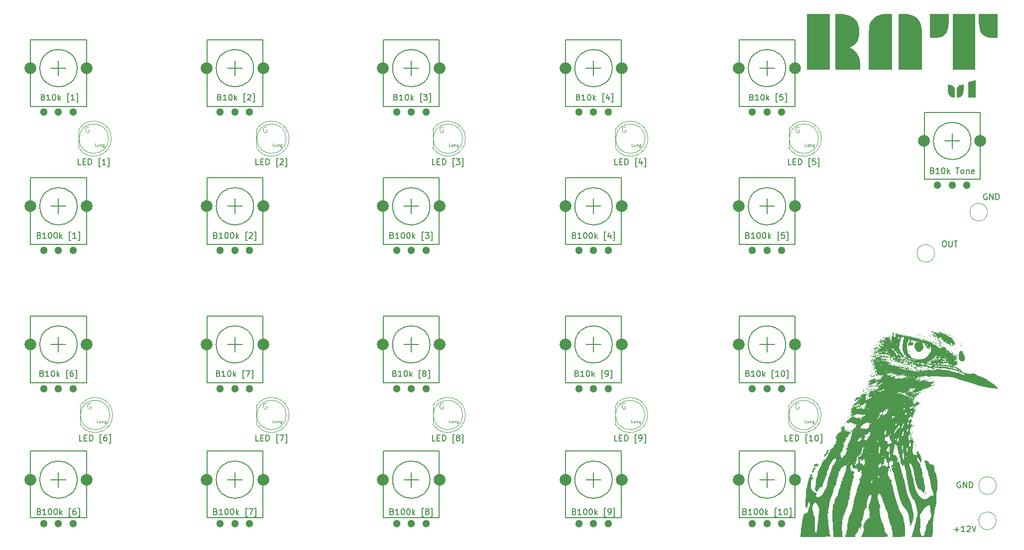
<source format=gbr>
%TF.GenerationSoftware,KiCad,Pcbnew,8.0.7*%
%TF.CreationDate,2025-01-19T09:45:11-05:00*%
%TF.ProjectId,drone_ting,64726f6e-655f-4746-996e-672e6b696361,rev?*%
%TF.SameCoordinates,Original*%
%TF.FileFunction,Legend,Top*%
%TF.FilePolarity,Positive*%
%FSLAX46Y46*%
G04 Gerber Fmt 4.6, Leading zero omitted, Abs format (unit mm)*
G04 Created by KiCad (PCBNEW 8.0.7) date 2025-01-19 09:45:11*
%MOMM*%
%LPD*%
G01*
G04 APERTURE LIST*
%ADD10C,0.200000*%
%ADD11C,0.300000*%
%ADD12C,0.150000*%
%ADD13C,0.100000*%
%ADD14C,0.120000*%
%ADD15C,0.000000*%
%ADD16C,1.300000*%
%ADD17C,2.000000*%
G04 APERTURE END LIST*
D10*
X199560149Y-69367219D02*
X199750625Y-69367219D01*
X199750625Y-69367219D02*
X199845863Y-69414838D01*
X199845863Y-69414838D02*
X199941101Y-69510076D01*
X199941101Y-69510076D02*
X199988720Y-69700552D01*
X199988720Y-69700552D02*
X199988720Y-70033885D01*
X199988720Y-70033885D02*
X199941101Y-70224361D01*
X199941101Y-70224361D02*
X199845863Y-70319600D01*
X199845863Y-70319600D02*
X199750625Y-70367219D01*
X199750625Y-70367219D02*
X199560149Y-70367219D01*
X199560149Y-70367219D02*
X199464911Y-70319600D01*
X199464911Y-70319600D02*
X199369673Y-70224361D01*
X199369673Y-70224361D02*
X199322054Y-70033885D01*
X199322054Y-70033885D02*
X199322054Y-69700552D01*
X199322054Y-69700552D02*
X199369673Y-69510076D01*
X199369673Y-69510076D02*
X199464911Y-69414838D01*
X199464911Y-69414838D02*
X199560149Y-69367219D01*
X200417292Y-69367219D02*
X200417292Y-70176742D01*
X200417292Y-70176742D02*
X200464911Y-70271980D01*
X200464911Y-70271980D02*
X200512530Y-70319600D01*
X200512530Y-70319600D02*
X200607768Y-70367219D01*
X200607768Y-70367219D02*
X200798244Y-70367219D01*
X200798244Y-70367219D02*
X200893482Y-70319600D01*
X200893482Y-70319600D02*
X200941101Y-70271980D01*
X200941101Y-70271980D02*
X200988720Y-70176742D01*
X200988720Y-70176742D02*
X200988720Y-69367219D01*
X201322054Y-69367219D02*
X201893482Y-69367219D01*
X201607768Y-70367219D02*
X201607768Y-69367219D01*
X201369673Y-118486266D02*
X202131578Y-118486266D01*
X201750625Y-118867219D02*
X201750625Y-118105314D01*
X203131577Y-118867219D02*
X202560149Y-118867219D01*
X202845863Y-118867219D02*
X202845863Y-117867219D01*
X202845863Y-117867219D02*
X202750625Y-118010076D01*
X202750625Y-118010076D02*
X202655387Y-118105314D01*
X202655387Y-118105314D02*
X202560149Y-118152933D01*
X203512530Y-117962457D02*
X203560149Y-117914838D01*
X203560149Y-117914838D02*
X203655387Y-117867219D01*
X203655387Y-117867219D02*
X203893482Y-117867219D01*
X203893482Y-117867219D02*
X203988720Y-117914838D01*
X203988720Y-117914838D02*
X204036339Y-117962457D01*
X204036339Y-117962457D02*
X204083958Y-118057695D01*
X204083958Y-118057695D02*
X204083958Y-118152933D01*
X204083958Y-118152933D02*
X204036339Y-118295790D01*
X204036339Y-118295790D02*
X203464911Y-118867219D01*
X203464911Y-118867219D02*
X204083958Y-118867219D01*
X204369673Y-117867219D02*
X204703006Y-118867219D01*
X204703006Y-118867219D02*
X205036339Y-117867219D01*
D11*
G36*
X185225750Y-33778715D02*
G01*
X185199723Y-34287237D01*
X185093987Y-34855590D01*
X184906917Y-35349168D01*
X184638513Y-35767971D01*
X184288773Y-36111998D01*
X183857699Y-36381249D01*
X183560013Y-36506908D01*
X184010255Y-36727392D01*
X184410265Y-37037134D01*
X184760042Y-37436135D01*
X184932658Y-37696371D01*
X185153443Y-38150605D01*
X185301971Y-38645025D01*
X185378242Y-39179631D01*
X185389392Y-39493998D01*
X185389392Y-40300000D01*
X181139567Y-40300000D01*
X181139567Y-30781856D01*
X181574319Y-30781856D01*
X182126322Y-30799029D01*
X182631337Y-30850549D01*
X183175331Y-30957711D01*
X183651662Y-31114331D01*
X184121863Y-31359566D01*
X184295184Y-31485275D01*
X184657778Y-31849638D01*
X184931313Y-32290904D01*
X185115790Y-32809074D01*
X185203031Y-33314427D01*
X185225750Y-33778715D01*
G37*
G36*
X176303558Y-30794068D02*
G01*
X180155268Y-30794068D01*
X180155268Y-40300000D01*
X176303558Y-40300000D01*
X176303558Y-30794068D01*
G37*
G36*
X191883810Y-30794068D02*
G01*
X192579902Y-30794068D01*
X193194020Y-30821660D01*
X193743108Y-30904435D01*
X194227167Y-31042394D01*
X194740793Y-31292445D01*
X195152809Y-31628720D01*
X195463217Y-32051220D01*
X195672016Y-32559944D01*
X195779550Y-33053705D01*
X195830154Y-33558143D01*
X195838101Y-33873970D01*
X195838101Y-40300000D01*
X191883810Y-40300000D01*
X191883810Y-30794068D01*
G37*
G36*
X186813328Y-33873970D02*
G01*
X186838487Y-33322048D01*
X186913964Y-32827657D01*
X187065616Y-32323579D01*
X187322796Y-31843375D01*
X187528960Y-31595184D01*
X187920388Y-31283031D01*
X188404380Y-31047546D01*
X188892903Y-30906725D01*
X189449434Y-30822232D01*
X189965158Y-30794850D01*
X190073970Y-30794068D01*
X190770062Y-30794068D01*
X190770062Y-40300000D01*
X186813328Y-40300000D01*
X186813328Y-33873970D01*
G37*
G36*
X205505233Y-30794068D02*
G01*
X208739009Y-30794068D01*
X208739009Y-34831402D01*
X207891486Y-34831402D01*
X207368959Y-34808046D01*
X206874224Y-34713164D01*
X206748429Y-34665317D01*
X206311845Y-34412812D01*
X206162247Y-34284298D01*
X205868988Y-33870946D01*
X205800767Y-33727424D01*
X205644919Y-33245904D01*
X205554008Y-32725251D01*
X205512448Y-32193031D01*
X205505233Y-31827215D01*
X205505233Y-30794068D01*
G37*
G36*
X201062456Y-30794068D02*
G01*
X204914166Y-30794068D01*
X204914166Y-40300000D01*
X201062456Y-40300000D01*
X201062456Y-30794068D01*
G37*
G36*
X197215631Y-30794068D02*
G01*
X200449406Y-30794068D01*
X200449406Y-31827215D01*
X200433247Y-32361246D01*
X200371194Y-32928882D01*
X200262601Y-33416661D01*
X200077089Y-33884808D01*
X199787508Y-34286741D01*
X199384030Y-34573964D01*
X198915671Y-34741512D01*
X198415660Y-34818105D01*
X198063154Y-34831402D01*
X197215631Y-34831402D01*
X197215631Y-30794068D01*
G37*
G36*
X201760013Y-43738499D02*
G01*
X201768566Y-43570613D01*
X201794223Y-43420861D01*
X201845774Y-43269072D01*
X201920607Y-43141967D01*
X202003279Y-43052665D01*
X202125621Y-42970154D01*
X202275943Y-42907908D01*
X202427060Y-42870685D01*
X202598733Y-42848351D01*
X202757497Y-42841113D01*
X202790963Y-42840907D01*
X202940439Y-42840907D01*
X202940439Y-43643244D01*
X202935506Y-43819576D01*
X202920707Y-43983671D01*
X202896042Y-44135531D01*
X202847808Y-44318976D01*
X202782034Y-44480669D01*
X202698720Y-44620608D01*
X202597867Y-44738795D01*
X202479474Y-44835229D01*
X202379169Y-44893279D01*
X202234656Y-44948346D01*
X202087652Y-44978571D01*
X201925765Y-44989905D01*
X201908757Y-44990000D01*
X201760013Y-44990000D01*
X201760013Y-43738499D01*
G37*
G36*
X201296929Y-44990000D02*
G01*
X201137961Y-44980948D01*
X200992160Y-44953792D01*
X200834577Y-44897309D01*
X200695954Y-44814757D01*
X200576290Y-44706136D01*
X200507048Y-44619239D01*
X200425869Y-44481337D01*
X200361487Y-44322621D01*
X200320664Y-44174458D01*
X200291505Y-44011841D01*
X200274010Y-43834770D01*
X200268411Y-43682706D01*
X200268178Y-43643244D01*
X200268178Y-42840907D01*
X200416922Y-42840907D01*
X200578752Y-42846077D01*
X200726271Y-42861586D01*
X200884403Y-42893846D01*
X201042844Y-42950301D01*
X201173235Y-43027023D01*
X201205338Y-43052665D01*
X201311767Y-43175764D01*
X201379948Y-43309922D01*
X201424847Y-43468763D01*
X201444803Y-43624560D01*
X201448604Y-43738499D01*
X201448604Y-44990000D01*
X201296929Y-44990000D01*
G37*
G36*
X203765491Y-42391744D02*
G01*
X205027983Y-42040034D01*
X205027983Y-44990000D01*
X203765491Y-44990000D01*
X203765491Y-42391744D01*
G37*
D10*
X206893482Y-61414838D02*
X206798244Y-61367219D01*
X206798244Y-61367219D02*
X206655387Y-61367219D01*
X206655387Y-61367219D02*
X206512530Y-61414838D01*
X206512530Y-61414838D02*
X206417292Y-61510076D01*
X206417292Y-61510076D02*
X206369673Y-61605314D01*
X206369673Y-61605314D02*
X206322054Y-61795790D01*
X206322054Y-61795790D02*
X206322054Y-61938647D01*
X206322054Y-61938647D02*
X206369673Y-62129123D01*
X206369673Y-62129123D02*
X206417292Y-62224361D01*
X206417292Y-62224361D02*
X206512530Y-62319600D01*
X206512530Y-62319600D02*
X206655387Y-62367219D01*
X206655387Y-62367219D02*
X206750625Y-62367219D01*
X206750625Y-62367219D02*
X206893482Y-62319600D01*
X206893482Y-62319600D02*
X206941101Y-62271980D01*
X206941101Y-62271980D02*
X206941101Y-61938647D01*
X206941101Y-61938647D02*
X206750625Y-61938647D01*
X207369673Y-62367219D02*
X207369673Y-61367219D01*
X207369673Y-61367219D02*
X207941101Y-62367219D01*
X207941101Y-62367219D02*
X207941101Y-61367219D01*
X208417292Y-62367219D02*
X208417292Y-61367219D01*
X208417292Y-61367219D02*
X208655387Y-61367219D01*
X208655387Y-61367219D02*
X208798244Y-61414838D01*
X208798244Y-61414838D02*
X208893482Y-61510076D01*
X208893482Y-61510076D02*
X208941101Y-61605314D01*
X208941101Y-61605314D02*
X208988720Y-61795790D01*
X208988720Y-61795790D02*
X208988720Y-61938647D01*
X208988720Y-61938647D02*
X208941101Y-62129123D01*
X208941101Y-62129123D02*
X208893482Y-62224361D01*
X208893482Y-62224361D02*
X208798244Y-62319600D01*
X208798244Y-62319600D02*
X208655387Y-62367219D01*
X208655387Y-62367219D02*
X208417292Y-62367219D01*
X202393482Y-110414838D02*
X202298244Y-110367219D01*
X202298244Y-110367219D02*
X202155387Y-110367219D01*
X202155387Y-110367219D02*
X202012530Y-110414838D01*
X202012530Y-110414838D02*
X201917292Y-110510076D01*
X201917292Y-110510076D02*
X201869673Y-110605314D01*
X201869673Y-110605314D02*
X201822054Y-110795790D01*
X201822054Y-110795790D02*
X201822054Y-110938647D01*
X201822054Y-110938647D02*
X201869673Y-111129123D01*
X201869673Y-111129123D02*
X201917292Y-111224361D01*
X201917292Y-111224361D02*
X202012530Y-111319600D01*
X202012530Y-111319600D02*
X202155387Y-111367219D01*
X202155387Y-111367219D02*
X202250625Y-111367219D01*
X202250625Y-111367219D02*
X202393482Y-111319600D01*
X202393482Y-111319600D02*
X202441101Y-111271980D01*
X202441101Y-111271980D02*
X202441101Y-110938647D01*
X202441101Y-110938647D02*
X202250625Y-110938647D01*
X202869673Y-111367219D02*
X202869673Y-110367219D01*
X202869673Y-110367219D02*
X203441101Y-111367219D01*
X203441101Y-111367219D02*
X203441101Y-110367219D01*
X203917292Y-111367219D02*
X203917292Y-110367219D01*
X203917292Y-110367219D02*
X204155387Y-110367219D01*
X204155387Y-110367219D02*
X204298244Y-110414838D01*
X204298244Y-110414838D02*
X204393482Y-110510076D01*
X204393482Y-110510076D02*
X204441101Y-110605314D01*
X204441101Y-110605314D02*
X204488720Y-110795790D01*
X204488720Y-110795790D02*
X204488720Y-110938647D01*
X204488720Y-110938647D02*
X204441101Y-111129123D01*
X204441101Y-111129123D02*
X204393482Y-111224361D01*
X204393482Y-111224361D02*
X204298244Y-111319600D01*
X204298244Y-111319600D02*
X204155387Y-111367219D01*
X204155387Y-111367219D02*
X203917292Y-111367219D01*
D12*
X53063332Y-103414819D02*
X52587142Y-103414819D01*
X52587142Y-103414819D02*
X52587142Y-102414819D01*
X53396666Y-102891009D02*
X53729999Y-102891009D01*
X53872856Y-103414819D02*
X53396666Y-103414819D01*
X53396666Y-103414819D02*
X53396666Y-102414819D01*
X53396666Y-102414819D02*
X53872856Y-102414819D01*
X54301428Y-103414819D02*
X54301428Y-102414819D01*
X54301428Y-102414819D02*
X54539523Y-102414819D01*
X54539523Y-102414819D02*
X54682380Y-102462438D01*
X54682380Y-102462438D02*
X54777618Y-102557676D01*
X54777618Y-102557676D02*
X54825237Y-102652914D01*
X54825237Y-102652914D02*
X54872856Y-102843390D01*
X54872856Y-102843390D02*
X54872856Y-102986247D01*
X54872856Y-102986247D02*
X54825237Y-103176723D01*
X54825237Y-103176723D02*
X54777618Y-103271961D01*
X54777618Y-103271961D02*
X54682380Y-103367200D01*
X54682380Y-103367200D02*
X54539523Y-103414819D01*
X54539523Y-103414819D02*
X54301428Y-103414819D01*
X56349047Y-103748152D02*
X56110952Y-103748152D01*
X56110952Y-103748152D02*
X56110952Y-102319580D01*
X56110952Y-102319580D02*
X56349047Y-102319580D01*
X57158571Y-102414819D02*
X56968095Y-102414819D01*
X56968095Y-102414819D02*
X56872857Y-102462438D01*
X56872857Y-102462438D02*
X56825238Y-102510057D01*
X56825238Y-102510057D02*
X56730000Y-102652914D01*
X56730000Y-102652914D02*
X56682381Y-102843390D01*
X56682381Y-102843390D02*
X56682381Y-103224342D01*
X56682381Y-103224342D02*
X56730000Y-103319580D01*
X56730000Y-103319580D02*
X56777619Y-103367200D01*
X56777619Y-103367200D02*
X56872857Y-103414819D01*
X56872857Y-103414819D02*
X57063333Y-103414819D01*
X57063333Y-103414819D02*
X57158571Y-103367200D01*
X57158571Y-103367200D02*
X57206190Y-103319580D01*
X57206190Y-103319580D02*
X57253809Y-103224342D01*
X57253809Y-103224342D02*
X57253809Y-102986247D01*
X57253809Y-102986247D02*
X57206190Y-102891009D01*
X57206190Y-102891009D02*
X57158571Y-102843390D01*
X57158571Y-102843390D02*
X57063333Y-102795771D01*
X57063333Y-102795771D02*
X56872857Y-102795771D01*
X56872857Y-102795771D02*
X56777619Y-102843390D01*
X56777619Y-102843390D02*
X56730000Y-102891009D01*
X56730000Y-102891009D02*
X56682381Y-102986247D01*
X57587143Y-103748152D02*
X57825238Y-103748152D01*
X57825238Y-103748152D02*
X57825238Y-102319580D01*
X57825238Y-102319580D02*
X57587143Y-102319580D01*
D13*
X55782931Y-100333609D02*
X55544836Y-100333609D01*
X55544836Y-100333609D02*
X55544836Y-99833609D01*
X56021027Y-100333609D02*
X55973408Y-100309800D01*
X55973408Y-100309800D02*
X55949598Y-100285990D01*
X55949598Y-100285990D02*
X55925789Y-100238371D01*
X55925789Y-100238371D02*
X55925789Y-100095514D01*
X55925789Y-100095514D02*
X55949598Y-100047895D01*
X55949598Y-100047895D02*
X55973408Y-100024085D01*
X55973408Y-100024085D02*
X56021027Y-100000276D01*
X56021027Y-100000276D02*
X56092455Y-100000276D01*
X56092455Y-100000276D02*
X56140074Y-100024085D01*
X56140074Y-100024085D02*
X56163884Y-100047895D01*
X56163884Y-100047895D02*
X56187693Y-100095514D01*
X56187693Y-100095514D02*
X56187693Y-100238371D01*
X56187693Y-100238371D02*
X56163884Y-100285990D01*
X56163884Y-100285990D02*
X56140074Y-100309800D01*
X56140074Y-100309800D02*
X56092455Y-100333609D01*
X56092455Y-100333609D02*
X56021027Y-100333609D01*
X56401979Y-100000276D02*
X56401979Y-100333609D01*
X56401979Y-100047895D02*
X56425789Y-100024085D01*
X56425789Y-100024085D02*
X56473408Y-100000276D01*
X56473408Y-100000276D02*
X56544836Y-100000276D01*
X56544836Y-100000276D02*
X56592455Y-100024085D01*
X56592455Y-100024085D02*
X56616265Y-100071704D01*
X56616265Y-100071704D02*
X56616265Y-100333609D01*
X57068646Y-100000276D02*
X57068646Y-100405038D01*
X57068646Y-100405038D02*
X57044836Y-100452657D01*
X57044836Y-100452657D02*
X57021027Y-100476466D01*
X57021027Y-100476466D02*
X56973408Y-100500276D01*
X56973408Y-100500276D02*
X56901979Y-100500276D01*
X56901979Y-100500276D02*
X56854360Y-100476466D01*
X57068646Y-100309800D02*
X57021027Y-100333609D01*
X57021027Y-100333609D02*
X56925789Y-100333609D01*
X56925789Y-100333609D02*
X56878170Y-100309800D01*
X56878170Y-100309800D02*
X56854360Y-100285990D01*
X56854360Y-100285990D02*
X56830551Y-100238371D01*
X56830551Y-100238371D02*
X56830551Y-100095514D01*
X56830551Y-100095514D02*
X56854360Y-100047895D01*
X56854360Y-100047895D02*
X56878170Y-100024085D01*
X56878170Y-100024085D02*
X56925789Y-100000276D01*
X56925789Y-100000276D02*
X57021027Y-100000276D01*
X57021027Y-100000276D02*
X57068646Y-100024085D01*
X54487693Y-97020038D02*
X54392455Y-96972419D01*
X54392455Y-96972419D02*
X54249598Y-96972419D01*
X54249598Y-96972419D02*
X54106741Y-97020038D01*
X54106741Y-97020038D02*
X54011503Y-97115276D01*
X54011503Y-97115276D02*
X53963884Y-97210514D01*
X53963884Y-97210514D02*
X53916265Y-97400990D01*
X53916265Y-97400990D02*
X53916265Y-97543847D01*
X53916265Y-97543847D02*
X53963884Y-97734323D01*
X53963884Y-97734323D02*
X54011503Y-97829561D01*
X54011503Y-97829561D02*
X54106741Y-97924800D01*
X54106741Y-97924800D02*
X54249598Y-97972419D01*
X54249598Y-97972419D02*
X54344836Y-97972419D01*
X54344836Y-97972419D02*
X54487693Y-97924800D01*
X54487693Y-97924800D02*
X54535312Y-97877180D01*
X54535312Y-97877180D02*
X54535312Y-97543847D01*
X54535312Y-97543847D02*
X54344836Y-97543847D01*
D12*
X173087142Y-103414819D02*
X172610952Y-103414819D01*
X172610952Y-103414819D02*
X172610952Y-102414819D01*
X173420476Y-102891009D02*
X173753809Y-102891009D01*
X173896666Y-103414819D02*
X173420476Y-103414819D01*
X173420476Y-103414819D02*
X173420476Y-102414819D01*
X173420476Y-102414819D02*
X173896666Y-102414819D01*
X174325238Y-103414819D02*
X174325238Y-102414819D01*
X174325238Y-102414819D02*
X174563333Y-102414819D01*
X174563333Y-102414819D02*
X174706190Y-102462438D01*
X174706190Y-102462438D02*
X174801428Y-102557676D01*
X174801428Y-102557676D02*
X174849047Y-102652914D01*
X174849047Y-102652914D02*
X174896666Y-102843390D01*
X174896666Y-102843390D02*
X174896666Y-102986247D01*
X174896666Y-102986247D02*
X174849047Y-103176723D01*
X174849047Y-103176723D02*
X174801428Y-103271961D01*
X174801428Y-103271961D02*
X174706190Y-103367200D01*
X174706190Y-103367200D02*
X174563333Y-103414819D01*
X174563333Y-103414819D02*
X174325238Y-103414819D01*
X176372857Y-103748152D02*
X176134762Y-103748152D01*
X176134762Y-103748152D02*
X176134762Y-102319580D01*
X176134762Y-102319580D02*
X176372857Y-102319580D01*
X177277619Y-103414819D02*
X176706191Y-103414819D01*
X176991905Y-103414819D02*
X176991905Y-102414819D01*
X176991905Y-102414819D02*
X176896667Y-102557676D01*
X176896667Y-102557676D02*
X176801429Y-102652914D01*
X176801429Y-102652914D02*
X176706191Y-102700533D01*
X177896667Y-102414819D02*
X177991905Y-102414819D01*
X177991905Y-102414819D02*
X178087143Y-102462438D01*
X178087143Y-102462438D02*
X178134762Y-102510057D01*
X178134762Y-102510057D02*
X178182381Y-102605295D01*
X178182381Y-102605295D02*
X178230000Y-102795771D01*
X178230000Y-102795771D02*
X178230000Y-103033866D01*
X178230000Y-103033866D02*
X178182381Y-103224342D01*
X178182381Y-103224342D02*
X178134762Y-103319580D01*
X178134762Y-103319580D02*
X178087143Y-103367200D01*
X178087143Y-103367200D02*
X177991905Y-103414819D01*
X177991905Y-103414819D02*
X177896667Y-103414819D01*
X177896667Y-103414819D02*
X177801429Y-103367200D01*
X177801429Y-103367200D02*
X177753810Y-103319580D01*
X177753810Y-103319580D02*
X177706191Y-103224342D01*
X177706191Y-103224342D02*
X177658572Y-103033866D01*
X177658572Y-103033866D02*
X177658572Y-102795771D01*
X177658572Y-102795771D02*
X177706191Y-102605295D01*
X177706191Y-102605295D02*
X177753810Y-102510057D01*
X177753810Y-102510057D02*
X177801429Y-102462438D01*
X177801429Y-102462438D02*
X177896667Y-102414819D01*
X178563334Y-103748152D02*
X178801429Y-103748152D01*
X178801429Y-103748152D02*
X178801429Y-102319580D01*
X178801429Y-102319580D02*
X178563334Y-102319580D01*
D13*
X176182931Y-100333609D02*
X175944836Y-100333609D01*
X175944836Y-100333609D02*
X175944836Y-99833609D01*
X176421027Y-100333609D02*
X176373408Y-100309800D01*
X176373408Y-100309800D02*
X176349598Y-100285990D01*
X176349598Y-100285990D02*
X176325789Y-100238371D01*
X176325789Y-100238371D02*
X176325789Y-100095514D01*
X176325789Y-100095514D02*
X176349598Y-100047895D01*
X176349598Y-100047895D02*
X176373408Y-100024085D01*
X176373408Y-100024085D02*
X176421027Y-100000276D01*
X176421027Y-100000276D02*
X176492455Y-100000276D01*
X176492455Y-100000276D02*
X176540074Y-100024085D01*
X176540074Y-100024085D02*
X176563884Y-100047895D01*
X176563884Y-100047895D02*
X176587693Y-100095514D01*
X176587693Y-100095514D02*
X176587693Y-100238371D01*
X176587693Y-100238371D02*
X176563884Y-100285990D01*
X176563884Y-100285990D02*
X176540074Y-100309800D01*
X176540074Y-100309800D02*
X176492455Y-100333609D01*
X176492455Y-100333609D02*
X176421027Y-100333609D01*
X176801979Y-100000276D02*
X176801979Y-100333609D01*
X176801979Y-100047895D02*
X176825789Y-100024085D01*
X176825789Y-100024085D02*
X176873408Y-100000276D01*
X176873408Y-100000276D02*
X176944836Y-100000276D01*
X176944836Y-100000276D02*
X176992455Y-100024085D01*
X176992455Y-100024085D02*
X177016265Y-100071704D01*
X177016265Y-100071704D02*
X177016265Y-100333609D01*
X177468646Y-100000276D02*
X177468646Y-100405038D01*
X177468646Y-100405038D02*
X177444836Y-100452657D01*
X177444836Y-100452657D02*
X177421027Y-100476466D01*
X177421027Y-100476466D02*
X177373408Y-100500276D01*
X177373408Y-100500276D02*
X177301979Y-100500276D01*
X177301979Y-100500276D02*
X177254360Y-100476466D01*
X177468646Y-100309800D02*
X177421027Y-100333609D01*
X177421027Y-100333609D02*
X177325789Y-100333609D01*
X177325789Y-100333609D02*
X177278170Y-100309800D01*
X177278170Y-100309800D02*
X177254360Y-100285990D01*
X177254360Y-100285990D02*
X177230551Y-100238371D01*
X177230551Y-100238371D02*
X177230551Y-100095514D01*
X177230551Y-100095514D02*
X177254360Y-100047895D01*
X177254360Y-100047895D02*
X177278170Y-100024085D01*
X177278170Y-100024085D02*
X177325789Y-100000276D01*
X177325789Y-100000276D02*
X177421027Y-100000276D01*
X177421027Y-100000276D02*
X177468646Y-100024085D01*
X174887693Y-97020038D02*
X174792455Y-96972419D01*
X174792455Y-96972419D02*
X174649598Y-96972419D01*
X174649598Y-96972419D02*
X174506741Y-97020038D01*
X174506741Y-97020038D02*
X174411503Y-97115276D01*
X174411503Y-97115276D02*
X174363884Y-97210514D01*
X174363884Y-97210514D02*
X174316265Y-97400990D01*
X174316265Y-97400990D02*
X174316265Y-97543847D01*
X174316265Y-97543847D02*
X174363884Y-97734323D01*
X174363884Y-97734323D02*
X174411503Y-97829561D01*
X174411503Y-97829561D02*
X174506741Y-97924800D01*
X174506741Y-97924800D02*
X174649598Y-97972419D01*
X174649598Y-97972419D02*
X174744836Y-97972419D01*
X174744836Y-97972419D02*
X174887693Y-97924800D01*
X174887693Y-97924800D02*
X174935312Y-97877180D01*
X174935312Y-97877180D02*
X174935312Y-97543847D01*
X174935312Y-97543847D02*
X174744836Y-97543847D01*
D12*
X76390475Y-44931009D02*
X76533332Y-44978628D01*
X76533332Y-44978628D02*
X76580951Y-45026247D01*
X76580951Y-45026247D02*
X76628570Y-45121485D01*
X76628570Y-45121485D02*
X76628570Y-45264342D01*
X76628570Y-45264342D02*
X76580951Y-45359580D01*
X76580951Y-45359580D02*
X76533332Y-45407200D01*
X76533332Y-45407200D02*
X76438094Y-45454819D01*
X76438094Y-45454819D02*
X76057142Y-45454819D01*
X76057142Y-45454819D02*
X76057142Y-44454819D01*
X76057142Y-44454819D02*
X76390475Y-44454819D01*
X76390475Y-44454819D02*
X76485713Y-44502438D01*
X76485713Y-44502438D02*
X76533332Y-44550057D01*
X76533332Y-44550057D02*
X76580951Y-44645295D01*
X76580951Y-44645295D02*
X76580951Y-44740533D01*
X76580951Y-44740533D02*
X76533332Y-44835771D01*
X76533332Y-44835771D02*
X76485713Y-44883390D01*
X76485713Y-44883390D02*
X76390475Y-44931009D01*
X76390475Y-44931009D02*
X76057142Y-44931009D01*
X77580951Y-45454819D02*
X77009523Y-45454819D01*
X77295237Y-45454819D02*
X77295237Y-44454819D01*
X77295237Y-44454819D02*
X77199999Y-44597676D01*
X77199999Y-44597676D02*
X77104761Y-44692914D01*
X77104761Y-44692914D02*
X77009523Y-44740533D01*
X78199999Y-44454819D02*
X78295237Y-44454819D01*
X78295237Y-44454819D02*
X78390475Y-44502438D01*
X78390475Y-44502438D02*
X78438094Y-44550057D01*
X78438094Y-44550057D02*
X78485713Y-44645295D01*
X78485713Y-44645295D02*
X78533332Y-44835771D01*
X78533332Y-44835771D02*
X78533332Y-45073866D01*
X78533332Y-45073866D02*
X78485713Y-45264342D01*
X78485713Y-45264342D02*
X78438094Y-45359580D01*
X78438094Y-45359580D02*
X78390475Y-45407200D01*
X78390475Y-45407200D02*
X78295237Y-45454819D01*
X78295237Y-45454819D02*
X78199999Y-45454819D01*
X78199999Y-45454819D02*
X78104761Y-45407200D01*
X78104761Y-45407200D02*
X78057142Y-45359580D01*
X78057142Y-45359580D02*
X78009523Y-45264342D01*
X78009523Y-45264342D02*
X77961904Y-45073866D01*
X77961904Y-45073866D02*
X77961904Y-44835771D01*
X77961904Y-44835771D02*
X78009523Y-44645295D01*
X78009523Y-44645295D02*
X78057142Y-44550057D01*
X78057142Y-44550057D02*
X78104761Y-44502438D01*
X78104761Y-44502438D02*
X78199999Y-44454819D01*
X78961904Y-45454819D02*
X78961904Y-44454819D01*
X79057142Y-45073866D02*
X79342856Y-45454819D01*
X79342856Y-44788152D02*
X78961904Y-45169104D01*
X80819047Y-45788152D02*
X80580952Y-45788152D01*
X80580952Y-45788152D02*
X80580952Y-44359580D01*
X80580952Y-44359580D02*
X80819047Y-44359580D01*
X81152381Y-44550057D02*
X81200000Y-44502438D01*
X81200000Y-44502438D02*
X81295238Y-44454819D01*
X81295238Y-44454819D02*
X81533333Y-44454819D01*
X81533333Y-44454819D02*
X81628571Y-44502438D01*
X81628571Y-44502438D02*
X81676190Y-44550057D01*
X81676190Y-44550057D02*
X81723809Y-44645295D01*
X81723809Y-44645295D02*
X81723809Y-44740533D01*
X81723809Y-44740533D02*
X81676190Y-44883390D01*
X81676190Y-44883390D02*
X81104762Y-45454819D01*
X81104762Y-45454819D02*
X81723809Y-45454819D01*
X82057143Y-45788152D02*
X82295238Y-45788152D01*
X82295238Y-45788152D02*
X82295238Y-44359580D01*
X82295238Y-44359580D02*
X82057143Y-44359580D01*
X106390475Y-44931009D02*
X106533332Y-44978628D01*
X106533332Y-44978628D02*
X106580951Y-45026247D01*
X106580951Y-45026247D02*
X106628570Y-45121485D01*
X106628570Y-45121485D02*
X106628570Y-45264342D01*
X106628570Y-45264342D02*
X106580951Y-45359580D01*
X106580951Y-45359580D02*
X106533332Y-45407200D01*
X106533332Y-45407200D02*
X106438094Y-45454819D01*
X106438094Y-45454819D02*
X106057142Y-45454819D01*
X106057142Y-45454819D02*
X106057142Y-44454819D01*
X106057142Y-44454819D02*
X106390475Y-44454819D01*
X106390475Y-44454819D02*
X106485713Y-44502438D01*
X106485713Y-44502438D02*
X106533332Y-44550057D01*
X106533332Y-44550057D02*
X106580951Y-44645295D01*
X106580951Y-44645295D02*
X106580951Y-44740533D01*
X106580951Y-44740533D02*
X106533332Y-44835771D01*
X106533332Y-44835771D02*
X106485713Y-44883390D01*
X106485713Y-44883390D02*
X106390475Y-44931009D01*
X106390475Y-44931009D02*
X106057142Y-44931009D01*
X107580951Y-45454819D02*
X107009523Y-45454819D01*
X107295237Y-45454819D02*
X107295237Y-44454819D01*
X107295237Y-44454819D02*
X107199999Y-44597676D01*
X107199999Y-44597676D02*
X107104761Y-44692914D01*
X107104761Y-44692914D02*
X107009523Y-44740533D01*
X108199999Y-44454819D02*
X108295237Y-44454819D01*
X108295237Y-44454819D02*
X108390475Y-44502438D01*
X108390475Y-44502438D02*
X108438094Y-44550057D01*
X108438094Y-44550057D02*
X108485713Y-44645295D01*
X108485713Y-44645295D02*
X108533332Y-44835771D01*
X108533332Y-44835771D02*
X108533332Y-45073866D01*
X108533332Y-45073866D02*
X108485713Y-45264342D01*
X108485713Y-45264342D02*
X108438094Y-45359580D01*
X108438094Y-45359580D02*
X108390475Y-45407200D01*
X108390475Y-45407200D02*
X108295237Y-45454819D01*
X108295237Y-45454819D02*
X108199999Y-45454819D01*
X108199999Y-45454819D02*
X108104761Y-45407200D01*
X108104761Y-45407200D02*
X108057142Y-45359580D01*
X108057142Y-45359580D02*
X108009523Y-45264342D01*
X108009523Y-45264342D02*
X107961904Y-45073866D01*
X107961904Y-45073866D02*
X107961904Y-44835771D01*
X107961904Y-44835771D02*
X108009523Y-44645295D01*
X108009523Y-44645295D02*
X108057142Y-44550057D01*
X108057142Y-44550057D02*
X108104761Y-44502438D01*
X108104761Y-44502438D02*
X108199999Y-44454819D01*
X108961904Y-45454819D02*
X108961904Y-44454819D01*
X109057142Y-45073866D02*
X109342856Y-45454819D01*
X109342856Y-44788152D02*
X108961904Y-45169104D01*
X110819047Y-45788152D02*
X110580952Y-45788152D01*
X110580952Y-45788152D02*
X110580952Y-44359580D01*
X110580952Y-44359580D02*
X110819047Y-44359580D01*
X111104762Y-44454819D02*
X111723809Y-44454819D01*
X111723809Y-44454819D02*
X111390476Y-44835771D01*
X111390476Y-44835771D02*
X111533333Y-44835771D01*
X111533333Y-44835771D02*
X111628571Y-44883390D01*
X111628571Y-44883390D02*
X111676190Y-44931009D01*
X111676190Y-44931009D02*
X111723809Y-45026247D01*
X111723809Y-45026247D02*
X111723809Y-45264342D01*
X111723809Y-45264342D02*
X111676190Y-45359580D01*
X111676190Y-45359580D02*
X111628571Y-45407200D01*
X111628571Y-45407200D02*
X111533333Y-45454819D01*
X111533333Y-45454819D02*
X111247619Y-45454819D01*
X111247619Y-45454819D02*
X111152381Y-45407200D01*
X111152381Y-45407200D02*
X111104762Y-45359580D01*
X112057143Y-45788152D02*
X112295238Y-45788152D01*
X112295238Y-45788152D02*
X112295238Y-44359580D01*
X112295238Y-44359580D02*
X112057143Y-44359580D01*
X166214285Y-68431009D02*
X166357142Y-68478628D01*
X166357142Y-68478628D02*
X166404761Y-68526247D01*
X166404761Y-68526247D02*
X166452380Y-68621485D01*
X166452380Y-68621485D02*
X166452380Y-68764342D01*
X166452380Y-68764342D02*
X166404761Y-68859580D01*
X166404761Y-68859580D02*
X166357142Y-68907200D01*
X166357142Y-68907200D02*
X166261904Y-68954819D01*
X166261904Y-68954819D02*
X165880952Y-68954819D01*
X165880952Y-68954819D02*
X165880952Y-67954819D01*
X165880952Y-67954819D02*
X166214285Y-67954819D01*
X166214285Y-67954819D02*
X166309523Y-68002438D01*
X166309523Y-68002438D02*
X166357142Y-68050057D01*
X166357142Y-68050057D02*
X166404761Y-68145295D01*
X166404761Y-68145295D02*
X166404761Y-68240533D01*
X166404761Y-68240533D02*
X166357142Y-68335771D01*
X166357142Y-68335771D02*
X166309523Y-68383390D01*
X166309523Y-68383390D02*
X166214285Y-68431009D01*
X166214285Y-68431009D02*
X165880952Y-68431009D01*
X167404761Y-68954819D02*
X166833333Y-68954819D01*
X167119047Y-68954819D02*
X167119047Y-67954819D01*
X167119047Y-67954819D02*
X167023809Y-68097676D01*
X167023809Y-68097676D02*
X166928571Y-68192914D01*
X166928571Y-68192914D02*
X166833333Y-68240533D01*
X168023809Y-67954819D02*
X168119047Y-67954819D01*
X168119047Y-67954819D02*
X168214285Y-68002438D01*
X168214285Y-68002438D02*
X168261904Y-68050057D01*
X168261904Y-68050057D02*
X168309523Y-68145295D01*
X168309523Y-68145295D02*
X168357142Y-68335771D01*
X168357142Y-68335771D02*
X168357142Y-68573866D01*
X168357142Y-68573866D02*
X168309523Y-68764342D01*
X168309523Y-68764342D02*
X168261904Y-68859580D01*
X168261904Y-68859580D02*
X168214285Y-68907200D01*
X168214285Y-68907200D02*
X168119047Y-68954819D01*
X168119047Y-68954819D02*
X168023809Y-68954819D01*
X168023809Y-68954819D02*
X167928571Y-68907200D01*
X167928571Y-68907200D02*
X167880952Y-68859580D01*
X167880952Y-68859580D02*
X167833333Y-68764342D01*
X167833333Y-68764342D02*
X167785714Y-68573866D01*
X167785714Y-68573866D02*
X167785714Y-68335771D01*
X167785714Y-68335771D02*
X167833333Y-68145295D01*
X167833333Y-68145295D02*
X167880952Y-68050057D01*
X167880952Y-68050057D02*
X167928571Y-68002438D01*
X167928571Y-68002438D02*
X168023809Y-67954819D01*
X168976190Y-67954819D02*
X169071428Y-67954819D01*
X169071428Y-67954819D02*
X169166666Y-68002438D01*
X169166666Y-68002438D02*
X169214285Y-68050057D01*
X169214285Y-68050057D02*
X169261904Y-68145295D01*
X169261904Y-68145295D02*
X169309523Y-68335771D01*
X169309523Y-68335771D02*
X169309523Y-68573866D01*
X169309523Y-68573866D02*
X169261904Y-68764342D01*
X169261904Y-68764342D02*
X169214285Y-68859580D01*
X169214285Y-68859580D02*
X169166666Y-68907200D01*
X169166666Y-68907200D02*
X169071428Y-68954819D01*
X169071428Y-68954819D02*
X168976190Y-68954819D01*
X168976190Y-68954819D02*
X168880952Y-68907200D01*
X168880952Y-68907200D02*
X168833333Y-68859580D01*
X168833333Y-68859580D02*
X168785714Y-68764342D01*
X168785714Y-68764342D02*
X168738095Y-68573866D01*
X168738095Y-68573866D02*
X168738095Y-68335771D01*
X168738095Y-68335771D02*
X168785714Y-68145295D01*
X168785714Y-68145295D02*
X168833333Y-68050057D01*
X168833333Y-68050057D02*
X168880952Y-68002438D01*
X168880952Y-68002438D02*
X168976190Y-67954819D01*
X169738095Y-68954819D02*
X169738095Y-67954819D01*
X169833333Y-68573866D02*
X170119047Y-68954819D01*
X170119047Y-68288152D02*
X169738095Y-68669104D01*
X171595238Y-69288152D02*
X171357143Y-69288152D01*
X171357143Y-69288152D02*
X171357143Y-67859580D01*
X171357143Y-67859580D02*
X171595238Y-67859580D01*
X172452381Y-67954819D02*
X171976191Y-67954819D01*
X171976191Y-67954819D02*
X171928572Y-68431009D01*
X171928572Y-68431009D02*
X171976191Y-68383390D01*
X171976191Y-68383390D02*
X172071429Y-68335771D01*
X172071429Y-68335771D02*
X172309524Y-68335771D01*
X172309524Y-68335771D02*
X172404762Y-68383390D01*
X172404762Y-68383390D02*
X172452381Y-68431009D01*
X172452381Y-68431009D02*
X172500000Y-68526247D01*
X172500000Y-68526247D02*
X172500000Y-68764342D01*
X172500000Y-68764342D02*
X172452381Y-68859580D01*
X172452381Y-68859580D02*
X172404762Y-68907200D01*
X172404762Y-68907200D02*
X172309524Y-68954819D01*
X172309524Y-68954819D02*
X172071429Y-68954819D01*
X172071429Y-68954819D02*
X171976191Y-68907200D01*
X171976191Y-68907200D02*
X171928572Y-68859580D01*
X172833334Y-69288152D02*
X173071429Y-69288152D01*
X173071429Y-69288152D02*
X173071429Y-67859580D01*
X173071429Y-67859580D02*
X172833334Y-67859580D01*
X137190475Y-91931009D02*
X137333332Y-91978628D01*
X137333332Y-91978628D02*
X137380951Y-92026247D01*
X137380951Y-92026247D02*
X137428570Y-92121485D01*
X137428570Y-92121485D02*
X137428570Y-92264342D01*
X137428570Y-92264342D02*
X137380951Y-92359580D01*
X137380951Y-92359580D02*
X137333332Y-92407200D01*
X137333332Y-92407200D02*
X137238094Y-92454819D01*
X137238094Y-92454819D02*
X136857142Y-92454819D01*
X136857142Y-92454819D02*
X136857142Y-91454819D01*
X136857142Y-91454819D02*
X137190475Y-91454819D01*
X137190475Y-91454819D02*
X137285713Y-91502438D01*
X137285713Y-91502438D02*
X137333332Y-91550057D01*
X137333332Y-91550057D02*
X137380951Y-91645295D01*
X137380951Y-91645295D02*
X137380951Y-91740533D01*
X137380951Y-91740533D02*
X137333332Y-91835771D01*
X137333332Y-91835771D02*
X137285713Y-91883390D01*
X137285713Y-91883390D02*
X137190475Y-91931009D01*
X137190475Y-91931009D02*
X136857142Y-91931009D01*
X138380951Y-92454819D02*
X137809523Y-92454819D01*
X138095237Y-92454819D02*
X138095237Y-91454819D01*
X138095237Y-91454819D02*
X137999999Y-91597676D01*
X137999999Y-91597676D02*
X137904761Y-91692914D01*
X137904761Y-91692914D02*
X137809523Y-91740533D01*
X138999999Y-91454819D02*
X139095237Y-91454819D01*
X139095237Y-91454819D02*
X139190475Y-91502438D01*
X139190475Y-91502438D02*
X139238094Y-91550057D01*
X139238094Y-91550057D02*
X139285713Y-91645295D01*
X139285713Y-91645295D02*
X139333332Y-91835771D01*
X139333332Y-91835771D02*
X139333332Y-92073866D01*
X139333332Y-92073866D02*
X139285713Y-92264342D01*
X139285713Y-92264342D02*
X139238094Y-92359580D01*
X139238094Y-92359580D02*
X139190475Y-92407200D01*
X139190475Y-92407200D02*
X139095237Y-92454819D01*
X139095237Y-92454819D02*
X138999999Y-92454819D01*
X138999999Y-92454819D02*
X138904761Y-92407200D01*
X138904761Y-92407200D02*
X138857142Y-92359580D01*
X138857142Y-92359580D02*
X138809523Y-92264342D01*
X138809523Y-92264342D02*
X138761904Y-92073866D01*
X138761904Y-92073866D02*
X138761904Y-91835771D01*
X138761904Y-91835771D02*
X138809523Y-91645295D01*
X138809523Y-91645295D02*
X138857142Y-91550057D01*
X138857142Y-91550057D02*
X138904761Y-91502438D01*
X138904761Y-91502438D02*
X138999999Y-91454819D01*
X139761904Y-92454819D02*
X139761904Y-91454819D01*
X139857142Y-92073866D02*
X140142856Y-92454819D01*
X140142856Y-91788152D02*
X139761904Y-92169104D01*
X141619047Y-92788152D02*
X141380952Y-92788152D01*
X141380952Y-92788152D02*
X141380952Y-91359580D01*
X141380952Y-91359580D02*
X141619047Y-91359580D01*
X142047619Y-92454819D02*
X142238095Y-92454819D01*
X142238095Y-92454819D02*
X142333333Y-92407200D01*
X142333333Y-92407200D02*
X142380952Y-92359580D01*
X142380952Y-92359580D02*
X142476190Y-92216723D01*
X142476190Y-92216723D02*
X142523809Y-92026247D01*
X142523809Y-92026247D02*
X142523809Y-91645295D01*
X142523809Y-91645295D02*
X142476190Y-91550057D01*
X142476190Y-91550057D02*
X142428571Y-91502438D01*
X142428571Y-91502438D02*
X142333333Y-91454819D01*
X142333333Y-91454819D02*
X142142857Y-91454819D01*
X142142857Y-91454819D02*
X142047619Y-91502438D01*
X142047619Y-91502438D02*
X142000000Y-91550057D01*
X142000000Y-91550057D02*
X141952381Y-91645295D01*
X141952381Y-91645295D02*
X141952381Y-91883390D01*
X141952381Y-91883390D02*
X142000000Y-91978628D01*
X142000000Y-91978628D02*
X142047619Y-92026247D01*
X142047619Y-92026247D02*
X142142857Y-92073866D01*
X142142857Y-92073866D02*
X142333333Y-92073866D01*
X142333333Y-92073866D02*
X142428571Y-92026247D01*
X142428571Y-92026247D02*
X142476190Y-91978628D01*
X142476190Y-91978628D02*
X142523809Y-91883390D01*
X142857143Y-92788152D02*
X143095238Y-92788152D01*
X143095238Y-92788152D02*
X143095238Y-91359580D01*
X143095238Y-91359580D02*
X142857143Y-91359580D01*
X105714285Y-115431009D02*
X105857142Y-115478628D01*
X105857142Y-115478628D02*
X105904761Y-115526247D01*
X105904761Y-115526247D02*
X105952380Y-115621485D01*
X105952380Y-115621485D02*
X105952380Y-115764342D01*
X105952380Y-115764342D02*
X105904761Y-115859580D01*
X105904761Y-115859580D02*
X105857142Y-115907200D01*
X105857142Y-115907200D02*
X105761904Y-115954819D01*
X105761904Y-115954819D02*
X105380952Y-115954819D01*
X105380952Y-115954819D02*
X105380952Y-114954819D01*
X105380952Y-114954819D02*
X105714285Y-114954819D01*
X105714285Y-114954819D02*
X105809523Y-115002438D01*
X105809523Y-115002438D02*
X105857142Y-115050057D01*
X105857142Y-115050057D02*
X105904761Y-115145295D01*
X105904761Y-115145295D02*
X105904761Y-115240533D01*
X105904761Y-115240533D02*
X105857142Y-115335771D01*
X105857142Y-115335771D02*
X105809523Y-115383390D01*
X105809523Y-115383390D02*
X105714285Y-115431009D01*
X105714285Y-115431009D02*
X105380952Y-115431009D01*
X106904761Y-115954819D02*
X106333333Y-115954819D01*
X106619047Y-115954819D02*
X106619047Y-114954819D01*
X106619047Y-114954819D02*
X106523809Y-115097676D01*
X106523809Y-115097676D02*
X106428571Y-115192914D01*
X106428571Y-115192914D02*
X106333333Y-115240533D01*
X107523809Y-114954819D02*
X107619047Y-114954819D01*
X107619047Y-114954819D02*
X107714285Y-115002438D01*
X107714285Y-115002438D02*
X107761904Y-115050057D01*
X107761904Y-115050057D02*
X107809523Y-115145295D01*
X107809523Y-115145295D02*
X107857142Y-115335771D01*
X107857142Y-115335771D02*
X107857142Y-115573866D01*
X107857142Y-115573866D02*
X107809523Y-115764342D01*
X107809523Y-115764342D02*
X107761904Y-115859580D01*
X107761904Y-115859580D02*
X107714285Y-115907200D01*
X107714285Y-115907200D02*
X107619047Y-115954819D01*
X107619047Y-115954819D02*
X107523809Y-115954819D01*
X107523809Y-115954819D02*
X107428571Y-115907200D01*
X107428571Y-115907200D02*
X107380952Y-115859580D01*
X107380952Y-115859580D02*
X107333333Y-115764342D01*
X107333333Y-115764342D02*
X107285714Y-115573866D01*
X107285714Y-115573866D02*
X107285714Y-115335771D01*
X107285714Y-115335771D02*
X107333333Y-115145295D01*
X107333333Y-115145295D02*
X107380952Y-115050057D01*
X107380952Y-115050057D02*
X107428571Y-115002438D01*
X107428571Y-115002438D02*
X107523809Y-114954819D01*
X108476190Y-114954819D02*
X108571428Y-114954819D01*
X108571428Y-114954819D02*
X108666666Y-115002438D01*
X108666666Y-115002438D02*
X108714285Y-115050057D01*
X108714285Y-115050057D02*
X108761904Y-115145295D01*
X108761904Y-115145295D02*
X108809523Y-115335771D01*
X108809523Y-115335771D02*
X108809523Y-115573866D01*
X108809523Y-115573866D02*
X108761904Y-115764342D01*
X108761904Y-115764342D02*
X108714285Y-115859580D01*
X108714285Y-115859580D02*
X108666666Y-115907200D01*
X108666666Y-115907200D02*
X108571428Y-115954819D01*
X108571428Y-115954819D02*
X108476190Y-115954819D01*
X108476190Y-115954819D02*
X108380952Y-115907200D01*
X108380952Y-115907200D02*
X108333333Y-115859580D01*
X108333333Y-115859580D02*
X108285714Y-115764342D01*
X108285714Y-115764342D02*
X108238095Y-115573866D01*
X108238095Y-115573866D02*
X108238095Y-115335771D01*
X108238095Y-115335771D02*
X108285714Y-115145295D01*
X108285714Y-115145295D02*
X108333333Y-115050057D01*
X108333333Y-115050057D02*
X108380952Y-115002438D01*
X108380952Y-115002438D02*
X108476190Y-114954819D01*
X109238095Y-115954819D02*
X109238095Y-114954819D01*
X109333333Y-115573866D02*
X109619047Y-115954819D01*
X109619047Y-115288152D02*
X109238095Y-115669104D01*
X111095238Y-116288152D02*
X110857143Y-116288152D01*
X110857143Y-116288152D02*
X110857143Y-114859580D01*
X110857143Y-114859580D02*
X111095238Y-114859580D01*
X111619048Y-115383390D02*
X111523810Y-115335771D01*
X111523810Y-115335771D02*
X111476191Y-115288152D01*
X111476191Y-115288152D02*
X111428572Y-115192914D01*
X111428572Y-115192914D02*
X111428572Y-115145295D01*
X111428572Y-115145295D02*
X111476191Y-115050057D01*
X111476191Y-115050057D02*
X111523810Y-115002438D01*
X111523810Y-115002438D02*
X111619048Y-114954819D01*
X111619048Y-114954819D02*
X111809524Y-114954819D01*
X111809524Y-114954819D02*
X111904762Y-115002438D01*
X111904762Y-115002438D02*
X111952381Y-115050057D01*
X111952381Y-115050057D02*
X112000000Y-115145295D01*
X112000000Y-115145295D02*
X112000000Y-115192914D01*
X112000000Y-115192914D02*
X111952381Y-115288152D01*
X111952381Y-115288152D02*
X111904762Y-115335771D01*
X111904762Y-115335771D02*
X111809524Y-115383390D01*
X111809524Y-115383390D02*
X111619048Y-115383390D01*
X111619048Y-115383390D02*
X111523810Y-115431009D01*
X111523810Y-115431009D02*
X111476191Y-115478628D01*
X111476191Y-115478628D02*
X111428572Y-115573866D01*
X111428572Y-115573866D02*
X111428572Y-115764342D01*
X111428572Y-115764342D02*
X111476191Y-115859580D01*
X111476191Y-115859580D02*
X111523810Y-115907200D01*
X111523810Y-115907200D02*
X111619048Y-115954819D01*
X111619048Y-115954819D02*
X111809524Y-115954819D01*
X111809524Y-115954819D02*
X111904762Y-115907200D01*
X111904762Y-115907200D02*
X111952381Y-115859580D01*
X111952381Y-115859580D02*
X112000000Y-115764342D01*
X112000000Y-115764342D02*
X112000000Y-115573866D01*
X112000000Y-115573866D02*
X111952381Y-115478628D01*
X111952381Y-115478628D02*
X111904762Y-115431009D01*
X111904762Y-115431009D02*
X111809524Y-115383390D01*
X112333334Y-116288152D02*
X112571429Y-116288152D01*
X112571429Y-116288152D02*
X112571429Y-114859580D01*
X112571429Y-114859580D02*
X112333334Y-114859580D01*
X105714285Y-68431009D02*
X105857142Y-68478628D01*
X105857142Y-68478628D02*
X105904761Y-68526247D01*
X105904761Y-68526247D02*
X105952380Y-68621485D01*
X105952380Y-68621485D02*
X105952380Y-68764342D01*
X105952380Y-68764342D02*
X105904761Y-68859580D01*
X105904761Y-68859580D02*
X105857142Y-68907200D01*
X105857142Y-68907200D02*
X105761904Y-68954819D01*
X105761904Y-68954819D02*
X105380952Y-68954819D01*
X105380952Y-68954819D02*
X105380952Y-67954819D01*
X105380952Y-67954819D02*
X105714285Y-67954819D01*
X105714285Y-67954819D02*
X105809523Y-68002438D01*
X105809523Y-68002438D02*
X105857142Y-68050057D01*
X105857142Y-68050057D02*
X105904761Y-68145295D01*
X105904761Y-68145295D02*
X105904761Y-68240533D01*
X105904761Y-68240533D02*
X105857142Y-68335771D01*
X105857142Y-68335771D02*
X105809523Y-68383390D01*
X105809523Y-68383390D02*
X105714285Y-68431009D01*
X105714285Y-68431009D02*
X105380952Y-68431009D01*
X106904761Y-68954819D02*
X106333333Y-68954819D01*
X106619047Y-68954819D02*
X106619047Y-67954819D01*
X106619047Y-67954819D02*
X106523809Y-68097676D01*
X106523809Y-68097676D02*
X106428571Y-68192914D01*
X106428571Y-68192914D02*
X106333333Y-68240533D01*
X107523809Y-67954819D02*
X107619047Y-67954819D01*
X107619047Y-67954819D02*
X107714285Y-68002438D01*
X107714285Y-68002438D02*
X107761904Y-68050057D01*
X107761904Y-68050057D02*
X107809523Y-68145295D01*
X107809523Y-68145295D02*
X107857142Y-68335771D01*
X107857142Y-68335771D02*
X107857142Y-68573866D01*
X107857142Y-68573866D02*
X107809523Y-68764342D01*
X107809523Y-68764342D02*
X107761904Y-68859580D01*
X107761904Y-68859580D02*
X107714285Y-68907200D01*
X107714285Y-68907200D02*
X107619047Y-68954819D01*
X107619047Y-68954819D02*
X107523809Y-68954819D01*
X107523809Y-68954819D02*
X107428571Y-68907200D01*
X107428571Y-68907200D02*
X107380952Y-68859580D01*
X107380952Y-68859580D02*
X107333333Y-68764342D01*
X107333333Y-68764342D02*
X107285714Y-68573866D01*
X107285714Y-68573866D02*
X107285714Y-68335771D01*
X107285714Y-68335771D02*
X107333333Y-68145295D01*
X107333333Y-68145295D02*
X107380952Y-68050057D01*
X107380952Y-68050057D02*
X107428571Y-68002438D01*
X107428571Y-68002438D02*
X107523809Y-67954819D01*
X108476190Y-67954819D02*
X108571428Y-67954819D01*
X108571428Y-67954819D02*
X108666666Y-68002438D01*
X108666666Y-68002438D02*
X108714285Y-68050057D01*
X108714285Y-68050057D02*
X108761904Y-68145295D01*
X108761904Y-68145295D02*
X108809523Y-68335771D01*
X108809523Y-68335771D02*
X108809523Y-68573866D01*
X108809523Y-68573866D02*
X108761904Y-68764342D01*
X108761904Y-68764342D02*
X108714285Y-68859580D01*
X108714285Y-68859580D02*
X108666666Y-68907200D01*
X108666666Y-68907200D02*
X108571428Y-68954819D01*
X108571428Y-68954819D02*
X108476190Y-68954819D01*
X108476190Y-68954819D02*
X108380952Y-68907200D01*
X108380952Y-68907200D02*
X108333333Y-68859580D01*
X108333333Y-68859580D02*
X108285714Y-68764342D01*
X108285714Y-68764342D02*
X108238095Y-68573866D01*
X108238095Y-68573866D02*
X108238095Y-68335771D01*
X108238095Y-68335771D02*
X108285714Y-68145295D01*
X108285714Y-68145295D02*
X108333333Y-68050057D01*
X108333333Y-68050057D02*
X108380952Y-68002438D01*
X108380952Y-68002438D02*
X108476190Y-67954819D01*
X109238095Y-68954819D02*
X109238095Y-67954819D01*
X109333333Y-68573866D02*
X109619047Y-68954819D01*
X109619047Y-68288152D02*
X109238095Y-68669104D01*
X111095238Y-69288152D02*
X110857143Y-69288152D01*
X110857143Y-69288152D02*
X110857143Y-67859580D01*
X110857143Y-67859580D02*
X111095238Y-67859580D01*
X111380953Y-67954819D02*
X112000000Y-67954819D01*
X112000000Y-67954819D02*
X111666667Y-68335771D01*
X111666667Y-68335771D02*
X111809524Y-68335771D01*
X111809524Y-68335771D02*
X111904762Y-68383390D01*
X111904762Y-68383390D02*
X111952381Y-68431009D01*
X111952381Y-68431009D02*
X112000000Y-68526247D01*
X112000000Y-68526247D02*
X112000000Y-68764342D01*
X112000000Y-68764342D02*
X111952381Y-68859580D01*
X111952381Y-68859580D02*
X111904762Y-68907200D01*
X111904762Y-68907200D02*
X111809524Y-68954819D01*
X111809524Y-68954819D02*
X111523810Y-68954819D01*
X111523810Y-68954819D02*
X111428572Y-68907200D01*
X111428572Y-68907200D02*
X111380953Y-68859580D01*
X112333334Y-69288152D02*
X112571429Y-69288152D01*
X112571429Y-69288152D02*
X112571429Y-67859580D01*
X112571429Y-67859580D02*
X112333334Y-67859580D01*
X83063332Y-56414819D02*
X82587142Y-56414819D01*
X82587142Y-56414819D02*
X82587142Y-55414819D01*
X83396666Y-55891009D02*
X83729999Y-55891009D01*
X83872856Y-56414819D02*
X83396666Y-56414819D01*
X83396666Y-56414819D02*
X83396666Y-55414819D01*
X83396666Y-55414819D02*
X83872856Y-55414819D01*
X84301428Y-56414819D02*
X84301428Y-55414819D01*
X84301428Y-55414819D02*
X84539523Y-55414819D01*
X84539523Y-55414819D02*
X84682380Y-55462438D01*
X84682380Y-55462438D02*
X84777618Y-55557676D01*
X84777618Y-55557676D02*
X84825237Y-55652914D01*
X84825237Y-55652914D02*
X84872856Y-55843390D01*
X84872856Y-55843390D02*
X84872856Y-55986247D01*
X84872856Y-55986247D02*
X84825237Y-56176723D01*
X84825237Y-56176723D02*
X84777618Y-56271961D01*
X84777618Y-56271961D02*
X84682380Y-56367200D01*
X84682380Y-56367200D02*
X84539523Y-56414819D01*
X84539523Y-56414819D02*
X84301428Y-56414819D01*
X86349047Y-56748152D02*
X86110952Y-56748152D01*
X86110952Y-56748152D02*
X86110952Y-55319580D01*
X86110952Y-55319580D02*
X86349047Y-55319580D01*
X86682381Y-55510057D02*
X86730000Y-55462438D01*
X86730000Y-55462438D02*
X86825238Y-55414819D01*
X86825238Y-55414819D02*
X87063333Y-55414819D01*
X87063333Y-55414819D02*
X87158571Y-55462438D01*
X87158571Y-55462438D02*
X87206190Y-55510057D01*
X87206190Y-55510057D02*
X87253809Y-55605295D01*
X87253809Y-55605295D02*
X87253809Y-55700533D01*
X87253809Y-55700533D02*
X87206190Y-55843390D01*
X87206190Y-55843390D02*
X86634762Y-56414819D01*
X86634762Y-56414819D02*
X87253809Y-56414819D01*
X87587143Y-56748152D02*
X87825238Y-56748152D01*
X87825238Y-56748152D02*
X87825238Y-55319580D01*
X87825238Y-55319580D02*
X87587143Y-55319580D01*
D13*
X85682931Y-53333609D02*
X85444836Y-53333609D01*
X85444836Y-53333609D02*
X85444836Y-52833609D01*
X85921027Y-53333609D02*
X85873408Y-53309800D01*
X85873408Y-53309800D02*
X85849598Y-53285990D01*
X85849598Y-53285990D02*
X85825789Y-53238371D01*
X85825789Y-53238371D02*
X85825789Y-53095514D01*
X85825789Y-53095514D02*
X85849598Y-53047895D01*
X85849598Y-53047895D02*
X85873408Y-53024085D01*
X85873408Y-53024085D02*
X85921027Y-53000276D01*
X85921027Y-53000276D02*
X85992455Y-53000276D01*
X85992455Y-53000276D02*
X86040074Y-53024085D01*
X86040074Y-53024085D02*
X86063884Y-53047895D01*
X86063884Y-53047895D02*
X86087693Y-53095514D01*
X86087693Y-53095514D02*
X86087693Y-53238371D01*
X86087693Y-53238371D02*
X86063884Y-53285990D01*
X86063884Y-53285990D02*
X86040074Y-53309800D01*
X86040074Y-53309800D02*
X85992455Y-53333609D01*
X85992455Y-53333609D02*
X85921027Y-53333609D01*
X86301979Y-53000276D02*
X86301979Y-53333609D01*
X86301979Y-53047895D02*
X86325789Y-53024085D01*
X86325789Y-53024085D02*
X86373408Y-53000276D01*
X86373408Y-53000276D02*
X86444836Y-53000276D01*
X86444836Y-53000276D02*
X86492455Y-53024085D01*
X86492455Y-53024085D02*
X86516265Y-53071704D01*
X86516265Y-53071704D02*
X86516265Y-53333609D01*
X86968646Y-53000276D02*
X86968646Y-53405038D01*
X86968646Y-53405038D02*
X86944836Y-53452657D01*
X86944836Y-53452657D02*
X86921027Y-53476466D01*
X86921027Y-53476466D02*
X86873408Y-53500276D01*
X86873408Y-53500276D02*
X86801979Y-53500276D01*
X86801979Y-53500276D02*
X86754360Y-53476466D01*
X86968646Y-53309800D02*
X86921027Y-53333609D01*
X86921027Y-53333609D02*
X86825789Y-53333609D01*
X86825789Y-53333609D02*
X86778170Y-53309800D01*
X86778170Y-53309800D02*
X86754360Y-53285990D01*
X86754360Y-53285990D02*
X86730551Y-53238371D01*
X86730551Y-53238371D02*
X86730551Y-53095514D01*
X86730551Y-53095514D02*
X86754360Y-53047895D01*
X86754360Y-53047895D02*
X86778170Y-53024085D01*
X86778170Y-53024085D02*
X86825789Y-53000276D01*
X86825789Y-53000276D02*
X86921027Y-53000276D01*
X86921027Y-53000276D02*
X86968646Y-53024085D01*
X84387693Y-50020038D02*
X84292455Y-49972419D01*
X84292455Y-49972419D02*
X84149598Y-49972419D01*
X84149598Y-49972419D02*
X84006741Y-50020038D01*
X84006741Y-50020038D02*
X83911503Y-50115276D01*
X83911503Y-50115276D02*
X83863884Y-50210514D01*
X83863884Y-50210514D02*
X83816265Y-50400990D01*
X83816265Y-50400990D02*
X83816265Y-50543847D01*
X83816265Y-50543847D02*
X83863884Y-50734323D01*
X83863884Y-50734323D02*
X83911503Y-50829561D01*
X83911503Y-50829561D02*
X84006741Y-50924800D01*
X84006741Y-50924800D02*
X84149598Y-50972419D01*
X84149598Y-50972419D02*
X84244836Y-50972419D01*
X84244836Y-50972419D02*
X84387693Y-50924800D01*
X84387693Y-50924800D02*
X84435312Y-50877180D01*
X84435312Y-50877180D02*
X84435312Y-50543847D01*
X84435312Y-50543847D02*
X84244836Y-50543847D01*
D12*
X106190475Y-91931009D02*
X106333332Y-91978628D01*
X106333332Y-91978628D02*
X106380951Y-92026247D01*
X106380951Y-92026247D02*
X106428570Y-92121485D01*
X106428570Y-92121485D02*
X106428570Y-92264342D01*
X106428570Y-92264342D02*
X106380951Y-92359580D01*
X106380951Y-92359580D02*
X106333332Y-92407200D01*
X106333332Y-92407200D02*
X106238094Y-92454819D01*
X106238094Y-92454819D02*
X105857142Y-92454819D01*
X105857142Y-92454819D02*
X105857142Y-91454819D01*
X105857142Y-91454819D02*
X106190475Y-91454819D01*
X106190475Y-91454819D02*
X106285713Y-91502438D01*
X106285713Y-91502438D02*
X106333332Y-91550057D01*
X106333332Y-91550057D02*
X106380951Y-91645295D01*
X106380951Y-91645295D02*
X106380951Y-91740533D01*
X106380951Y-91740533D02*
X106333332Y-91835771D01*
X106333332Y-91835771D02*
X106285713Y-91883390D01*
X106285713Y-91883390D02*
X106190475Y-91931009D01*
X106190475Y-91931009D02*
X105857142Y-91931009D01*
X107380951Y-92454819D02*
X106809523Y-92454819D01*
X107095237Y-92454819D02*
X107095237Y-91454819D01*
X107095237Y-91454819D02*
X106999999Y-91597676D01*
X106999999Y-91597676D02*
X106904761Y-91692914D01*
X106904761Y-91692914D02*
X106809523Y-91740533D01*
X107999999Y-91454819D02*
X108095237Y-91454819D01*
X108095237Y-91454819D02*
X108190475Y-91502438D01*
X108190475Y-91502438D02*
X108238094Y-91550057D01*
X108238094Y-91550057D02*
X108285713Y-91645295D01*
X108285713Y-91645295D02*
X108333332Y-91835771D01*
X108333332Y-91835771D02*
X108333332Y-92073866D01*
X108333332Y-92073866D02*
X108285713Y-92264342D01*
X108285713Y-92264342D02*
X108238094Y-92359580D01*
X108238094Y-92359580D02*
X108190475Y-92407200D01*
X108190475Y-92407200D02*
X108095237Y-92454819D01*
X108095237Y-92454819D02*
X107999999Y-92454819D01*
X107999999Y-92454819D02*
X107904761Y-92407200D01*
X107904761Y-92407200D02*
X107857142Y-92359580D01*
X107857142Y-92359580D02*
X107809523Y-92264342D01*
X107809523Y-92264342D02*
X107761904Y-92073866D01*
X107761904Y-92073866D02*
X107761904Y-91835771D01*
X107761904Y-91835771D02*
X107809523Y-91645295D01*
X107809523Y-91645295D02*
X107857142Y-91550057D01*
X107857142Y-91550057D02*
X107904761Y-91502438D01*
X107904761Y-91502438D02*
X107999999Y-91454819D01*
X108761904Y-92454819D02*
X108761904Y-91454819D01*
X108857142Y-92073866D02*
X109142856Y-92454819D01*
X109142856Y-91788152D02*
X108761904Y-92169104D01*
X110619047Y-92788152D02*
X110380952Y-92788152D01*
X110380952Y-92788152D02*
X110380952Y-91359580D01*
X110380952Y-91359580D02*
X110619047Y-91359580D01*
X111142857Y-91883390D02*
X111047619Y-91835771D01*
X111047619Y-91835771D02*
X111000000Y-91788152D01*
X111000000Y-91788152D02*
X110952381Y-91692914D01*
X110952381Y-91692914D02*
X110952381Y-91645295D01*
X110952381Y-91645295D02*
X111000000Y-91550057D01*
X111000000Y-91550057D02*
X111047619Y-91502438D01*
X111047619Y-91502438D02*
X111142857Y-91454819D01*
X111142857Y-91454819D02*
X111333333Y-91454819D01*
X111333333Y-91454819D02*
X111428571Y-91502438D01*
X111428571Y-91502438D02*
X111476190Y-91550057D01*
X111476190Y-91550057D02*
X111523809Y-91645295D01*
X111523809Y-91645295D02*
X111523809Y-91692914D01*
X111523809Y-91692914D02*
X111476190Y-91788152D01*
X111476190Y-91788152D02*
X111428571Y-91835771D01*
X111428571Y-91835771D02*
X111333333Y-91883390D01*
X111333333Y-91883390D02*
X111142857Y-91883390D01*
X111142857Y-91883390D02*
X111047619Y-91931009D01*
X111047619Y-91931009D02*
X111000000Y-91978628D01*
X111000000Y-91978628D02*
X110952381Y-92073866D01*
X110952381Y-92073866D02*
X110952381Y-92264342D01*
X110952381Y-92264342D02*
X111000000Y-92359580D01*
X111000000Y-92359580D02*
X111047619Y-92407200D01*
X111047619Y-92407200D02*
X111142857Y-92454819D01*
X111142857Y-92454819D02*
X111333333Y-92454819D01*
X111333333Y-92454819D02*
X111428571Y-92407200D01*
X111428571Y-92407200D02*
X111476190Y-92359580D01*
X111476190Y-92359580D02*
X111523809Y-92264342D01*
X111523809Y-92264342D02*
X111523809Y-92073866D01*
X111523809Y-92073866D02*
X111476190Y-91978628D01*
X111476190Y-91978628D02*
X111428571Y-91931009D01*
X111428571Y-91931009D02*
X111333333Y-91883390D01*
X111857143Y-92788152D02*
X112095238Y-92788152D01*
X112095238Y-92788152D02*
X112095238Y-91359580D01*
X112095238Y-91359580D02*
X111857143Y-91359580D01*
X137390475Y-44931009D02*
X137533332Y-44978628D01*
X137533332Y-44978628D02*
X137580951Y-45026247D01*
X137580951Y-45026247D02*
X137628570Y-45121485D01*
X137628570Y-45121485D02*
X137628570Y-45264342D01*
X137628570Y-45264342D02*
X137580951Y-45359580D01*
X137580951Y-45359580D02*
X137533332Y-45407200D01*
X137533332Y-45407200D02*
X137438094Y-45454819D01*
X137438094Y-45454819D02*
X137057142Y-45454819D01*
X137057142Y-45454819D02*
X137057142Y-44454819D01*
X137057142Y-44454819D02*
X137390475Y-44454819D01*
X137390475Y-44454819D02*
X137485713Y-44502438D01*
X137485713Y-44502438D02*
X137533332Y-44550057D01*
X137533332Y-44550057D02*
X137580951Y-44645295D01*
X137580951Y-44645295D02*
X137580951Y-44740533D01*
X137580951Y-44740533D02*
X137533332Y-44835771D01*
X137533332Y-44835771D02*
X137485713Y-44883390D01*
X137485713Y-44883390D02*
X137390475Y-44931009D01*
X137390475Y-44931009D02*
X137057142Y-44931009D01*
X138580951Y-45454819D02*
X138009523Y-45454819D01*
X138295237Y-45454819D02*
X138295237Y-44454819D01*
X138295237Y-44454819D02*
X138199999Y-44597676D01*
X138199999Y-44597676D02*
X138104761Y-44692914D01*
X138104761Y-44692914D02*
X138009523Y-44740533D01*
X139199999Y-44454819D02*
X139295237Y-44454819D01*
X139295237Y-44454819D02*
X139390475Y-44502438D01*
X139390475Y-44502438D02*
X139438094Y-44550057D01*
X139438094Y-44550057D02*
X139485713Y-44645295D01*
X139485713Y-44645295D02*
X139533332Y-44835771D01*
X139533332Y-44835771D02*
X139533332Y-45073866D01*
X139533332Y-45073866D02*
X139485713Y-45264342D01*
X139485713Y-45264342D02*
X139438094Y-45359580D01*
X139438094Y-45359580D02*
X139390475Y-45407200D01*
X139390475Y-45407200D02*
X139295237Y-45454819D01*
X139295237Y-45454819D02*
X139199999Y-45454819D01*
X139199999Y-45454819D02*
X139104761Y-45407200D01*
X139104761Y-45407200D02*
X139057142Y-45359580D01*
X139057142Y-45359580D02*
X139009523Y-45264342D01*
X139009523Y-45264342D02*
X138961904Y-45073866D01*
X138961904Y-45073866D02*
X138961904Y-44835771D01*
X138961904Y-44835771D02*
X139009523Y-44645295D01*
X139009523Y-44645295D02*
X139057142Y-44550057D01*
X139057142Y-44550057D02*
X139104761Y-44502438D01*
X139104761Y-44502438D02*
X139199999Y-44454819D01*
X139961904Y-45454819D02*
X139961904Y-44454819D01*
X140057142Y-45073866D02*
X140342856Y-45454819D01*
X140342856Y-44788152D02*
X139961904Y-45169104D01*
X141819047Y-45788152D02*
X141580952Y-45788152D01*
X141580952Y-45788152D02*
X141580952Y-44359580D01*
X141580952Y-44359580D02*
X141819047Y-44359580D01*
X142628571Y-44788152D02*
X142628571Y-45454819D01*
X142390476Y-44407200D02*
X142152381Y-45121485D01*
X142152381Y-45121485D02*
X142771428Y-45121485D01*
X143057143Y-45788152D02*
X143295238Y-45788152D01*
X143295238Y-45788152D02*
X143295238Y-44359580D01*
X143295238Y-44359580D02*
X143057143Y-44359580D01*
X52832204Y-56414819D02*
X52356014Y-56414819D01*
X52356014Y-56414819D02*
X52356014Y-55414819D01*
X53165538Y-55891009D02*
X53498871Y-55891009D01*
X53641728Y-56414819D02*
X53165538Y-56414819D01*
X53165538Y-56414819D02*
X53165538Y-55414819D01*
X53165538Y-55414819D02*
X53641728Y-55414819D01*
X54070300Y-56414819D02*
X54070300Y-55414819D01*
X54070300Y-55414819D02*
X54308395Y-55414819D01*
X54308395Y-55414819D02*
X54451252Y-55462438D01*
X54451252Y-55462438D02*
X54546490Y-55557676D01*
X54546490Y-55557676D02*
X54594109Y-55652914D01*
X54594109Y-55652914D02*
X54641728Y-55843390D01*
X54641728Y-55843390D02*
X54641728Y-55986247D01*
X54641728Y-55986247D02*
X54594109Y-56176723D01*
X54594109Y-56176723D02*
X54546490Y-56271961D01*
X54546490Y-56271961D02*
X54451252Y-56367200D01*
X54451252Y-56367200D02*
X54308395Y-56414819D01*
X54308395Y-56414819D02*
X54070300Y-56414819D01*
X56117919Y-56748152D02*
X55879824Y-56748152D01*
X55879824Y-56748152D02*
X55879824Y-55319580D01*
X55879824Y-55319580D02*
X56117919Y-55319580D01*
X57022681Y-56414819D02*
X56451253Y-56414819D01*
X56736967Y-56414819D02*
X56736967Y-55414819D01*
X56736967Y-55414819D02*
X56641729Y-55557676D01*
X56641729Y-55557676D02*
X56546491Y-55652914D01*
X56546491Y-55652914D02*
X56451253Y-55700533D01*
X57356015Y-56748152D02*
X57594110Y-56748152D01*
X57594110Y-56748152D02*
X57594110Y-55319580D01*
X57594110Y-55319580D02*
X57356015Y-55319580D01*
D13*
X55451803Y-53333609D02*
X55213708Y-53333609D01*
X55213708Y-53333609D02*
X55213708Y-52833609D01*
X55689899Y-53333609D02*
X55642280Y-53309800D01*
X55642280Y-53309800D02*
X55618470Y-53285990D01*
X55618470Y-53285990D02*
X55594661Y-53238371D01*
X55594661Y-53238371D02*
X55594661Y-53095514D01*
X55594661Y-53095514D02*
X55618470Y-53047895D01*
X55618470Y-53047895D02*
X55642280Y-53024085D01*
X55642280Y-53024085D02*
X55689899Y-53000276D01*
X55689899Y-53000276D02*
X55761327Y-53000276D01*
X55761327Y-53000276D02*
X55808946Y-53024085D01*
X55808946Y-53024085D02*
X55832756Y-53047895D01*
X55832756Y-53047895D02*
X55856565Y-53095514D01*
X55856565Y-53095514D02*
X55856565Y-53238371D01*
X55856565Y-53238371D02*
X55832756Y-53285990D01*
X55832756Y-53285990D02*
X55808946Y-53309800D01*
X55808946Y-53309800D02*
X55761327Y-53333609D01*
X55761327Y-53333609D02*
X55689899Y-53333609D01*
X56070851Y-53000276D02*
X56070851Y-53333609D01*
X56070851Y-53047895D02*
X56094661Y-53024085D01*
X56094661Y-53024085D02*
X56142280Y-53000276D01*
X56142280Y-53000276D02*
X56213708Y-53000276D01*
X56213708Y-53000276D02*
X56261327Y-53024085D01*
X56261327Y-53024085D02*
X56285137Y-53071704D01*
X56285137Y-53071704D02*
X56285137Y-53333609D01*
X56737518Y-53000276D02*
X56737518Y-53405038D01*
X56737518Y-53405038D02*
X56713708Y-53452657D01*
X56713708Y-53452657D02*
X56689899Y-53476466D01*
X56689899Y-53476466D02*
X56642280Y-53500276D01*
X56642280Y-53500276D02*
X56570851Y-53500276D01*
X56570851Y-53500276D02*
X56523232Y-53476466D01*
X56737518Y-53309800D02*
X56689899Y-53333609D01*
X56689899Y-53333609D02*
X56594661Y-53333609D01*
X56594661Y-53333609D02*
X56547042Y-53309800D01*
X56547042Y-53309800D02*
X56523232Y-53285990D01*
X56523232Y-53285990D02*
X56499423Y-53238371D01*
X56499423Y-53238371D02*
X56499423Y-53095514D01*
X56499423Y-53095514D02*
X56523232Y-53047895D01*
X56523232Y-53047895D02*
X56547042Y-53024085D01*
X56547042Y-53024085D02*
X56594661Y-53000276D01*
X56594661Y-53000276D02*
X56689899Y-53000276D01*
X56689899Y-53000276D02*
X56737518Y-53024085D01*
X54156565Y-50020038D02*
X54061327Y-49972419D01*
X54061327Y-49972419D02*
X53918470Y-49972419D01*
X53918470Y-49972419D02*
X53775613Y-50020038D01*
X53775613Y-50020038D02*
X53680375Y-50115276D01*
X53680375Y-50115276D02*
X53632756Y-50210514D01*
X53632756Y-50210514D02*
X53585137Y-50400990D01*
X53585137Y-50400990D02*
X53585137Y-50543847D01*
X53585137Y-50543847D02*
X53632756Y-50734323D01*
X53632756Y-50734323D02*
X53680375Y-50829561D01*
X53680375Y-50829561D02*
X53775613Y-50924800D01*
X53775613Y-50924800D02*
X53918470Y-50972419D01*
X53918470Y-50972419D02*
X54013708Y-50972419D01*
X54013708Y-50972419D02*
X54156565Y-50924800D01*
X54156565Y-50924800D02*
X54204184Y-50877180D01*
X54204184Y-50877180D02*
X54204184Y-50543847D01*
X54204184Y-50543847D02*
X54013708Y-50543847D01*
D12*
X113063332Y-56414819D02*
X112587142Y-56414819D01*
X112587142Y-56414819D02*
X112587142Y-55414819D01*
X113396666Y-55891009D02*
X113729999Y-55891009D01*
X113872856Y-56414819D02*
X113396666Y-56414819D01*
X113396666Y-56414819D02*
X113396666Y-55414819D01*
X113396666Y-55414819D02*
X113872856Y-55414819D01*
X114301428Y-56414819D02*
X114301428Y-55414819D01*
X114301428Y-55414819D02*
X114539523Y-55414819D01*
X114539523Y-55414819D02*
X114682380Y-55462438D01*
X114682380Y-55462438D02*
X114777618Y-55557676D01*
X114777618Y-55557676D02*
X114825237Y-55652914D01*
X114825237Y-55652914D02*
X114872856Y-55843390D01*
X114872856Y-55843390D02*
X114872856Y-55986247D01*
X114872856Y-55986247D02*
X114825237Y-56176723D01*
X114825237Y-56176723D02*
X114777618Y-56271961D01*
X114777618Y-56271961D02*
X114682380Y-56367200D01*
X114682380Y-56367200D02*
X114539523Y-56414819D01*
X114539523Y-56414819D02*
X114301428Y-56414819D01*
X116349047Y-56748152D02*
X116110952Y-56748152D01*
X116110952Y-56748152D02*
X116110952Y-55319580D01*
X116110952Y-55319580D02*
X116349047Y-55319580D01*
X116634762Y-55414819D02*
X117253809Y-55414819D01*
X117253809Y-55414819D02*
X116920476Y-55795771D01*
X116920476Y-55795771D02*
X117063333Y-55795771D01*
X117063333Y-55795771D02*
X117158571Y-55843390D01*
X117158571Y-55843390D02*
X117206190Y-55891009D01*
X117206190Y-55891009D02*
X117253809Y-55986247D01*
X117253809Y-55986247D02*
X117253809Y-56224342D01*
X117253809Y-56224342D02*
X117206190Y-56319580D01*
X117206190Y-56319580D02*
X117158571Y-56367200D01*
X117158571Y-56367200D02*
X117063333Y-56414819D01*
X117063333Y-56414819D02*
X116777619Y-56414819D01*
X116777619Y-56414819D02*
X116682381Y-56367200D01*
X116682381Y-56367200D02*
X116634762Y-56319580D01*
X117587143Y-56748152D02*
X117825238Y-56748152D01*
X117825238Y-56748152D02*
X117825238Y-55319580D01*
X117825238Y-55319580D02*
X117587143Y-55319580D01*
D13*
X115682931Y-53333609D02*
X115444836Y-53333609D01*
X115444836Y-53333609D02*
X115444836Y-52833609D01*
X115921027Y-53333609D02*
X115873408Y-53309800D01*
X115873408Y-53309800D02*
X115849598Y-53285990D01*
X115849598Y-53285990D02*
X115825789Y-53238371D01*
X115825789Y-53238371D02*
X115825789Y-53095514D01*
X115825789Y-53095514D02*
X115849598Y-53047895D01*
X115849598Y-53047895D02*
X115873408Y-53024085D01*
X115873408Y-53024085D02*
X115921027Y-53000276D01*
X115921027Y-53000276D02*
X115992455Y-53000276D01*
X115992455Y-53000276D02*
X116040074Y-53024085D01*
X116040074Y-53024085D02*
X116063884Y-53047895D01*
X116063884Y-53047895D02*
X116087693Y-53095514D01*
X116087693Y-53095514D02*
X116087693Y-53238371D01*
X116087693Y-53238371D02*
X116063884Y-53285990D01*
X116063884Y-53285990D02*
X116040074Y-53309800D01*
X116040074Y-53309800D02*
X115992455Y-53333609D01*
X115992455Y-53333609D02*
X115921027Y-53333609D01*
X116301979Y-53000276D02*
X116301979Y-53333609D01*
X116301979Y-53047895D02*
X116325789Y-53024085D01*
X116325789Y-53024085D02*
X116373408Y-53000276D01*
X116373408Y-53000276D02*
X116444836Y-53000276D01*
X116444836Y-53000276D02*
X116492455Y-53024085D01*
X116492455Y-53024085D02*
X116516265Y-53071704D01*
X116516265Y-53071704D02*
X116516265Y-53333609D01*
X116968646Y-53000276D02*
X116968646Y-53405038D01*
X116968646Y-53405038D02*
X116944836Y-53452657D01*
X116944836Y-53452657D02*
X116921027Y-53476466D01*
X116921027Y-53476466D02*
X116873408Y-53500276D01*
X116873408Y-53500276D02*
X116801979Y-53500276D01*
X116801979Y-53500276D02*
X116754360Y-53476466D01*
X116968646Y-53309800D02*
X116921027Y-53333609D01*
X116921027Y-53333609D02*
X116825789Y-53333609D01*
X116825789Y-53333609D02*
X116778170Y-53309800D01*
X116778170Y-53309800D02*
X116754360Y-53285990D01*
X116754360Y-53285990D02*
X116730551Y-53238371D01*
X116730551Y-53238371D02*
X116730551Y-53095514D01*
X116730551Y-53095514D02*
X116754360Y-53047895D01*
X116754360Y-53047895D02*
X116778170Y-53024085D01*
X116778170Y-53024085D02*
X116825789Y-53000276D01*
X116825789Y-53000276D02*
X116921027Y-53000276D01*
X116921027Y-53000276D02*
X116968646Y-53024085D01*
X114387693Y-50020038D02*
X114292455Y-49972419D01*
X114292455Y-49972419D02*
X114149598Y-49972419D01*
X114149598Y-49972419D02*
X114006741Y-50020038D01*
X114006741Y-50020038D02*
X113911503Y-50115276D01*
X113911503Y-50115276D02*
X113863884Y-50210514D01*
X113863884Y-50210514D02*
X113816265Y-50400990D01*
X113816265Y-50400990D02*
X113816265Y-50543847D01*
X113816265Y-50543847D02*
X113863884Y-50734323D01*
X113863884Y-50734323D02*
X113911503Y-50829561D01*
X113911503Y-50829561D02*
X114006741Y-50924800D01*
X114006741Y-50924800D02*
X114149598Y-50972419D01*
X114149598Y-50972419D02*
X114244836Y-50972419D01*
X114244836Y-50972419D02*
X114387693Y-50924800D01*
X114387693Y-50924800D02*
X114435312Y-50877180D01*
X114435312Y-50877180D02*
X114435312Y-50543847D01*
X114435312Y-50543847D02*
X114244836Y-50543847D01*
D12*
X46190475Y-91931009D02*
X46333332Y-91978628D01*
X46333332Y-91978628D02*
X46380951Y-92026247D01*
X46380951Y-92026247D02*
X46428570Y-92121485D01*
X46428570Y-92121485D02*
X46428570Y-92264342D01*
X46428570Y-92264342D02*
X46380951Y-92359580D01*
X46380951Y-92359580D02*
X46333332Y-92407200D01*
X46333332Y-92407200D02*
X46238094Y-92454819D01*
X46238094Y-92454819D02*
X45857142Y-92454819D01*
X45857142Y-92454819D02*
X45857142Y-91454819D01*
X45857142Y-91454819D02*
X46190475Y-91454819D01*
X46190475Y-91454819D02*
X46285713Y-91502438D01*
X46285713Y-91502438D02*
X46333332Y-91550057D01*
X46333332Y-91550057D02*
X46380951Y-91645295D01*
X46380951Y-91645295D02*
X46380951Y-91740533D01*
X46380951Y-91740533D02*
X46333332Y-91835771D01*
X46333332Y-91835771D02*
X46285713Y-91883390D01*
X46285713Y-91883390D02*
X46190475Y-91931009D01*
X46190475Y-91931009D02*
X45857142Y-91931009D01*
X47380951Y-92454819D02*
X46809523Y-92454819D01*
X47095237Y-92454819D02*
X47095237Y-91454819D01*
X47095237Y-91454819D02*
X46999999Y-91597676D01*
X46999999Y-91597676D02*
X46904761Y-91692914D01*
X46904761Y-91692914D02*
X46809523Y-91740533D01*
X47999999Y-91454819D02*
X48095237Y-91454819D01*
X48095237Y-91454819D02*
X48190475Y-91502438D01*
X48190475Y-91502438D02*
X48238094Y-91550057D01*
X48238094Y-91550057D02*
X48285713Y-91645295D01*
X48285713Y-91645295D02*
X48333332Y-91835771D01*
X48333332Y-91835771D02*
X48333332Y-92073866D01*
X48333332Y-92073866D02*
X48285713Y-92264342D01*
X48285713Y-92264342D02*
X48238094Y-92359580D01*
X48238094Y-92359580D02*
X48190475Y-92407200D01*
X48190475Y-92407200D02*
X48095237Y-92454819D01*
X48095237Y-92454819D02*
X47999999Y-92454819D01*
X47999999Y-92454819D02*
X47904761Y-92407200D01*
X47904761Y-92407200D02*
X47857142Y-92359580D01*
X47857142Y-92359580D02*
X47809523Y-92264342D01*
X47809523Y-92264342D02*
X47761904Y-92073866D01*
X47761904Y-92073866D02*
X47761904Y-91835771D01*
X47761904Y-91835771D02*
X47809523Y-91645295D01*
X47809523Y-91645295D02*
X47857142Y-91550057D01*
X47857142Y-91550057D02*
X47904761Y-91502438D01*
X47904761Y-91502438D02*
X47999999Y-91454819D01*
X48761904Y-92454819D02*
X48761904Y-91454819D01*
X48857142Y-92073866D02*
X49142856Y-92454819D01*
X49142856Y-91788152D02*
X48761904Y-92169104D01*
X50619047Y-92788152D02*
X50380952Y-92788152D01*
X50380952Y-92788152D02*
X50380952Y-91359580D01*
X50380952Y-91359580D02*
X50619047Y-91359580D01*
X51428571Y-91454819D02*
X51238095Y-91454819D01*
X51238095Y-91454819D02*
X51142857Y-91502438D01*
X51142857Y-91502438D02*
X51095238Y-91550057D01*
X51095238Y-91550057D02*
X51000000Y-91692914D01*
X51000000Y-91692914D02*
X50952381Y-91883390D01*
X50952381Y-91883390D02*
X50952381Y-92264342D01*
X50952381Y-92264342D02*
X51000000Y-92359580D01*
X51000000Y-92359580D02*
X51047619Y-92407200D01*
X51047619Y-92407200D02*
X51142857Y-92454819D01*
X51142857Y-92454819D02*
X51333333Y-92454819D01*
X51333333Y-92454819D02*
X51428571Y-92407200D01*
X51428571Y-92407200D02*
X51476190Y-92359580D01*
X51476190Y-92359580D02*
X51523809Y-92264342D01*
X51523809Y-92264342D02*
X51523809Y-92026247D01*
X51523809Y-92026247D02*
X51476190Y-91931009D01*
X51476190Y-91931009D02*
X51428571Y-91883390D01*
X51428571Y-91883390D02*
X51333333Y-91835771D01*
X51333333Y-91835771D02*
X51142857Y-91835771D01*
X51142857Y-91835771D02*
X51047619Y-91883390D01*
X51047619Y-91883390D02*
X51000000Y-91931009D01*
X51000000Y-91931009D02*
X50952381Y-92026247D01*
X51857143Y-92788152D02*
X52095238Y-92788152D01*
X52095238Y-92788152D02*
X52095238Y-91359580D01*
X52095238Y-91359580D02*
X51857143Y-91359580D01*
X113063332Y-103414819D02*
X112587142Y-103414819D01*
X112587142Y-103414819D02*
X112587142Y-102414819D01*
X113396666Y-102891009D02*
X113729999Y-102891009D01*
X113872856Y-103414819D02*
X113396666Y-103414819D01*
X113396666Y-103414819D02*
X113396666Y-102414819D01*
X113396666Y-102414819D02*
X113872856Y-102414819D01*
X114301428Y-103414819D02*
X114301428Y-102414819D01*
X114301428Y-102414819D02*
X114539523Y-102414819D01*
X114539523Y-102414819D02*
X114682380Y-102462438D01*
X114682380Y-102462438D02*
X114777618Y-102557676D01*
X114777618Y-102557676D02*
X114825237Y-102652914D01*
X114825237Y-102652914D02*
X114872856Y-102843390D01*
X114872856Y-102843390D02*
X114872856Y-102986247D01*
X114872856Y-102986247D02*
X114825237Y-103176723D01*
X114825237Y-103176723D02*
X114777618Y-103271961D01*
X114777618Y-103271961D02*
X114682380Y-103367200D01*
X114682380Y-103367200D02*
X114539523Y-103414819D01*
X114539523Y-103414819D02*
X114301428Y-103414819D01*
X116349047Y-103748152D02*
X116110952Y-103748152D01*
X116110952Y-103748152D02*
X116110952Y-102319580D01*
X116110952Y-102319580D02*
X116349047Y-102319580D01*
X116872857Y-102843390D02*
X116777619Y-102795771D01*
X116777619Y-102795771D02*
X116730000Y-102748152D01*
X116730000Y-102748152D02*
X116682381Y-102652914D01*
X116682381Y-102652914D02*
X116682381Y-102605295D01*
X116682381Y-102605295D02*
X116730000Y-102510057D01*
X116730000Y-102510057D02*
X116777619Y-102462438D01*
X116777619Y-102462438D02*
X116872857Y-102414819D01*
X116872857Y-102414819D02*
X117063333Y-102414819D01*
X117063333Y-102414819D02*
X117158571Y-102462438D01*
X117158571Y-102462438D02*
X117206190Y-102510057D01*
X117206190Y-102510057D02*
X117253809Y-102605295D01*
X117253809Y-102605295D02*
X117253809Y-102652914D01*
X117253809Y-102652914D02*
X117206190Y-102748152D01*
X117206190Y-102748152D02*
X117158571Y-102795771D01*
X117158571Y-102795771D02*
X117063333Y-102843390D01*
X117063333Y-102843390D02*
X116872857Y-102843390D01*
X116872857Y-102843390D02*
X116777619Y-102891009D01*
X116777619Y-102891009D02*
X116730000Y-102938628D01*
X116730000Y-102938628D02*
X116682381Y-103033866D01*
X116682381Y-103033866D02*
X116682381Y-103224342D01*
X116682381Y-103224342D02*
X116730000Y-103319580D01*
X116730000Y-103319580D02*
X116777619Y-103367200D01*
X116777619Y-103367200D02*
X116872857Y-103414819D01*
X116872857Y-103414819D02*
X117063333Y-103414819D01*
X117063333Y-103414819D02*
X117158571Y-103367200D01*
X117158571Y-103367200D02*
X117206190Y-103319580D01*
X117206190Y-103319580D02*
X117253809Y-103224342D01*
X117253809Y-103224342D02*
X117253809Y-103033866D01*
X117253809Y-103033866D02*
X117206190Y-102938628D01*
X117206190Y-102938628D02*
X117158571Y-102891009D01*
X117158571Y-102891009D02*
X117063333Y-102843390D01*
X117587143Y-103748152D02*
X117825238Y-103748152D01*
X117825238Y-103748152D02*
X117825238Y-102319580D01*
X117825238Y-102319580D02*
X117587143Y-102319580D01*
D13*
X115682931Y-100333609D02*
X115444836Y-100333609D01*
X115444836Y-100333609D02*
X115444836Y-99833609D01*
X115921027Y-100333609D02*
X115873408Y-100309800D01*
X115873408Y-100309800D02*
X115849598Y-100285990D01*
X115849598Y-100285990D02*
X115825789Y-100238371D01*
X115825789Y-100238371D02*
X115825789Y-100095514D01*
X115825789Y-100095514D02*
X115849598Y-100047895D01*
X115849598Y-100047895D02*
X115873408Y-100024085D01*
X115873408Y-100024085D02*
X115921027Y-100000276D01*
X115921027Y-100000276D02*
X115992455Y-100000276D01*
X115992455Y-100000276D02*
X116040074Y-100024085D01*
X116040074Y-100024085D02*
X116063884Y-100047895D01*
X116063884Y-100047895D02*
X116087693Y-100095514D01*
X116087693Y-100095514D02*
X116087693Y-100238371D01*
X116087693Y-100238371D02*
X116063884Y-100285990D01*
X116063884Y-100285990D02*
X116040074Y-100309800D01*
X116040074Y-100309800D02*
X115992455Y-100333609D01*
X115992455Y-100333609D02*
X115921027Y-100333609D01*
X116301979Y-100000276D02*
X116301979Y-100333609D01*
X116301979Y-100047895D02*
X116325789Y-100024085D01*
X116325789Y-100024085D02*
X116373408Y-100000276D01*
X116373408Y-100000276D02*
X116444836Y-100000276D01*
X116444836Y-100000276D02*
X116492455Y-100024085D01*
X116492455Y-100024085D02*
X116516265Y-100071704D01*
X116516265Y-100071704D02*
X116516265Y-100333609D01*
X116968646Y-100000276D02*
X116968646Y-100405038D01*
X116968646Y-100405038D02*
X116944836Y-100452657D01*
X116944836Y-100452657D02*
X116921027Y-100476466D01*
X116921027Y-100476466D02*
X116873408Y-100500276D01*
X116873408Y-100500276D02*
X116801979Y-100500276D01*
X116801979Y-100500276D02*
X116754360Y-100476466D01*
X116968646Y-100309800D02*
X116921027Y-100333609D01*
X116921027Y-100333609D02*
X116825789Y-100333609D01*
X116825789Y-100333609D02*
X116778170Y-100309800D01*
X116778170Y-100309800D02*
X116754360Y-100285990D01*
X116754360Y-100285990D02*
X116730551Y-100238371D01*
X116730551Y-100238371D02*
X116730551Y-100095514D01*
X116730551Y-100095514D02*
X116754360Y-100047895D01*
X116754360Y-100047895D02*
X116778170Y-100024085D01*
X116778170Y-100024085D02*
X116825789Y-100000276D01*
X116825789Y-100000276D02*
X116921027Y-100000276D01*
X116921027Y-100000276D02*
X116968646Y-100024085D01*
X114387693Y-97020038D02*
X114292455Y-96972419D01*
X114292455Y-96972419D02*
X114149598Y-96972419D01*
X114149598Y-96972419D02*
X114006741Y-97020038D01*
X114006741Y-97020038D02*
X113911503Y-97115276D01*
X113911503Y-97115276D02*
X113863884Y-97210514D01*
X113863884Y-97210514D02*
X113816265Y-97400990D01*
X113816265Y-97400990D02*
X113816265Y-97543847D01*
X113816265Y-97543847D02*
X113863884Y-97734323D01*
X113863884Y-97734323D02*
X113911503Y-97829561D01*
X113911503Y-97829561D02*
X114006741Y-97924800D01*
X114006741Y-97924800D02*
X114149598Y-97972419D01*
X114149598Y-97972419D02*
X114244836Y-97972419D01*
X114244836Y-97972419D02*
X114387693Y-97924800D01*
X114387693Y-97924800D02*
X114435312Y-97877180D01*
X114435312Y-97877180D02*
X114435312Y-97543847D01*
X114435312Y-97543847D02*
X114244836Y-97543847D01*
D12*
X173603332Y-56414819D02*
X173127142Y-56414819D01*
X173127142Y-56414819D02*
X173127142Y-55414819D01*
X173936666Y-55891009D02*
X174269999Y-55891009D01*
X174412856Y-56414819D02*
X173936666Y-56414819D01*
X173936666Y-56414819D02*
X173936666Y-55414819D01*
X173936666Y-55414819D02*
X174412856Y-55414819D01*
X174841428Y-56414819D02*
X174841428Y-55414819D01*
X174841428Y-55414819D02*
X175079523Y-55414819D01*
X175079523Y-55414819D02*
X175222380Y-55462438D01*
X175222380Y-55462438D02*
X175317618Y-55557676D01*
X175317618Y-55557676D02*
X175365237Y-55652914D01*
X175365237Y-55652914D02*
X175412856Y-55843390D01*
X175412856Y-55843390D02*
X175412856Y-55986247D01*
X175412856Y-55986247D02*
X175365237Y-56176723D01*
X175365237Y-56176723D02*
X175317618Y-56271961D01*
X175317618Y-56271961D02*
X175222380Y-56367200D01*
X175222380Y-56367200D02*
X175079523Y-56414819D01*
X175079523Y-56414819D02*
X174841428Y-56414819D01*
X176889047Y-56748152D02*
X176650952Y-56748152D01*
X176650952Y-56748152D02*
X176650952Y-55319580D01*
X176650952Y-55319580D02*
X176889047Y-55319580D01*
X177746190Y-55414819D02*
X177270000Y-55414819D01*
X177270000Y-55414819D02*
X177222381Y-55891009D01*
X177222381Y-55891009D02*
X177270000Y-55843390D01*
X177270000Y-55843390D02*
X177365238Y-55795771D01*
X177365238Y-55795771D02*
X177603333Y-55795771D01*
X177603333Y-55795771D02*
X177698571Y-55843390D01*
X177698571Y-55843390D02*
X177746190Y-55891009D01*
X177746190Y-55891009D02*
X177793809Y-55986247D01*
X177793809Y-55986247D02*
X177793809Y-56224342D01*
X177793809Y-56224342D02*
X177746190Y-56319580D01*
X177746190Y-56319580D02*
X177698571Y-56367200D01*
X177698571Y-56367200D02*
X177603333Y-56414819D01*
X177603333Y-56414819D02*
X177365238Y-56414819D01*
X177365238Y-56414819D02*
X177270000Y-56367200D01*
X177270000Y-56367200D02*
X177222381Y-56319580D01*
X178127143Y-56748152D02*
X178365238Y-56748152D01*
X178365238Y-56748152D02*
X178365238Y-55319580D01*
X178365238Y-55319580D02*
X178127143Y-55319580D01*
D13*
X176222931Y-53333609D02*
X175984836Y-53333609D01*
X175984836Y-53333609D02*
X175984836Y-52833609D01*
X176461027Y-53333609D02*
X176413408Y-53309800D01*
X176413408Y-53309800D02*
X176389598Y-53285990D01*
X176389598Y-53285990D02*
X176365789Y-53238371D01*
X176365789Y-53238371D02*
X176365789Y-53095514D01*
X176365789Y-53095514D02*
X176389598Y-53047895D01*
X176389598Y-53047895D02*
X176413408Y-53024085D01*
X176413408Y-53024085D02*
X176461027Y-53000276D01*
X176461027Y-53000276D02*
X176532455Y-53000276D01*
X176532455Y-53000276D02*
X176580074Y-53024085D01*
X176580074Y-53024085D02*
X176603884Y-53047895D01*
X176603884Y-53047895D02*
X176627693Y-53095514D01*
X176627693Y-53095514D02*
X176627693Y-53238371D01*
X176627693Y-53238371D02*
X176603884Y-53285990D01*
X176603884Y-53285990D02*
X176580074Y-53309800D01*
X176580074Y-53309800D02*
X176532455Y-53333609D01*
X176532455Y-53333609D02*
X176461027Y-53333609D01*
X176841979Y-53000276D02*
X176841979Y-53333609D01*
X176841979Y-53047895D02*
X176865789Y-53024085D01*
X176865789Y-53024085D02*
X176913408Y-53000276D01*
X176913408Y-53000276D02*
X176984836Y-53000276D01*
X176984836Y-53000276D02*
X177032455Y-53024085D01*
X177032455Y-53024085D02*
X177056265Y-53071704D01*
X177056265Y-53071704D02*
X177056265Y-53333609D01*
X177508646Y-53000276D02*
X177508646Y-53405038D01*
X177508646Y-53405038D02*
X177484836Y-53452657D01*
X177484836Y-53452657D02*
X177461027Y-53476466D01*
X177461027Y-53476466D02*
X177413408Y-53500276D01*
X177413408Y-53500276D02*
X177341979Y-53500276D01*
X177341979Y-53500276D02*
X177294360Y-53476466D01*
X177508646Y-53309800D02*
X177461027Y-53333609D01*
X177461027Y-53333609D02*
X177365789Y-53333609D01*
X177365789Y-53333609D02*
X177318170Y-53309800D01*
X177318170Y-53309800D02*
X177294360Y-53285990D01*
X177294360Y-53285990D02*
X177270551Y-53238371D01*
X177270551Y-53238371D02*
X177270551Y-53095514D01*
X177270551Y-53095514D02*
X177294360Y-53047895D01*
X177294360Y-53047895D02*
X177318170Y-53024085D01*
X177318170Y-53024085D02*
X177365789Y-53000276D01*
X177365789Y-53000276D02*
X177461027Y-53000276D01*
X177461027Y-53000276D02*
X177508646Y-53024085D01*
X174927693Y-50020038D02*
X174832455Y-49972419D01*
X174832455Y-49972419D02*
X174689598Y-49972419D01*
X174689598Y-49972419D02*
X174546741Y-50020038D01*
X174546741Y-50020038D02*
X174451503Y-50115276D01*
X174451503Y-50115276D02*
X174403884Y-50210514D01*
X174403884Y-50210514D02*
X174356265Y-50400990D01*
X174356265Y-50400990D02*
X174356265Y-50543847D01*
X174356265Y-50543847D02*
X174403884Y-50734323D01*
X174403884Y-50734323D02*
X174451503Y-50829561D01*
X174451503Y-50829561D02*
X174546741Y-50924800D01*
X174546741Y-50924800D02*
X174689598Y-50972419D01*
X174689598Y-50972419D02*
X174784836Y-50972419D01*
X174784836Y-50972419D02*
X174927693Y-50924800D01*
X174927693Y-50924800D02*
X174975312Y-50877180D01*
X174975312Y-50877180D02*
X174975312Y-50543847D01*
X174975312Y-50543847D02*
X174784836Y-50543847D01*
D12*
X75714285Y-68431009D02*
X75857142Y-68478628D01*
X75857142Y-68478628D02*
X75904761Y-68526247D01*
X75904761Y-68526247D02*
X75952380Y-68621485D01*
X75952380Y-68621485D02*
X75952380Y-68764342D01*
X75952380Y-68764342D02*
X75904761Y-68859580D01*
X75904761Y-68859580D02*
X75857142Y-68907200D01*
X75857142Y-68907200D02*
X75761904Y-68954819D01*
X75761904Y-68954819D02*
X75380952Y-68954819D01*
X75380952Y-68954819D02*
X75380952Y-67954819D01*
X75380952Y-67954819D02*
X75714285Y-67954819D01*
X75714285Y-67954819D02*
X75809523Y-68002438D01*
X75809523Y-68002438D02*
X75857142Y-68050057D01*
X75857142Y-68050057D02*
X75904761Y-68145295D01*
X75904761Y-68145295D02*
X75904761Y-68240533D01*
X75904761Y-68240533D02*
X75857142Y-68335771D01*
X75857142Y-68335771D02*
X75809523Y-68383390D01*
X75809523Y-68383390D02*
X75714285Y-68431009D01*
X75714285Y-68431009D02*
X75380952Y-68431009D01*
X76904761Y-68954819D02*
X76333333Y-68954819D01*
X76619047Y-68954819D02*
X76619047Y-67954819D01*
X76619047Y-67954819D02*
X76523809Y-68097676D01*
X76523809Y-68097676D02*
X76428571Y-68192914D01*
X76428571Y-68192914D02*
X76333333Y-68240533D01*
X77523809Y-67954819D02*
X77619047Y-67954819D01*
X77619047Y-67954819D02*
X77714285Y-68002438D01*
X77714285Y-68002438D02*
X77761904Y-68050057D01*
X77761904Y-68050057D02*
X77809523Y-68145295D01*
X77809523Y-68145295D02*
X77857142Y-68335771D01*
X77857142Y-68335771D02*
X77857142Y-68573866D01*
X77857142Y-68573866D02*
X77809523Y-68764342D01*
X77809523Y-68764342D02*
X77761904Y-68859580D01*
X77761904Y-68859580D02*
X77714285Y-68907200D01*
X77714285Y-68907200D02*
X77619047Y-68954819D01*
X77619047Y-68954819D02*
X77523809Y-68954819D01*
X77523809Y-68954819D02*
X77428571Y-68907200D01*
X77428571Y-68907200D02*
X77380952Y-68859580D01*
X77380952Y-68859580D02*
X77333333Y-68764342D01*
X77333333Y-68764342D02*
X77285714Y-68573866D01*
X77285714Y-68573866D02*
X77285714Y-68335771D01*
X77285714Y-68335771D02*
X77333333Y-68145295D01*
X77333333Y-68145295D02*
X77380952Y-68050057D01*
X77380952Y-68050057D02*
X77428571Y-68002438D01*
X77428571Y-68002438D02*
X77523809Y-67954819D01*
X78476190Y-67954819D02*
X78571428Y-67954819D01*
X78571428Y-67954819D02*
X78666666Y-68002438D01*
X78666666Y-68002438D02*
X78714285Y-68050057D01*
X78714285Y-68050057D02*
X78761904Y-68145295D01*
X78761904Y-68145295D02*
X78809523Y-68335771D01*
X78809523Y-68335771D02*
X78809523Y-68573866D01*
X78809523Y-68573866D02*
X78761904Y-68764342D01*
X78761904Y-68764342D02*
X78714285Y-68859580D01*
X78714285Y-68859580D02*
X78666666Y-68907200D01*
X78666666Y-68907200D02*
X78571428Y-68954819D01*
X78571428Y-68954819D02*
X78476190Y-68954819D01*
X78476190Y-68954819D02*
X78380952Y-68907200D01*
X78380952Y-68907200D02*
X78333333Y-68859580D01*
X78333333Y-68859580D02*
X78285714Y-68764342D01*
X78285714Y-68764342D02*
X78238095Y-68573866D01*
X78238095Y-68573866D02*
X78238095Y-68335771D01*
X78238095Y-68335771D02*
X78285714Y-68145295D01*
X78285714Y-68145295D02*
X78333333Y-68050057D01*
X78333333Y-68050057D02*
X78380952Y-68002438D01*
X78380952Y-68002438D02*
X78476190Y-67954819D01*
X79238095Y-68954819D02*
X79238095Y-67954819D01*
X79333333Y-68573866D02*
X79619047Y-68954819D01*
X79619047Y-68288152D02*
X79238095Y-68669104D01*
X81095238Y-69288152D02*
X80857143Y-69288152D01*
X80857143Y-69288152D02*
X80857143Y-67859580D01*
X80857143Y-67859580D02*
X81095238Y-67859580D01*
X81428572Y-68050057D02*
X81476191Y-68002438D01*
X81476191Y-68002438D02*
X81571429Y-67954819D01*
X81571429Y-67954819D02*
X81809524Y-67954819D01*
X81809524Y-67954819D02*
X81904762Y-68002438D01*
X81904762Y-68002438D02*
X81952381Y-68050057D01*
X81952381Y-68050057D02*
X82000000Y-68145295D01*
X82000000Y-68145295D02*
X82000000Y-68240533D01*
X82000000Y-68240533D02*
X81952381Y-68383390D01*
X81952381Y-68383390D02*
X81380953Y-68954819D01*
X81380953Y-68954819D02*
X82000000Y-68954819D01*
X82333334Y-69288152D02*
X82571429Y-69288152D01*
X82571429Y-69288152D02*
X82571429Y-67859580D01*
X82571429Y-67859580D02*
X82333334Y-67859580D01*
X83063332Y-103414819D02*
X82587142Y-103414819D01*
X82587142Y-103414819D02*
X82587142Y-102414819D01*
X83396666Y-102891009D02*
X83729999Y-102891009D01*
X83872856Y-103414819D02*
X83396666Y-103414819D01*
X83396666Y-103414819D02*
X83396666Y-102414819D01*
X83396666Y-102414819D02*
X83872856Y-102414819D01*
X84301428Y-103414819D02*
X84301428Y-102414819D01*
X84301428Y-102414819D02*
X84539523Y-102414819D01*
X84539523Y-102414819D02*
X84682380Y-102462438D01*
X84682380Y-102462438D02*
X84777618Y-102557676D01*
X84777618Y-102557676D02*
X84825237Y-102652914D01*
X84825237Y-102652914D02*
X84872856Y-102843390D01*
X84872856Y-102843390D02*
X84872856Y-102986247D01*
X84872856Y-102986247D02*
X84825237Y-103176723D01*
X84825237Y-103176723D02*
X84777618Y-103271961D01*
X84777618Y-103271961D02*
X84682380Y-103367200D01*
X84682380Y-103367200D02*
X84539523Y-103414819D01*
X84539523Y-103414819D02*
X84301428Y-103414819D01*
X86349047Y-103748152D02*
X86110952Y-103748152D01*
X86110952Y-103748152D02*
X86110952Y-102319580D01*
X86110952Y-102319580D02*
X86349047Y-102319580D01*
X86634762Y-102414819D02*
X87301428Y-102414819D01*
X87301428Y-102414819D02*
X86872857Y-103414819D01*
X87587143Y-103748152D02*
X87825238Y-103748152D01*
X87825238Y-103748152D02*
X87825238Y-102319580D01*
X87825238Y-102319580D02*
X87587143Y-102319580D01*
D13*
X85682931Y-100333609D02*
X85444836Y-100333609D01*
X85444836Y-100333609D02*
X85444836Y-99833609D01*
X85921027Y-100333609D02*
X85873408Y-100309800D01*
X85873408Y-100309800D02*
X85849598Y-100285990D01*
X85849598Y-100285990D02*
X85825789Y-100238371D01*
X85825789Y-100238371D02*
X85825789Y-100095514D01*
X85825789Y-100095514D02*
X85849598Y-100047895D01*
X85849598Y-100047895D02*
X85873408Y-100024085D01*
X85873408Y-100024085D02*
X85921027Y-100000276D01*
X85921027Y-100000276D02*
X85992455Y-100000276D01*
X85992455Y-100000276D02*
X86040074Y-100024085D01*
X86040074Y-100024085D02*
X86063884Y-100047895D01*
X86063884Y-100047895D02*
X86087693Y-100095514D01*
X86087693Y-100095514D02*
X86087693Y-100238371D01*
X86087693Y-100238371D02*
X86063884Y-100285990D01*
X86063884Y-100285990D02*
X86040074Y-100309800D01*
X86040074Y-100309800D02*
X85992455Y-100333609D01*
X85992455Y-100333609D02*
X85921027Y-100333609D01*
X86301979Y-100000276D02*
X86301979Y-100333609D01*
X86301979Y-100047895D02*
X86325789Y-100024085D01*
X86325789Y-100024085D02*
X86373408Y-100000276D01*
X86373408Y-100000276D02*
X86444836Y-100000276D01*
X86444836Y-100000276D02*
X86492455Y-100024085D01*
X86492455Y-100024085D02*
X86516265Y-100071704D01*
X86516265Y-100071704D02*
X86516265Y-100333609D01*
X86968646Y-100000276D02*
X86968646Y-100405038D01*
X86968646Y-100405038D02*
X86944836Y-100452657D01*
X86944836Y-100452657D02*
X86921027Y-100476466D01*
X86921027Y-100476466D02*
X86873408Y-100500276D01*
X86873408Y-100500276D02*
X86801979Y-100500276D01*
X86801979Y-100500276D02*
X86754360Y-100476466D01*
X86968646Y-100309800D02*
X86921027Y-100333609D01*
X86921027Y-100333609D02*
X86825789Y-100333609D01*
X86825789Y-100333609D02*
X86778170Y-100309800D01*
X86778170Y-100309800D02*
X86754360Y-100285990D01*
X86754360Y-100285990D02*
X86730551Y-100238371D01*
X86730551Y-100238371D02*
X86730551Y-100095514D01*
X86730551Y-100095514D02*
X86754360Y-100047895D01*
X86754360Y-100047895D02*
X86778170Y-100024085D01*
X86778170Y-100024085D02*
X86825789Y-100000276D01*
X86825789Y-100000276D02*
X86921027Y-100000276D01*
X86921027Y-100000276D02*
X86968646Y-100024085D01*
X84387693Y-97020038D02*
X84292455Y-96972419D01*
X84292455Y-96972419D02*
X84149598Y-96972419D01*
X84149598Y-96972419D02*
X84006741Y-97020038D01*
X84006741Y-97020038D02*
X83911503Y-97115276D01*
X83911503Y-97115276D02*
X83863884Y-97210514D01*
X83863884Y-97210514D02*
X83816265Y-97400990D01*
X83816265Y-97400990D02*
X83816265Y-97543847D01*
X83816265Y-97543847D02*
X83863884Y-97734323D01*
X83863884Y-97734323D02*
X83911503Y-97829561D01*
X83911503Y-97829561D02*
X84006741Y-97924800D01*
X84006741Y-97924800D02*
X84149598Y-97972419D01*
X84149598Y-97972419D02*
X84244836Y-97972419D01*
X84244836Y-97972419D02*
X84387693Y-97924800D01*
X84387693Y-97924800D02*
X84435312Y-97877180D01*
X84435312Y-97877180D02*
X84435312Y-97543847D01*
X84435312Y-97543847D02*
X84244836Y-97543847D01*
D12*
X76190475Y-91931009D02*
X76333332Y-91978628D01*
X76333332Y-91978628D02*
X76380951Y-92026247D01*
X76380951Y-92026247D02*
X76428570Y-92121485D01*
X76428570Y-92121485D02*
X76428570Y-92264342D01*
X76428570Y-92264342D02*
X76380951Y-92359580D01*
X76380951Y-92359580D02*
X76333332Y-92407200D01*
X76333332Y-92407200D02*
X76238094Y-92454819D01*
X76238094Y-92454819D02*
X75857142Y-92454819D01*
X75857142Y-92454819D02*
X75857142Y-91454819D01*
X75857142Y-91454819D02*
X76190475Y-91454819D01*
X76190475Y-91454819D02*
X76285713Y-91502438D01*
X76285713Y-91502438D02*
X76333332Y-91550057D01*
X76333332Y-91550057D02*
X76380951Y-91645295D01*
X76380951Y-91645295D02*
X76380951Y-91740533D01*
X76380951Y-91740533D02*
X76333332Y-91835771D01*
X76333332Y-91835771D02*
X76285713Y-91883390D01*
X76285713Y-91883390D02*
X76190475Y-91931009D01*
X76190475Y-91931009D02*
X75857142Y-91931009D01*
X77380951Y-92454819D02*
X76809523Y-92454819D01*
X77095237Y-92454819D02*
X77095237Y-91454819D01*
X77095237Y-91454819D02*
X76999999Y-91597676D01*
X76999999Y-91597676D02*
X76904761Y-91692914D01*
X76904761Y-91692914D02*
X76809523Y-91740533D01*
X77999999Y-91454819D02*
X78095237Y-91454819D01*
X78095237Y-91454819D02*
X78190475Y-91502438D01*
X78190475Y-91502438D02*
X78238094Y-91550057D01*
X78238094Y-91550057D02*
X78285713Y-91645295D01*
X78285713Y-91645295D02*
X78333332Y-91835771D01*
X78333332Y-91835771D02*
X78333332Y-92073866D01*
X78333332Y-92073866D02*
X78285713Y-92264342D01*
X78285713Y-92264342D02*
X78238094Y-92359580D01*
X78238094Y-92359580D02*
X78190475Y-92407200D01*
X78190475Y-92407200D02*
X78095237Y-92454819D01*
X78095237Y-92454819D02*
X77999999Y-92454819D01*
X77999999Y-92454819D02*
X77904761Y-92407200D01*
X77904761Y-92407200D02*
X77857142Y-92359580D01*
X77857142Y-92359580D02*
X77809523Y-92264342D01*
X77809523Y-92264342D02*
X77761904Y-92073866D01*
X77761904Y-92073866D02*
X77761904Y-91835771D01*
X77761904Y-91835771D02*
X77809523Y-91645295D01*
X77809523Y-91645295D02*
X77857142Y-91550057D01*
X77857142Y-91550057D02*
X77904761Y-91502438D01*
X77904761Y-91502438D02*
X77999999Y-91454819D01*
X78761904Y-92454819D02*
X78761904Y-91454819D01*
X78857142Y-92073866D02*
X79142856Y-92454819D01*
X79142856Y-91788152D02*
X78761904Y-92169104D01*
X80619047Y-92788152D02*
X80380952Y-92788152D01*
X80380952Y-92788152D02*
X80380952Y-91359580D01*
X80380952Y-91359580D02*
X80619047Y-91359580D01*
X80904762Y-91454819D02*
X81571428Y-91454819D01*
X81571428Y-91454819D02*
X81142857Y-92454819D01*
X81857143Y-92788152D02*
X82095238Y-92788152D01*
X82095238Y-92788152D02*
X82095238Y-91359580D01*
X82095238Y-91359580D02*
X81857143Y-91359580D01*
X197619047Y-57431009D02*
X197761904Y-57478628D01*
X197761904Y-57478628D02*
X197809523Y-57526247D01*
X197809523Y-57526247D02*
X197857142Y-57621485D01*
X197857142Y-57621485D02*
X197857142Y-57764342D01*
X197857142Y-57764342D02*
X197809523Y-57859580D01*
X197809523Y-57859580D02*
X197761904Y-57907200D01*
X197761904Y-57907200D02*
X197666666Y-57954819D01*
X197666666Y-57954819D02*
X197285714Y-57954819D01*
X197285714Y-57954819D02*
X197285714Y-56954819D01*
X197285714Y-56954819D02*
X197619047Y-56954819D01*
X197619047Y-56954819D02*
X197714285Y-57002438D01*
X197714285Y-57002438D02*
X197761904Y-57050057D01*
X197761904Y-57050057D02*
X197809523Y-57145295D01*
X197809523Y-57145295D02*
X197809523Y-57240533D01*
X197809523Y-57240533D02*
X197761904Y-57335771D01*
X197761904Y-57335771D02*
X197714285Y-57383390D01*
X197714285Y-57383390D02*
X197619047Y-57431009D01*
X197619047Y-57431009D02*
X197285714Y-57431009D01*
X198809523Y-57954819D02*
X198238095Y-57954819D01*
X198523809Y-57954819D02*
X198523809Y-56954819D01*
X198523809Y-56954819D02*
X198428571Y-57097676D01*
X198428571Y-57097676D02*
X198333333Y-57192914D01*
X198333333Y-57192914D02*
X198238095Y-57240533D01*
X199428571Y-56954819D02*
X199523809Y-56954819D01*
X199523809Y-56954819D02*
X199619047Y-57002438D01*
X199619047Y-57002438D02*
X199666666Y-57050057D01*
X199666666Y-57050057D02*
X199714285Y-57145295D01*
X199714285Y-57145295D02*
X199761904Y-57335771D01*
X199761904Y-57335771D02*
X199761904Y-57573866D01*
X199761904Y-57573866D02*
X199714285Y-57764342D01*
X199714285Y-57764342D02*
X199666666Y-57859580D01*
X199666666Y-57859580D02*
X199619047Y-57907200D01*
X199619047Y-57907200D02*
X199523809Y-57954819D01*
X199523809Y-57954819D02*
X199428571Y-57954819D01*
X199428571Y-57954819D02*
X199333333Y-57907200D01*
X199333333Y-57907200D02*
X199285714Y-57859580D01*
X199285714Y-57859580D02*
X199238095Y-57764342D01*
X199238095Y-57764342D02*
X199190476Y-57573866D01*
X199190476Y-57573866D02*
X199190476Y-57335771D01*
X199190476Y-57335771D02*
X199238095Y-57145295D01*
X199238095Y-57145295D02*
X199285714Y-57050057D01*
X199285714Y-57050057D02*
X199333333Y-57002438D01*
X199333333Y-57002438D02*
X199428571Y-56954819D01*
X200190476Y-57954819D02*
X200190476Y-56954819D01*
X200285714Y-57573866D02*
X200571428Y-57954819D01*
X200571428Y-57288152D02*
X200190476Y-57669104D01*
X201619048Y-56954819D02*
X202190476Y-56954819D01*
X201904762Y-57954819D02*
X201904762Y-56954819D01*
X202666667Y-57954819D02*
X202571429Y-57907200D01*
X202571429Y-57907200D02*
X202523810Y-57859580D01*
X202523810Y-57859580D02*
X202476191Y-57764342D01*
X202476191Y-57764342D02*
X202476191Y-57478628D01*
X202476191Y-57478628D02*
X202523810Y-57383390D01*
X202523810Y-57383390D02*
X202571429Y-57335771D01*
X202571429Y-57335771D02*
X202666667Y-57288152D01*
X202666667Y-57288152D02*
X202809524Y-57288152D01*
X202809524Y-57288152D02*
X202904762Y-57335771D01*
X202904762Y-57335771D02*
X202952381Y-57383390D01*
X202952381Y-57383390D02*
X203000000Y-57478628D01*
X203000000Y-57478628D02*
X203000000Y-57764342D01*
X203000000Y-57764342D02*
X202952381Y-57859580D01*
X202952381Y-57859580D02*
X202904762Y-57907200D01*
X202904762Y-57907200D02*
X202809524Y-57954819D01*
X202809524Y-57954819D02*
X202666667Y-57954819D01*
X203428572Y-57288152D02*
X203428572Y-57954819D01*
X203428572Y-57383390D02*
X203476191Y-57335771D01*
X203476191Y-57335771D02*
X203571429Y-57288152D01*
X203571429Y-57288152D02*
X203714286Y-57288152D01*
X203714286Y-57288152D02*
X203809524Y-57335771D01*
X203809524Y-57335771D02*
X203857143Y-57431009D01*
X203857143Y-57431009D02*
X203857143Y-57954819D01*
X204714286Y-57907200D02*
X204619048Y-57954819D01*
X204619048Y-57954819D02*
X204428572Y-57954819D01*
X204428572Y-57954819D02*
X204333334Y-57907200D01*
X204333334Y-57907200D02*
X204285715Y-57811961D01*
X204285715Y-57811961D02*
X204285715Y-57431009D01*
X204285715Y-57431009D02*
X204333334Y-57335771D01*
X204333334Y-57335771D02*
X204428572Y-57288152D01*
X204428572Y-57288152D02*
X204619048Y-57288152D01*
X204619048Y-57288152D02*
X204714286Y-57335771D01*
X204714286Y-57335771D02*
X204761905Y-57431009D01*
X204761905Y-57431009D02*
X204761905Y-57526247D01*
X204761905Y-57526247D02*
X204285715Y-57621485D01*
X166214285Y-91931009D02*
X166357142Y-91978628D01*
X166357142Y-91978628D02*
X166404761Y-92026247D01*
X166404761Y-92026247D02*
X166452380Y-92121485D01*
X166452380Y-92121485D02*
X166452380Y-92264342D01*
X166452380Y-92264342D02*
X166404761Y-92359580D01*
X166404761Y-92359580D02*
X166357142Y-92407200D01*
X166357142Y-92407200D02*
X166261904Y-92454819D01*
X166261904Y-92454819D02*
X165880952Y-92454819D01*
X165880952Y-92454819D02*
X165880952Y-91454819D01*
X165880952Y-91454819D02*
X166214285Y-91454819D01*
X166214285Y-91454819D02*
X166309523Y-91502438D01*
X166309523Y-91502438D02*
X166357142Y-91550057D01*
X166357142Y-91550057D02*
X166404761Y-91645295D01*
X166404761Y-91645295D02*
X166404761Y-91740533D01*
X166404761Y-91740533D02*
X166357142Y-91835771D01*
X166357142Y-91835771D02*
X166309523Y-91883390D01*
X166309523Y-91883390D02*
X166214285Y-91931009D01*
X166214285Y-91931009D02*
X165880952Y-91931009D01*
X167404761Y-92454819D02*
X166833333Y-92454819D01*
X167119047Y-92454819D02*
X167119047Y-91454819D01*
X167119047Y-91454819D02*
X167023809Y-91597676D01*
X167023809Y-91597676D02*
X166928571Y-91692914D01*
X166928571Y-91692914D02*
X166833333Y-91740533D01*
X168023809Y-91454819D02*
X168119047Y-91454819D01*
X168119047Y-91454819D02*
X168214285Y-91502438D01*
X168214285Y-91502438D02*
X168261904Y-91550057D01*
X168261904Y-91550057D02*
X168309523Y-91645295D01*
X168309523Y-91645295D02*
X168357142Y-91835771D01*
X168357142Y-91835771D02*
X168357142Y-92073866D01*
X168357142Y-92073866D02*
X168309523Y-92264342D01*
X168309523Y-92264342D02*
X168261904Y-92359580D01*
X168261904Y-92359580D02*
X168214285Y-92407200D01*
X168214285Y-92407200D02*
X168119047Y-92454819D01*
X168119047Y-92454819D02*
X168023809Y-92454819D01*
X168023809Y-92454819D02*
X167928571Y-92407200D01*
X167928571Y-92407200D02*
X167880952Y-92359580D01*
X167880952Y-92359580D02*
X167833333Y-92264342D01*
X167833333Y-92264342D02*
X167785714Y-92073866D01*
X167785714Y-92073866D02*
X167785714Y-91835771D01*
X167785714Y-91835771D02*
X167833333Y-91645295D01*
X167833333Y-91645295D02*
X167880952Y-91550057D01*
X167880952Y-91550057D02*
X167928571Y-91502438D01*
X167928571Y-91502438D02*
X168023809Y-91454819D01*
X168785714Y-92454819D02*
X168785714Y-91454819D01*
X168880952Y-92073866D02*
X169166666Y-92454819D01*
X169166666Y-91788152D02*
X168785714Y-92169104D01*
X170642857Y-92788152D02*
X170404762Y-92788152D01*
X170404762Y-92788152D02*
X170404762Y-91359580D01*
X170404762Y-91359580D02*
X170642857Y-91359580D01*
X171547619Y-92454819D02*
X170976191Y-92454819D01*
X171261905Y-92454819D02*
X171261905Y-91454819D01*
X171261905Y-91454819D02*
X171166667Y-91597676D01*
X171166667Y-91597676D02*
X171071429Y-91692914D01*
X171071429Y-91692914D02*
X170976191Y-91740533D01*
X172166667Y-91454819D02*
X172261905Y-91454819D01*
X172261905Y-91454819D02*
X172357143Y-91502438D01*
X172357143Y-91502438D02*
X172404762Y-91550057D01*
X172404762Y-91550057D02*
X172452381Y-91645295D01*
X172452381Y-91645295D02*
X172500000Y-91835771D01*
X172500000Y-91835771D02*
X172500000Y-92073866D01*
X172500000Y-92073866D02*
X172452381Y-92264342D01*
X172452381Y-92264342D02*
X172404762Y-92359580D01*
X172404762Y-92359580D02*
X172357143Y-92407200D01*
X172357143Y-92407200D02*
X172261905Y-92454819D01*
X172261905Y-92454819D02*
X172166667Y-92454819D01*
X172166667Y-92454819D02*
X172071429Y-92407200D01*
X172071429Y-92407200D02*
X172023810Y-92359580D01*
X172023810Y-92359580D02*
X171976191Y-92264342D01*
X171976191Y-92264342D02*
X171928572Y-92073866D01*
X171928572Y-92073866D02*
X171928572Y-91835771D01*
X171928572Y-91835771D02*
X171976191Y-91645295D01*
X171976191Y-91645295D02*
X172023810Y-91550057D01*
X172023810Y-91550057D02*
X172071429Y-91502438D01*
X172071429Y-91502438D02*
X172166667Y-91454819D01*
X172833334Y-92788152D02*
X173071429Y-92788152D01*
X173071429Y-92788152D02*
X173071429Y-91359580D01*
X173071429Y-91359580D02*
X172833334Y-91359580D01*
X136714285Y-115431009D02*
X136857142Y-115478628D01*
X136857142Y-115478628D02*
X136904761Y-115526247D01*
X136904761Y-115526247D02*
X136952380Y-115621485D01*
X136952380Y-115621485D02*
X136952380Y-115764342D01*
X136952380Y-115764342D02*
X136904761Y-115859580D01*
X136904761Y-115859580D02*
X136857142Y-115907200D01*
X136857142Y-115907200D02*
X136761904Y-115954819D01*
X136761904Y-115954819D02*
X136380952Y-115954819D01*
X136380952Y-115954819D02*
X136380952Y-114954819D01*
X136380952Y-114954819D02*
X136714285Y-114954819D01*
X136714285Y-114954819D02*
X136809523Y-115002438D01*
X136809523Y-115002438D02*
X136857142Y-115050057D01*
X136857142Y-115050057D02*
X136904761Y-115145295D01*
X136904761Y-115145295D02*
X136904761Y-115240533D01*
X136904761Y-115240533D02*
X136857142Y-115335771D01*
X136857142Y-115335771D02*
X136809523Y-115383390D01*
X136809523Y-115383390D02*
X136714285Y-115431009D01*
X136714285Y-115431009D02*
X136380952Y-115431009D01*
X137904761Y-115954819D02*
X137333333Y-115954819D01*
X137619047Y-115954819D02*
X137619047Y-114954819D01*
X137619047Y-114954819D02*
X137523809Y-115097676D01*
X137523809Y-115097676D02*
X137428571Y-115192914D01*
X137428571Y-115192914D02*
X137333333Y-115240533D01*
X138523809Y-114954819D02*
X138619047Y-114954819D01*
X138619047Y-114954819D02*
X138714285Y-115002438D01*
X138714285Y-115002438D02*
X138761904Y-115050057D01*
X138761904Y-115050057D02*
X138809523Y-115145295D01*
X138809523Y-115145295D02*
X138857142Y-115335771D01*
X138857142Y-115335771D02*
X138857142Y-115573866D01*
X138857142Y-115573866D02*
X138809523Y-115764342D01*
X138809523Y-115764342D02*
X138761904Y-115859580D01*
X138761904Y-115859580D02*
X138714285Y-115907200D01*
X138714285Y-115907200D02*
X138619047Y-115954819D01*
X138619047Y-115954819D02*
X138523809Y-115954819D01*
X138523809Y-115954819D02*
X138428571Y-115907200D01*
X138428571Y-115907200D02*
X138380952Y-115859580D01*
X138380952Y-115859580D02*
X138333333Y-115764342D01*
X138333333Y-115764342D02*
X138285714Y-115573866D01*
X138285714Y-115573866D02*
X138285714Y-115335771D01*
X138285714Y-115335771D02*
X138333333Y-115145295D01*
X138333333Y-115145295D02*
X138380952Y-115050057D01*
X138380952Y-115050057D02*
X138428571Y-115002438D01*
X138428571Y-115002438D02*
X138523809Y-114954819D01*
X139476190Y-114954819D02*
X139571428Y-114954819D01*
X139571428Y-114954819D02*
X139666666Y-115002438D01*
X139666666Y-115002438D02*
X139714285Y-115050057D01*
X139714285Y-115050057D02*
X139761904Y-115145295D01*
X139761904Y-115145295D02*
X139809523Y-115335771D01*
X139809523Y-115335771D02*
X139809523Y-115573866D01*
X139809523Y-115573866D02*
X139761904Y-115764342D01*
X139761904Y-115764342D02*
X139714285Y-115859580D01*
X139714285Y-115859580D02*
X139666666Y-115907200D01*
X139666666Y-115907200D02*
X139571428Y-115954819D01*
X139571428Y-115954819D02*
X139476190Y-115954819D01*
X139476190Y-115954819D02*
X139380952Y-115907200D01*
X139380952Y-115907200D02*
X139333333Y-115859580D01*
X139333333Y-115859580D02*
X139285714Y-115764342D01*
X139285714Y-115764342D02*
X139238095Y-115573866D01*
X139238095Y-115573866D02*
X139238095Y-115335771D01*
X139238095Y-115335771D02*
X139285714Y-115145295D01*
X139285714Y-115145295D02*
X139333333Y-115050057D01*
X139333333Y-115050057D02*
X139380952Y-115002438D01*
X139380952Y-115002438D02*
X139476190Y-114954819D01*
X140238095Y-115954819D02*
X140238095Y-114954819D01*
X140333333Y-115573866D02*
X140619047Y-115954819D01*
X140619047Y-115288152D02*
X140238095Y-115669104D01*
X142095238Y-116288152D02*
X141857143Y-116288152D01*
X141857143Y-116288152D02*
X141857143Y-114859580D01*
X141857143Y-114859580D02*
X142095238Y-114859580D01*
X142523810Y-115954819D02*
X142714286Y-115954819D01*
X142714286Y-115954819D02*
X142809524Y-115907200D01*
X142809524Y-115907200D02*
X142857143Y-115859580D01*
X142857143Y-115859580D02*
X142952381Y-115716723D01*
X142952381Y-115716723D02*
X143000000Y-115526247D01*
X143000000Y-115526247D02*
X143000000Y-115145295D01*
X143000000Y-115145295D02*
X142952381Y-115050057D01*
X142952381Y-115050057D02*
X142904762Y-115002438D01*
X142904762Y-115002438D02*
X142809524Y-114954819D01*
X142809524Y-114954819D02*
X142619048Y-114954819D01*
X142619048Y-114954819D02*
X142523810Y-115002438D01*
X142523810Y-115002438D02*
X142476191Y-115050057D01*
X142476191Y-115050057D02*
X142428572Y-115145295D01*
X142428572Y-115145295D02*
X142428572Y-115383390D01*
X142428572Y-115383390D02*
X142476191Y-115478628D01*
X142476191Y-115478628D02*
X142523810Y-115526247D01*
X142523810Y-115526247D02*
X142619048Y-115573866D01*
X142619048Y-115573866D02*
X142809524Y-115573866D01*
X142809524Y-115573866D02*
X142904762Y-115526247D01*
X142904762Y-115526247D02*
X142952381Y-115478628D01*
X142952381Y-115478628D02*
X143000000Y-115383390D01*
X143333334Y-116288152D02*
X143571429Y-116288152D01*
X143571429Y-116288152D02*
X143571429Y-114859580D01*
X143571429Y-114859580D02*
X143333334Y-114859580D01*
X144063332Y-103414819D02*
X143587142Y-103414819D01*
X143587142Y-103414819D02*
X143587142Y-102414819D01*
X144396666Y-102891009D02*
X144729999Y-102891009D01*
X144872856Y-103414819D02*
X144396666Y-103414819D01*
X144396666Y-103414819D02*
X144396666Y-102414819D01*
X144396666Y-102414819D02*
X144872856Y-102414819D01*
X145301428Y-103414819D02*
X145301428Y-102414819D01*
X145301428Y-102414819D02*
X145539523Y-102414819D01*
X145539523Y-102414819D02*
X145682380Y-102462438D01*
X145682380Y-102462438D02*
X145777618Y-102557676D01*
X145777618Y-102557676D02*
X145825237Y-102652914D01*
X145825237Y-102652914D02*
X145872856Y-102843390D01*
X145872856Y-102843390D02*
X145872856Y-102986247D01*
X145872856Y-102986247D02*
X145825237Y-103176723D01*
X145825237Y-103176723D02*
X145777618Y-103271961D01*
X145777618Y-103271961D02*
X145682380Y-103367200D01*
X145682380Y-103367200D02*
X145539523Y-103414819D01*
X145539523Y-103414819D02*
X145301428Y-103414819D01*
X147349047Y-103748152D02*
X147110952Y-103748152D01*
X147110952Y-103748152D02*
X147110952Y-102319580D01*
X147110952Y-102319580D02*
X147349047Y-102319580D01*
X147777619Y-103414819D02*
X147968095Y-103414819D01*
X147968095Y-103414819D02*
X148063333Y-103367200D01*
X148063333Y-103367200D02*
X148110952Y-103319580D01*
X148110952Y-103319580D02*
X148206190Y-103176723D01*
X148206190Y-103176723D02*
X148253809Y-102986247D01*
X148253809Y-102986247D02*
X148253809Y-102605295D01*
X148253809Y-102605295D02*
X148206190Y-102510057D01*
X148206190Y-102510057D02*
X148158571Y-102462438D01*
X148158571Y-102462438D02*
X148063333Y-102414819D01*
X148063333Y-102414819D02*
X147872857Y-102414819D01*
X147872857Y-102414819D02*
X147777619Y-102462438D01*
X147777619Y-102462438D02*
X147730000Y-102510057D01*
X147730000Y-102510057D02*
X147682381Y-102605295D01*
X147682381Y-102605295D02*
X147682381Y-102843390D01*
X147682381Y-102843390D02*
X147730000Y-102938628D01*
X147730000Y-102938628D02*
X147777619Y-102986247D01*
X147777619Y-102986247D02*
X147872857Y-103033866D01*
X147872857Y-103033866D02*
X148063333Y-103033866D01*
X148063333Y-103033866D02*
X148158571Y-102986247D01*
X148158571Y-102986247D02*
X148206190Y-102938628D01*
X148206190Y-102938628D02*
X148253809Y-102843390D01*
X148587143Y-103748152D02*
X148825238Y-103748152D01*
X148825238Y-103748152D02*
X148825238Y-102319580D01*
X148825238Y-102319580D02*
X148587143Y-102319580D01*
D13*
X146682931Y-100333609D02*
X146444836Y-100333609D01*
X146444836Y-100333609D02*
X146444836Y-99833609D01*
X146921027Y-100333609D02*
X146873408Y-100309800D01*
X146873408Y-100309800D02*
X146849598Y-100285990D01*
X146849598Y-100285990D02*
X146825789Y-100238371D01*
X146825789Y-100238371D02*
X146825789Y-100095514D01*
X146825789Y-100095514D02*
X146849598Y-100047895D01*
X146849598Y-100047895D02*
X146873408Y-100024085D01*
X146873408Y-100024085D02*
X146921027Y-100000276D01*
X146921027Y-100000276D02*
X146992455Y-100000276D01*
X146992455Y-100000276D02*
X147040074Y-100024085D01*
X147040074Y-100024085D02*
X147063884Y-100047895D01*
X147063884Y-100047895D02*
X147087693Y-100095514D01*
X147087693Y-100095514D02*
X147087693Y-100238371D01*
X147087693Y-100238371D02*
X147063884Y-100285990D01*
X147063884Y-100285990D02*
X147040074Y-100309800D01*
X147040074Y-100309800D02*
X146992455Y-100333609D01*
X146992455Y-100333609D02*
X146921027Y-100333609D01*
X147301979Y-100000276D02*
X147301979Y-100333609D01*
X147301979Y-100047895D02*
X147325789Y-100024085D01*
X147325789Y-100024085D02*
X147373408Y-100000276D01*
X147373408Y-100000276D02*
X147444836Y-100000276D01*
X147444836Y-100000276D02*
X147492455Y-100024085D01*
X147492455Y-100024085D02*
X147516265Y-100071704D01*
X147516265Y-100071704D02*
X147516265Y-100333609D01*
X147968646Y-100000276D02*
X147968646Y-100405038D01*
X147968646Y-100405038D02*
X147944836Y-100452657D01*
X147944836Y-100452657D02*
X147921027Y-100476466D01*
X147921027Y-100476466D02*
X147873408Y-100500276D01*
X147873408Y-100500276D02*
X147801979Y-100500276D01*
X147801979Y-100500276D02*
X147754360Y-100476466D01*
X147968646Y-100309800D02*
X147921027Y-100333609D01*
X147921027Y-100333609D02*
X147825789Y-100333609D01*
X147825789Y-100333609D02*
X147778170Y-100309800D01*
X147778170Y-100309800D02*
X147754360Y-100285990D01*
X147754360Y-100285990D02*
X147730551Y-100238371D01*
X147730551Y-100238371D02*
X147730551Y-100095514D01*
X147730551Y-100095514D02*
X147754360Y-100047895D01*
X147754360Y-100047895D02*
X147778170Y-100024085D01*
X147778170Y-100024085D02*
X147825789Y-100000276D01*
X147825789Y-100000276D02*
X147921027Y-100000276D01*
X147921027Y-100000276D02*
X147968646Y-100024085D01*
X145387693Y-97020038D02*
X145292455Y-96972419D01*
X145292455Y-96972419D02*
X145149598Y-96972419D01*
X145149598Y-96972419D02*
X145006741Y-97020038D01*
X145006741Y-97020038D02*
X144911503Y-97115276D01*
X144911503Y-97115276D02*
X144863884Y-97210514D01*
X144863884Y-97210514D02*
X144816265Y-97400990D01*
X144816265Y-97400990D02*
X144816265Y-97543847D01*
X144816265Y-97543847D02*
X144863884Y-97734323D01*
X144863884Y-97734323D02*
X144911503Y-97829561D01*
X144911503Y-97829561D02*
X145006741Y-97924800D01*
X145006741Y-97924800D02*
X145149598Y-97972419D01*
X145149598Y-97972419D02*
X145244836Y-97972419D01*
X145244836Y-97972419D02*
X145387693Y-97924800D01*
X145387693Y-97924800D02*
X145435312Y-97877180D01*
X145435312Y-97877180D02*
X145435312Y-97543847D01*
X145435312Y-97543847D02*
X145244836Y-97543847D01*
D12*
X165738094Y-115431009D02*
X165880951Y-115478628D01*
X165880951Y-115478628D02*
X165928570Y-115526247D01*
X165928570Y-115526247D02*
X165976189Y-115621485D01*
X165976189Y-115621485D02*
X165976189Y-115764342D01*
X165976189Y-115764342D02*
X165928570Y-115859580D01*
X165928570Y-115859580D02*
X165880951Y-115907200D01*
X165880951Y-115907200D02*
X165785713Y-115954819D01*
X165785713Y-115954819D02*
X165404761Y-115954819D01*
X165404761Y-115954819D02*
X165404761Y-114954819D01*
X165404761Y-114954819D02*
X165738094Y-114954819D01*
X165738094Y-114954819D02*
X165833332Y-115002438D01*
X165833332Y-115002438D02*
X165880951Y-115050057D01*
X165880951Y-115050057D02*
X165928570Y-115145295D01*
X165928570Y-115145295D02*
X165928570Y-115240533D01*
X165928570Y-115240533D02*
X165880951Y-115335771D01*
X165880951Y-115335771D02*
X165833332Y-115383390D01*
X165833332Y-115383390D02*
X165738094Y-115431009D01*
X165738094Y-115431009D02*
X165404761Y-115431009D01*
X166928570Y-115954819D02*
X166357142Y-115954819D01*
X166642856Y-115954819D02*
X166642856Y-114954819D01*
X166642856Y-114954819D02*
X166547618Y-115097676D01*
X166547618Y-115097676D02*
X166452380Y-115192914D01*
X166452380Y-115192914D02*
X166357142Y-115240533D01*
X167547618Y-114954819D02*
X167642856Y-114954819D01*
X167642856Y-114954819D02*
X167738094Y-115002438D01*
X167738094Y-115002438D02*
X167785713Y-115050057D01*
X167785713Y-115050057D02*
X167833332Y-115145295D01*
X167833332Y-115145295D02*
X167880951Y-115335771D01*
X167880951Y-115335771D02*
X167880951Y-115573866D01*
X167880951Y-115573866D02*
X167833332Y-115764342D01*
X167833332Y-115764342D02*
X167785713Y-115859580D01*
X167785713Y-115859580D02*
X167738094Y-115907200D01*
X167738094Y-115907200D02*
X167642856Y-115954819D01*
X167642856Y-115954819D02*
X167547618Y-115954819D01*
X167547618Y-115954819D02*
X167452380Y-115907200D01*
X167452380Y-115907200D02*
X167404761Y-115859580D01*
X167404761Y-115859580D02*
X167357142Y-115764342D01*
X167357142Y-115764342D02*
X167309523Y-115573866D01*
X167309523Y-115573866D02*
X167309523Y-115335771D01*
X167309523Y-115335771D02*
X167357142Y-115145295D01*
X167357142Y-115145295D02*
X167404761Y-115050057D01*
X167404761Y-115050057D02*
X167452380Y-115002438D01*
X167452380Y-115002438D02*
X167547618Y-114954819D01*
X168499999Y-114954819D02*
X168595237Y-114954819D01*
X168595237Y-114954819D02*
X168690475Y-115002438D01*
X168690475Y-115002438D02*
X168738094Y-115050057D01*
X168738094Y-115050057D02*
X168785713Y-115145295D01*
X168785713Y-115145295D02*
X168833332Y-115335771D01*
X168833332Y-115335771D02*
X168833332Y-115573866D01*
X168833332Y-115573866D02*
X168785713Y-115764342D01*
X168785713Y-115764342D02*
X168738094Y-115859580D01*
X168738094Y-115859580D02*
X168690475Y-115907200D01*
X168690475Y-115907200D02*
X168595237Y-115954819D01*
X168595237Y-115954819D02*
X168499999Y-115954819D01*
X168499999Y-115954819D02*
X168404761Y-115907200D01*
X168404761Y-115907200D02*
X168357142Y-115859580D01*
X168357142Y-115859580D02*
X168309523Y-115764342D01*
X168309523Y-115764342D02*
X168261904Y-115573866D01*
X168261904Y-115573866D02*
X168261904Y-115335771D01*
X168261904Y-115335771D02*
X168309523Y-115145295D01*
X168309523Y-115145295D02*
X168357142Y-115050057D01*
X168357142Y-115050057D02*
X168404761Y-115002438D01*
X168404761Y-115002438D02*
X168499999Y-114954819D01*
X169261904Y-115954819D02*
X169261904Y-114954819D01*
X169357142Y-115573866D02*
X169642856Y-115954819D01*
X169642856Y-115288152D02*
X169261904Y-115669104D01*
X171119047Y-116288152D02*
X170880952Y-116288152D01*
X170880952Y-116288152D02*
X170880952Y-114859580D01*
X170880952Y-114859580D02*
X171119047Y-114859580D01*
X172023809Y-115954819D02*
X171452381Y-115954819D01*
X171738095Y-115954819D02*
X171738095Y-114954819D01*
X171738095Y-114954819D02*
X171642857Y-115097676D01*
X171642857Y-115097676D02*
X171547619Y-115192914D01*
X171547619Y-115192914D02*
X171452381Y-115240533D01*
X172642857Y-114954819D02*
X172738095Y-114954819D01*
X172738095Y-114954819D02*
X172833333Y-115002438D01*
X172833333Y-115002438D02*
X172880952Y-115050057D01*
X172880952Y-115050057D02*
X172928571Y-115145295D01*
X172928571Y-115145295D02*
X172976190Y-115335771D01*
X172976190Y-115335771D02*
X172976190Y-115573866D01*
X172976190Y-115573866D02*
X172928571Y-115764342D01*
X172928571Y-115764342D02*
X172880952Y-115859580D01*
X172880952Y-115859580D02*
X172833333Y-115907200D01*
X172833333Y-115907200D02*
X172738095Y-115954819D01*
X172738095Y-115954819D02*
X172642857Y-115954819D01*
X172642857Y-115954819D02*
X172547619Y-115907200D01*
X172547619Y-115907200D02*
X172500000Y-115859580D01*
X172500000Y-115859580D02*
X172452381Y-115764342D01*
X172452381Y-115764342D02*
X172404762Y-115573866D01*
X172404762Y-115573866D02*
X172404762Y-115335771D01*
X172404762Y-115335771D02*
X172452381Y-115145295D01*
X172452381Y-115145295D02*
X172500000Y-115050057D01*
X172500000Y-115050057D02*
X172547619Y-115002438D01*
X172547619Y-115002438D02*
X172642857Y-114954819D01*
X173309524Y-116288152D02*
X173547619Y-116288152D01*
X173547619Y-116288152D02*
X173547619Y-114859580D01*
X173547619Y-114859580D02*
X173309524Y-114859580D01*
X75714285Y-115431009D02*
X75857142Y-115478628D01*
X75857142Y-115478628D02*
X75904761Y-115526247D01*
X75904761Y-115526247D02*
X75952380Y-115621485D01*
X75952380Y-115621485D02*
X75952380Y-115764342D01*
X75952380Y-115764342D02*
X75904761Y-115859580D01*
X75904761Y-115859580D02*
X75857142Y-115907200D01*
X75857142Y-115907200D02*
X75761904Y-115954819D01*
X75761904Y-115954819D02*
X75380952Y-115954819D01*
X75380952Y-115954819D02*
X75380952Y-114954819D01*
X75380952Y-114954819D02*
X75714285Y-114954819D01*
X75714285Y-114954819D02*
X75809523Y-115002438D01*
X75809523Y-115002438D02*
X75857142Y-115050057D01*
X75857142Y-115050057D02*
X75904761Y-115145295D01*
X75904761Y-115145295D02*
X75904761Y-115240533D01*
X75904761Y-115240533D02*
X75857142Y-115335771D01*
X75857142Y-115335771D02*
X75809523Y-115383390D01*
X75809523Y-115383390D02*
X75714285Y-115431009D01*
X75714285Y-115431009D02*
X75380952Y-115431009D01*
X76904761Y-115954819D02*
X76333333Y-115954819D01*
X76619047Y-115954819D02*
X76619047Y-114954819D01*
X76619047Y-114954819D02*
X76523809Y-115097676D01*
X76523809Y-115097676D02*
X76428571Y-115192914D01*
X76428571Y-115192914D02*
X76333333Y-115240533D01*
X77523809Y-114954819D02*
X77619047Y-114954819D01*
X77619047Y-114954819D02*
X77714285Y-115002438D01*
X77714285Y-115002438D02*
X77761904Y-115050057D01*
X77761904Y-115050057D02*
X77809523Y-115145295D01*
X77809523Y-115145295D02*
X77857142Y-115335771D01*
X77857142Y-115335771D02*
X77857142Y-115573866D01*
X77857142Y-115573866D02*
X77809523Y-115764342D01*
X77809523Y-115764342D02*
X77761904Y-115859580D01*
X77761904Y-115859580D02*
X77714285Y-115907200D01*
X77714285Y-115907200D02*
X77619047Y-115954819D01*
X77619047Y-115954819D02*
X77523809Y-115954819D01*
X77523809Y-115954819D02*
X77428571Y-115907200D01*
X77428571Y-115907200D02*
X77380952Y-115859580D01*
X77380952Y-115859580D02*
X77333333Y-115764342D01*
X77333333Y-115764342D02*
X77285714Y-115573866D01*
X77285714Y-115573866D02*
X77285714Y-115335771D01*
X77285714Y-115335771D02*
X77333333Y-115145295D01*
X77333333Y-115145295D02*
X77380952Y-115050057D01*
X77380952Y-115050057D02*
X77428571Y-115002438D01*
X77428571Y-115002438D02*
X77523809Y-114954819D01*
X78476190Y-114954819D02*
X78571428Y-114954819D01*
X78571428Y-114954819D02*
X78666666Y-115002438D01*
X78666666Y-115002438D02*
X78714285Y-115050057D01*
X78714285Y-115050057D02*
X78761904Y-115145295D01*
X78761904Y-115145295D02*
X78809523Y-115335771D01*
X78809523Y-115335771D02*
X78809523Y-115573866D01*
X78809523Y-115573866D02*
X78761904Y-115764342D01*
X78761904Y-115764342D02*
X78714285Y-115859580D01*
X78714285Y-115859580D02*
X78666666Y-115907200D01*
X78666666Y-115907200D02*
X78571428Y-115954819D01*
X78571428Y-115954819D02*
X78476190Y-115954819D01*
X78476190Y-115954819D02*
X78380952Y-115907200D01*
X78380952Y-115907200D02*
X78333333Y-115859580D01*
X78333333Y-115859580D02*
X78285714Y-115764342D01*
X78285714Y-115764342D02*
X78238095Y-115573866D01*
X78238095Y-115573866D02*
X78238095Y-115335771D01*
X78238095Y-115335771D02*
X78285714Y-115145295D01*
X78285714Y-115145295D02*
X78333333Y-115050057D01*
X78333333Y-115050057D02*
X78380952Y-115002438D01*
X78380952Y-115002438D02*
X78476190Y-114954819D01*
X79238095Y-115954819D02*
X79238095Y-114954819D01*
X79333333Y-115573866D02*
X79619047Y-115954819D01*
X79619047Y-115288152D02*
X79238095Y-115669104D01*
X81095238Y-116288152D02*
X80857143Y-116288152D01*
X80857143Y-116288152D02*
X80857143Y-114859580D01*
X80857143Y-114859580D02*
X81095238Y-114859580D01*
X81380953Y-114954819D02*
X82047619Y-114954819D01*
X82047619Y-114954819D02*
X81619048Y-115954819D01*
X82333334Y-116288152D02*
X82571429Y-116288152D01*
X82571429Y-116288152D02*
X82571429Y-114859580D01*
X82571429Y-114859580D02*
X82333334Y-114859580D01*
X45714285Y-68431009D02*
X45857142Y-68478628D01*
X45857142Y-68478628D02*
X45904761Y-68526247D01*
X45904761Y-68526247D02*
X45952380Y-68621485D01*
X45952380Y-68621485D02*
X45952380Y-68764342D01*
X45952380Y-68764342D02*
X45904761Y-68859580D01*
X45904761Y-68859580D02*
X45857142Y-68907200D01*
X45857142Y-68907200D02*
X45761904Y-68954819D01*
X45761904Y-68954819D02*
X45380952Y-68954819D01*
X45380952Y-68954819D02*
X45380952Y-67954819D01*
X45380952Y-67954819D02*
X45714285Y-67954819D01*
X45714285Y-67954819D02*
X45809523Y-68002438D01*
X45809523Y-68002438D02*
X45857142Y-68050057D01*
X45857142Y-68050057D02*
X45904761Y-68145295D01*
X45904761Y-68145295D02*
X45904761Y-68240533D01*
X45904761Y-68240533D02*
X45857142Y-68335771D01*
X45857142Y-68335771D02*
X45809523Y-68383390D01*
X45809523Y-68383390D02*
X45714285Y-68431009D01*
X45714285Y-68431009D02*
X45380952Y-68431009D01*
X46904761Y-68954819D02*
X46333333Y-68954819D01*
X46619047Y-68954819D02*
X46619047Y-67954819D01*
X46619047Y-67954819D02*
X46523809Y-68097676D01*
X46523809Y-68097676D02*
X46428571Y-68192914D01*
X46428571Y-68192914D02*
X46333333Y-68240533D01*
X47523809Y-67954819D02*
X47619047Y-67954819D01*
X47619047Y-67954819D02*
X47714285Y-68002438D01*
X47714285Y-68002438D02*
X47761904Y-68050057D01*
X47761904Y-68050057D02*
X47809523Y-68145295D01*
X47809523Y-68145295D02*
X47857142Y-68335771D01*
X47857142Y-68335771D02*
X47857142Y-68573866D01*
X47857142Y-68573866D02*
X47809523Y-68764342D01*
X47809523Y-68764342D02*
X47761904Y-68859580D01*
X47761904Y-68859580D02*
X47714285Y-68907200D01*
X47714285Y-68907200D02*
X47619047Y-68954819D01*
X47619047Y-68954819D02*
X47523809Y-68954819D01*
X47523809Y-68954819D02*
X47428571Y-68907200D01*
X47428571Y-68907200D02*
X47380952Y-68859580D01*
X47380952Y-68859580D02*
X47333333Y-68764342D01*
X47333333Y-68764342D02*
X47285714Y-68573866D01*
X47285714Y-68573866D02*
X47285714Y-68335771D01*
X47285714Y-68335771D02*
X47333333Y-68145295D01*
X47333333Y-68145295D02*
X47380952Y-68050057D01*
X47380952Y-68050057D02*
X47428571Y-68002438D01*
X47428571Y-68002438D02*
X47523809Y-67954819D01*
X48476190Y-67954819D02*
X48571428Y-67954819D01*
X48571428Y-67954819D02*
X48666666Y-68002438D01*
X48666666Y-68002438D02*
X48714285Y-68050057D01*
X48714285Y-68050057D02*
X48761904Y-68145295D01*
X48761904Y-68145295D02*
X48809523Y-68335771D01*
X48809523Y-68335771D02*
X48809523Y-68573866D01*
X48809523Y-68573866D02*
X48761904Y-68764342D01*
X48761904Y-68764342D02*
X48714285Y-68859580D01*
X48714285Y-68859580D02*
X48666666Y-68907200D01*
X48666666Y-68907200D02*
X48571428Y-68954819D01*
X48571428Y-68954819D02*
X48476190Y-68954819D01*
X48476190Y-68954819D02*
X48380952Y-68907200D01*
X48380952Y-68907200D02*
X48333333Y-68859580D01*
X48333333Y-68859580D02*
X48285714Y-68764342D01*
X48285714Y-68764342D02*
X48238095Y-68573866D01*
X48238095Y-68573866D02*
X48238095Y-68335771D01*
X48238095Y-68335771D02*
X48285714Y-68145295D01*
X48285714Y-68145295D02*
X48333333Y-68050057D01*
X48333333Y-68050057D02*
X48380952Y-68002438D01*
X48380952Y-68002438D02*
X48476190Y-67954819D01*
X49238095Y-68954819D02*
X49238095Y-67954819D01*
X49333333Y-68573866D02*
X49619047Y-68954819D01*
X49619047Y-68288152D02*
X49238095Y-68669104D01*
X51095238Y-69288152D02*
X50857143Y-69288152D01*
X50857143Y-69288152D02*
X50857143Y-67859580D01*
X50857143Y-67859580D02*
X51095238Y-67859580D01*
X52000000Y-68954819D02*
X51428572Y-68954819D01*
X51714286Y-68954819D02*
X51714286Y-67954819D01*
X51714286Y-67954819D02*
X51619048Y-68097676D01*
X51619048Y-68097676D02*
X51523810Y-68192914D01*
X51523810Y-68192914D02*
X51428572Y-68240533D01*
X52333334Y-69288152D02*
X52571429Y-69288152D01*
X52571429Y-69288152D02*
X52571429Y-67859580D01*
X52571429Y-67859580D02*
X52333334Y-67859580D01*
X144103332Y-56414819D02*
X143627142Y-56414819D01*
X143627142Y-56414819D02*
X143627142Y-55414819D01*
X144436666Y-55891009D02*
X144769999Y-55891009D01*
X144912856Y-56414819D02*
X144436666Y-56414819D01*
X144436666Y-56414819D02*
X144436666Y-55414819D01*
X144436666Y-55414819D02*
X144912856Y-55414819D01*
X145341428Y-56414819D02*
X145341428Y-55414819D01*
X145341428Y-55414819D02*
X145579523Y-55414819D01*
X145579523Y-55414819D02*
X145722380Y-55462438D01*
X145722380Y-55462438D02*
X145817618Y-55557676D01*
X145817618Y-55557676D02*
X145865237Y-55652914D01*
X145865237Y-55652914D02*
X145912856Y-55843390D01*
X145912856Y-55843390D02*
X145912856Y-55986247D01*
X145912856Y-55986247D02*
X145865237Y-56176723D01*
X145865237Y-56176723D02*
X145817618Y-56271961D01*
X145817618Y-56271961D02*
X145722380Y-56367200D01*
X145722380Y-56367200D02*
X145579523Y-56414819D01*
X145579523Y-56414819D02*
X145341428Y-56414819D01*
X147389047Y-56748152D02*
X147150952Y-56748152D01*
X147150952Y-56748152D02*
X147150952Y-55319580D01*
X147150952Y-55319580D02*
X147389047Y-55319580D01*
X148198571Y-55748152D02*
X148198571Y-56414819D01*
X147960476Y-55367200D02*
X147722381Y-56081485D01*
X147722381Y-56081485D02*
X148341428Y-56081485D01*
X148627143Y-56748152D02*
X148865238Y-56748152D01*
X148865238Y-56748152D02*
X148865238Y-55319580D01*
X148865238Y-55319580D02*
X148627143Y-55319580D01*
D13*
X146722931Y-53333609D02*
X146484836Y-53333609D01*
X146484836Y-53333609D02*
X146484836Y-52833609D01*
X146961027Y-53333609D02*
X146913408Y-53309800D01*
X146913408Y-53309800D02*
X146889598Y-53285990D01*
X146889598Y-53285990D02*
X146865789Y-53238371D01*
X146865789Y-53238371D02*
X146865789Y-53095514D01*
X146865789Y-53095514D02*
X146889598Y-53047895D01*
X146889598Y-53047895D02*
X146913408Y-53024085D01*
X146913408Y-53024085D02*
X146961027Y-53000276D01*
X146961027Y-53000276D02*
X147032455Y-53000276D01*
X147032455Y-53000276D02*
X147080074Y-53024085D01*
X147080074Y-53024085D02*
X147103884Y-53047895D01*
X147103884Y-53047895D02*
X147127693Y-53095514D01*
X147127693Y-53095514D02*
X147127693Y-53238371D01*
X147127693Y-53238371D02*
X147103884Y-53285990D01*
X147103884Y-53285990D02*
X147080074Y-53309800D01*
X147080074Y-53309800D02*
X147032455Y-53333609D01*
X147032455Y-53333609D02*
X146961027Y-53333609D01*
X147341979Y-53000276D02*
X147341979Y-53333609D01*
X147341979Y-53047895D02*
X147365789Y-53024085D01*
X147365789Y-53024085D02*
X147413408Y-53000276D01*
X147413408Y-53000276D02*
X147484836Y-53000276D01*
X147484836Y-53000276D02*
X147532455Y-53024085D01*
X147532455Y-53024085D02*
X147556265Y-53071704D01*
X147556265Y-53071704D02*
X147556265Y-53333609D01*
X148008646Y-53000276D02*
X148008646Y-53405038D01*
X148008646Y-53405038D02*
X147984836Y-53452657D01*
X147984836Y-53452657D02*
X147961027Y-53476466D01*
X147961027Y-53476466D02*
X147913408Y-53500276D01*
X147913408Y-53500276D02*
X147841979Y-53500276D01*
X147841979Y-53500276D02*
X147794360Y-53476466D01*
X148008646Y-53309800D02*
X147961027Y-53333609D01*
X147961027Y-53333609D02*
X147865789Y-53333609D01*
X147865789Y-53333609D02*
X147818170Y-53309800D01*
X147818170Y-53309800D02*
X147794360Y-53285990D01*
X147794360Y-53285990D02*
X147770551Y-53238371D01*
X147770551Y-53238371D02*
X147770551Y-53095514D01*
X147770551Y-53095514D02*
X147794360Y-53047895D01*
X147794360Y-53047895D02*
X147818170Y-53024085D01*
X147818170Y-53024085D02*
X147865789Y-53000276D01*
X147865789Y-53000276D02*
X147961027Y-53000276D01*
X147961027Y-53000276D02*
X148008646Y-53024085D01*
X145427693Y-50020038D02*
X145332455Y-49972419D01*
X145332455Y-49972419D02*
X145189598Y-49972419D01*
X145189598Y-49972419D02*
X145046741Y-50020038D01*
X145046741Y-50020038D02*
X144951503Y-50115276D01*
X144951503Y-50115276D02*
X144903884Y-50210514D01*
X144903884Y-50210514D02*
X144856265Y-50400990D01*
X144856265Y-50400990D02*
X144856265Y-50543847D01*
X144856265Y-50543847D02*
X144903884Y-50734323D01*
X144903884Y-50734323D02*
X144951503Y-50829561D01*
X144951503Y-50829561D02*
X145046741Y-50924800D01*
X145046741Y-50924800D02*
X145189598Y-50972419D01*
X145189598Y-50972419D02*
X145284836Y-50972419D01*
X145284836Y-50972419D02*
X145427693Y-50924800D01*
X145427693Y-50924800D02*
X145475312Y-50877180D01*
X145475312Y-50877180D02*
X145475312Y-50543847D01*
X145475312Y-50543847D02*
X145284836Y-50543847D01*
D12*
X136714285Y-68431009D02*
X136857142Y-68478628D01*
X136857142Y-68478628D02*
X136904761Y-68526247D01*
X136904761Y-68526247D02*
X136952380Y-68621485D01*
X136952380Y-68621485D02*
X136952380Y-68764342D01*
X136952380Y-68764342D02*
X136904761Y-68859580D01*
X136904761Y-68859580D02*
X136857142Y-68907200D01*
X136857142Y-68907200D02*
X136761904Y-68954819D01*
X136761904Y-68954819D02*
X136380952Y-68954819D01*
X136380952Y-68954819D02*
X136380952Y-67954819D01*
X136380952Y-67954819D02*
X136714285Y-67954819D01*
X136714285Y-67954819D02*
X136809523Y-68002438D01*
X136809523Y-68002438D02*
X136857142Y-68050057D01*
X136857142Y-68050057D02*
X136904761Y-68145295D01*
X136904761Y-68145295D02*
X136904761Y-68240533D01*
X136904761Y-68240533D02*
X136857142Y-68335771D01*
X136857142Y-68335771D02*
X136809523Y-68383390D01*
X136809523Y-68383390D02*
X136714285Y-68431009D01*
X136714285Y-68431009D02*
X136380952Y-68431009D01*
X137904761Y-68954819D02*
X137333333Y-68954819D01*
X137619047Y-68954819D02*
X137619047Y-67954819D01*
X137619047Y-67954819D02*
X137523809Y-68097676D01*
X137523809Y-68097676D02*
X137428571Y-68192914D01*
X137428571Y-68192914D02*
X137333333Y-68240533D01*
X138523809Y-67954819D02*
X138619047Y-67954819D01*
X138619047Y-67954819D02*
X138714285Y-68002438D01*
X138714285Y-68002438D02*
X138761904Y-68050057D01*
X138761904Y-68050057D02*
X138809523Y-68145295D01*
X138809523Y-68145295D02*
X138857142Y-68335771D01*
X138857142Y-68335771D02*
X138857142Y-68573866D01*
X138857142Y-68573866D02*
X138809523Y-68764342D01*
X138809523Y-68764342D02*
X138761904Y-68859580D01*
X138761904Y-68859580D02*
X138714285Y-68907200D01*
X138714285Y-68907200D02*
X138619047Y-68954819D01*
X138619047Y-68954819D02*
X138523809Y-68954819D01*
X138523809Y-68954819D02*
X138428571Y-68907200D01*
X138428571Y-68907200D02*
X138380952Y-68859580D01*
X138380952Y-68859580D02*
X138333333Y-68764342D01*
X138333333Y-68764342D02*
X138285714Y-68573866D01*
X138285714Y-68573866D02*
X138285714Y-68335771D01*
X138285714Y-68335771D02*
X138333333Y-68145295D01*
X138333333Y-68145295D02*
X138380952Y-68050057D01*
X138380952Y-68050057D02*
X138428571Y-68002438D01*
X138428571Y-68002438D02*
X138523809Y-67954819D01*
X139476190Y-67954819D02*
X139571428Y-67954819D01*
X139571428Y-67954819D02*
X139666666Y-68002438D01*
X139666666Y-68002438D02*
X139714285Y-68050057D01*
X139714285Y-68050057D02*
X139761904Y-68145295D01*
X139761904Y-68145295D02*
X139809523Y-68335771D01*
X139809523Y-68335771D02*
X139809523Y-68573866D01*
X139809523Y-68573866D02*
X139761904Y-68764342D01*
X139761904Y-68764342D02*
X139714285Y-68859580D01*
X139714285Y-68859580D02*
X139666666Y-68907200D01*
X139666666Y-68907200D02*
X139571428Y-68954819D01*
X139571428Y-68954819D02*
X139476190Y-68954819D01*
X139476190Y-68954819D02*
X139380952Y-68907200D01*
X139380952Y-68907200D02*
X139333333Y-68859580D01*
X139333333Y-68859580D02*
X139285714Y-68764342D01*
X139285714Y-68764342D02*
X139238095Y-68573866D01*
X139238095Y-68573866D02*
X139238095Y-68335771D01*
X139238095Y-68335771D02*
X139285714Y-68145295D01*
X139285714Y-68145295D02*
X139333333Y-68050057D01*
X139333333Y-68050057D02*
X139380952Y-68002438D01*
X139380952Y-68002438D02*
X139476190Y-67954819D01*
X140238095Y-68954819D02*
X140238095Y-67954819D01*
X140333333Y-68573866D02*
X140619047Y-68954819D01*
X140619047Y-68288152D02*
X140238095Y-68669104D01*
X142095238Y-69288152D02*
X141857143Y-69288152D01*
X141857143Y-69288152D02*
X141857143Y-67859580D01*
X141857143Y-67859580D02*
X142095238Y-67859580D01*
X142904762Y-68288152D02*
X142904762Y-68954819D01*
X142666667Y-67907200D02*
X142428572Y-68621485D01*
X142428572Y-68621485D02*
X143047619Y-68621485D01*
X143333334Y-69288152D02*
X143571429Y-69288152D01*
X143571429Y-69288152D02*
X143571429Y-67859580D01*
X143571429Y-67859580D02*
X143333334Y-67859580D01*
X166890475Y-44931009D02*
X167033332Y-44978628D01*
X167033332Y-44978628D02*
X167080951Y-45026247D01*
X167080951Y-45026247D02*
X167128570Y-45121485D01*
X167128570Y-45121485D02*
X167128570Y-45264342D01*
X167128570Y-45264342D02*
X167080951Y-45359580D01*
X167080951Y-45359580D02*
X167033332Y-45407200D01*
X167033332Y-45407200D02*
X166938094Y-45454819D01*
X166938094Y-45454819D02*
X166557142Y-45454819D01*
X166557142Y-45454819D02*
X166557142Y-44454819D01*
X166557142Y-44454819D02*
X166890475Y-44454819D01*
X166890475Y-44454819D02*
X166985713Y-44502438D01*
X166985713Y-44502438D02*
X167033332Y-44550057D01*
X167033332Y-44550057D02*
X167080951Y-44645295D01*
X167080951Y-44645295D02*
X167080951Y-44740533D01*
X167080951Y-44740533D02*
X167033332Y-44835771D01*
X167033332Y-44835771D02*
X166985713Y-44883390D01*
X166985713Y-44883390D02*
X166890475Y-44931009D01*
X166890475Y-44931009D02*
X166557142Y-44931009D01*
X168080951Y-45454819D02*
X167509523Y-45454819D01*
X167795237Y-45454819D02*
X167795237Y-44454819D01*
X167795237Y-44454819D02*
X167699999Y-44597676D01*
X167699999Y-44597676D02*
X167604761Y-44692914D01*
X167604761Y-44692914D02*
X167509523Y-44740533D01*
X168699999Y-44454819D02*
X168795237Y-44454819D01*
X168795237Y-44454819D02*
X168890475Y-44502438D01*
X168890475Y-44502438D02*
X168938094Y-44550057D01*
X168938094Y-44550057D02*
X168985713Y-44645295D01*
X168985713Y-44645295D02*
X169033332Y-44835771D01*
X169033332Y-44835771D02*
X169033332Y-45073866D01*
X169033332Y-45073866D02*
X168985713Y-45264342D01*
X168985713Y-45264342D02*
X168938094Y-45359580D01*
X168938094Y-45359580D02*
X168890475Y-45407200D01*
X168890475Y-45407200D02*
X168795237Y-45454819D01*
X168795237Y-45454819D02*
X168699999Y-45454819D01*
X168699999Y-45454819D02*
X168604761Y-45407200D01*
X168604761Y-45407200D02*
X168557142Y-45359580D01*
X168557142Y-45359580D02*
X168509523Y-45264342D01*
X168509523Y-45264342D02*
X168461904Y-45073866D01*
X168461904Y-45073866D02*
X168461904Y-44835771D01*
X168461904Y-44835771D02*
X168509523Y-44645295D01*
X168509523Y-44645295D02*
X168557142Y-44550057D01*
X168557142Y-44550057D02*
X168604761Y-44502438D01*
X168604761Y-44502438D02*
X168699999Y-44454819D01*
X169461904Y-45454819D02*
X169461904Y-44454819D01*
X169557142Y-45073866D02*
X169842856Y-45454819D01*
X169842856Y-44788152D02*
X169461904Y-45169104D01*
X171319047Y-45788152D02*
X171080952Y-45788152D01*
X171080952Y-45788152D02*
X171080952Y-44359580D01*
X171080952Y-44359580D02*
X171319047Y-44359580D01*
X172176190Y-44454819D02*
X171700000Y-44454819D01*
X171700000Y-44454819D02*
X171652381Y-44931009D01*
X171652381Y-44931009D02*
X171700000Y-44883390D01*
X171700000Y-44883390D02*
X171795238Y-44835771D01*
X171795238Y-44835771D02*
X172033333Y-44835771D01*
X172033333Y-44835771D02*
X172128571Y-44883390D01*
X172128571Y-44883390D02*
X172176190Y-44931009D01*
X172176190Y-44931009D02*
X172223809Y-45026247D01*
X172223809Y-45026247D02*
X172223809Y-45264342D01*
X172223809Y-45264342D02*
X172176190Y-45359580D01*
X172176190Y-45359580D02*
X172128571Y-45407200D01*
X172128571Y-45407200D02*
X172033333Y-45454819D01*
X172033333Y-45454819D02*
X171795238Y-45454819D01*
X171795238Y-45454819D02*
X171700000Y-45407200D01*
X171700000Y-45407200D02*
X171652381Y-45359580D01*
X172557143Y-45788152D02*
X172795238Y-45788152D01*
X172795238Y-45788152D02*
X172795238Y-44359580D01*
X172795238Y-44359580D02*
X172557143Y-44359580D01*
X45714285Y-115431009D02*
X45857142Y-115478628D01*
X45857142Y-115478628D02*
X45904761Y-115526247D01*
X45904761Y-115526247D02*
X45952380Y-115621485D01*
X45952380Y-115621485D02*
X45952380Y-115764342D01*
X45952380Y-115764342D02*
X45904761Y-115859580D01*
X45904761Y-115859580D02*
X45857142Y-115907200D01*
X45857142Y-115907200D02*
X45761904Y-115954819D01*
X45761904Y-115954819D02*
X45380952Y-115954819D01*
X45380952Y-115954819D02*
X45380952Y-114954819D01*
X45380952Y-114954819D02*
X45714285Y-114954819D01*
X45714285Y-114954819D02*
X45809523Y-115002438D01*
X45809523Y-115002438D02*
X45857142Y-115050057D01*
X45857142Y-115050057D02*
X45904761Y-115145295D01*
X45904761Y-115145295D02*
X45904761Y-115240533D01*
X45904761Y-115240533D02*
X45857142Y-115335771D01*
X45857142Y-115335771D02*
X45809523Y-115383390D01*
X45809523Y-115383390D02*
X45714285Y-115431009D01*
X45714285Y-115431009D02*
X45380952Y-115431009D01*
X46904761Y-115954819D02*
X46333333Y-115954819D01*
X46619047Y-115954819D02*
X46619047Y-114954819D01*
X46619047Y-114954819D02*
X46523809Y-115097676D01*
X46523809Y-115097676D02*
X46428571Y-115192914D01*
X46428571Y-115192914D02*
X46333333Y-115240533D01*
X47523809Y-114954819D02*
X47619047Y-114954819D01*
X47619047Y-114954819D02*
X47714285Y-115002438D01*
X47714285Y-115002438D02*
X47761904Y-115050057D01*
X47761904Y-115050057D02*
X47809523Y-115145295D01*
X47809523Y-115145295D02*
X47857142Y-115335771D01*
X47857142Y-115335771D02*
X47857142Y-115573866D01*
X47857142Y-115573866D02*
X47809523Y-115764342D01*
X47809523Y-115764342D02*
X47761904Y-115859580D01*
X47761904Y-115859580D02*
X47714285Y-115907200D01*
X47714285Y-115907200D02*
X47619047Y-115954819D01*
X47619047Y-115954819D02*
X47523809Y-115954819D01*
X47523809Y-115954819D02*
X47428571Y-115907200D01*
X47428571Y-115907200D02*
X47380952Y-115859580D01*
X47380952Y-115859580D02*
X47333333Y-115764342D01*
X47333333Y-115764342D02*
X47285714Y-115573866D01*
X47285714Y-115573866D02*
X47285714Y-115335771D01*
X47285714Y-115335771D02*
X47333333Y-115145295D01*
X47333333Y-115145295D02*
X47380952Y-115050057D01*
X47380952Y-115050057D02*
X47428571Y-115002438D01*
X47428571Y-115002438D02*
X47523809Y-114954819D01*
X48476190Y-114954819D02*
X48571428Y-114954819D01*
X48571428Y-114954819D02*
X48666666Y-115002438D01*
X48666666Y-115002438D02*
X48714285Y-115050057D01*
X48714285Y-115050057D02*
X48761904Y-115145295D01*
X48761904Y-115145295D02*
X48809523Y-115335771D01*
X48809523Y-115335771D02*
X48809523Y-115573866D01*
X48809523Y-115573866D02*
X48761904Y-115764342D01*
X48761904Y-115764342D02*
X48714285Y-115859580D01*
X48714285Y-115859580D02*
X48666666Y-115907200D01*
X48666666Y-115907200D02*
X48571428Y-115954819D01*
X48571428Y-115954819D02*
X48476190Y-115954819D01*
X48476190Y-115954819D02*
X48380952Y-115907200D01*
X48380952Y-115907200D02*
X48333333Y-115859580D01*
X48333333Y-115859580D02*
X48285714Y-115764342D01*
X48285714Y-115764342D02*
X48238095Y-115573866D01*
X48238095Y-115573866D02*
X48238095Y-115335771D01*
X48238095Y-115335771D02*
X48285714Y-115145295D01*
X48285714Y-115145295D02*
X48333333Y-115050057D01*
X48333333Y-115050057D02*
X48380952Y-115002438D01*
X48380952Y-115002438D02*
X48476190Y-114954819D01*
X49238095Y-115954819D02*
X49238095Y-114954819D01*
X49333333Y-115573866D02*
X49619047Y-115954819D01*
X49619047Y-115288152D02*
X49238095Y-115669104D01*
X51095238Y-116288152D02*
X50857143Y-116288152D01*
X50857143Y-116288152D02*
X50857143Y-114859580D01*
X50857143Y-114859580D02*
X51095238Y-114859580D01*
X51904762Y-114954819D02*
X51714286Y-114954819D01*
X51714286Y-114954819D02*
X51619048Y-115002438D01*
X51619048Y-115002438D02*
X51571429Y-115050057D01*
X51571429Y-115050057D02*
X51476191Y-115192914D01*
X51476191Y-115192914D02*
X51428572Y-115383390D01*
X51428572Y-115383390D02*
X51428572Y-115764342D01*
X51428572Y-115764342D02*
X51476191Y-115859580D01*
X51476191Y-115859580D02*
X51523810Y-115907200D01*
X51523810Y-115907200D02*
X51619048Y-115954819D01*
X51619048Y-115954819D02*
X51809524Y-115954819D01*
X51809524Y-115954819D02*
X51904762Y-115907200D01*
X51904762Y-115907200D02*
X51952381Y-115859580D01*
X51952381Y-115859580D02*
X52000000Y-115764342D01*
X52000000Y-115764342D02*
X52000000Y-115526247D01*
X52000000Y-115526247D02*
X51952381Y-115431009D01*
X51952381Y-115431009D02*
X51904762Y-115383390D01*
X51904762Y-115383390D02*
X51809524Y-115335771D01*
X51809524Y-115335771D02*
X51619048Y-115335771D01*
X51619048Y-115335771D02*
X51523810Y-115383390D01*
X51523810Y-115383390D02*
X51476191Y-115431009D01*
X51476191Y-115431009D02*
X51428572Y-115526247D01*
X52333334Y-116288152D02*
X52571429Y-116288152D01*
X52571429Y-116288152D02*
X52571429Y-114859580D01*
X52571429Y-114859580D02*
X52333334Y-114859580D01*
X46390475Y-44931009D02*
X46533332Y-44978628D01*
X46533332Y-44978628D02*
X46580951Y-45026247D01*
X46580951Y-45026247D02*
X46628570Y-45121485D01*
X46628570Y-45121485D02*
X46628570Y-45264342D01*
X46628570Y-45264342D02*
X46580951Y-45359580D01*
X46580951Y-45359580D02*
X46533332Y-45407200D01*
X46533332Y-45407200D02*
X46438094Y-45454819D01*
X46438094Y-45454819D02*
X46057142Y-45454819D01*
X46057142Y-45454819D02*
X46057142Y-44454819D01*
X46057142Y-44454819D02*
X46390475Y-44454819D01*
X46390475Y-44454819D02*
X46485713Y-44502438D01*
X46485713Y-44502438D02*
X46533332Y-44550057D01*
X46533332Y-44550057D02*
X46580951Y-44645295D01*
X46580951Y-44645295D02*
X46580951Y-44740533D01*
X46580951Y-44740533D02*
X46533332Y-44835771D01*
X46533332Y-44835771D02*
X46485713Y-44883390D01*
X46485713Y-44883390D02*
X46390475Y-44931009D01*
X46390475Y-44931009D02*
X46057142Y-44931009D01*
X47580951Y-45454819D02*
X47009523Y-45454819D01*
X47295237Y-45454819D02*
X47295237Y-44454819D01*
X47295237Y-44454819D02*
X47199999Y-44597676D01*
X47199999Y-44597676D02*
X47104761Y-44692914D01*
X47104761Y-44692914D02*
X47009523Y-44740533D01*
X48199999Y-44454819D02*
X48295237Y-44454819D01*
X48295237Y-44454819D02*
X48390475Y-44502438D01*
X48390475Y-44502438D02*
X48438094Y-44550057D01*
X48438094Y-44550057D02*
X48485713Y-44645295D01*
X48485713Y-44645295D02*
X48533332Y-44835771D01*
X48533332Y-44835771D02*
X48533332Y-45073866D01*
X48533332Y-45073866D02*
X48485713Y-45264342D01*
X48485713Y-45264342D02*
X48438094Y-45359580D01*
X48438094Y-45359580D02*
X48390475Y-45407200D01*
X48390475Y-45407200D02*
X48295237Y-45454819D01*
X48295237Y-45454819D02*
X48199999Y-45454819D01*
X48199999Y-45454819D02*
X48104761Y-45407200D01*
X48104761Y-45407200D02*
X48057142Y-45359580D01*
X48057142Y-45359580D02*
X48009523Y-45264342D01*
X48009523Y-45264342D02*
X47961904Y-45073866D01*
X47961904Y-45073866D02*
X47961904Y-44835771D01*
X47961904Y-44835771D02*
X48009523Y-44645295D01*
X48009523Y-44645295D02*
X48057142Y-44550057D01*
X48057142Y-44550057D02*
X48104761Y-44502438D01*
X48104761Y-44502438D02*
X48199999Y-44454819D01*
X48961904Y-45454819D02*
X48961904Y-44454819D01*
X49057142Y-45073866D02*
X49342856Y-45454819D01*
X49342856Y-44788152D02*
X48961904Y-45169104D01*
X50819047Y-45788152D02*
X50580952Y-45788152D01*
X50580952Y-45788152D02*
X50580952Y-44359580D01*
X50580952Y-44359580D02*
X50819047Y-44359580D01*
X51723809Y-45454819D02*
X51152381Y-45454819D01*
X51438095Y-45454819D02*
X51438095Y-44454819D01*
X51438095Y-44454819D02*
X51342857Y-44597676D01*
X51342857Y-44597676D02*
X51247619Y-44692914D01*
X51247619Y-44692914D02*
X51152381Y-44740533D01*
X52057143Y-45788152D02*
X52295238Y-45788152D01*
X52295238Y-45788152D02*
X52295238Y-44359580D01*
X52295238Y-44359580D02*
X52057143Y-44359580D01*
D14*
%TO.C,D2*%
X52670000Y-97455000D02*
X52670000Y-100545000D01*
X52670000Y-97455170D02*
G75*
G02*
X58220000Y-98999952I2560000J-1544830D01*
G01*
X58220000Y-99000048D02*
G75*
G02*
X52670000Y-100544830I-2990000J48D01*
G01*
X57730000Y-99000000D02*
G75*
G02*
X52730000Y-99000000I-2500000J0D01*
G01*
X52730000Y-99000000D02*
G75*
G02*
X57730000Y-99000000I2500000J0D01*
G01*
%TO.C,D22*%
X173170000Y-97455000D02*
X173170000Y-100545000D01*
X173170000Y-97455170D02*
G75*
G02*
X178720000Y-98999952I2560000J-1544830D01*
G01*
X178720000Y-99000048D02*
G75*
G02*
X173170000Y-100544830I-2990000J48D01*
G01*
X178230000Y-99000000D02*
G75*
G02*
X173230000Y-99000000I-2500000J0D01*
G01*
X173230000Y-99000000D02*
G75*
G02*
X178230000Y-99000000I2500000J0D01*
G01*
%TO.C,REF\u002A\u002A*%
X208500000Y-111000000D02*
G75*
G02*
X205500000Y-111000000I-1500000J0D01*
G01*
X205500000Y-111000000D02*
G75*
G02*
X208500000Y-111000000I1500000J0D01*
G01*
D12*
%TO.C,RV7*%
X77730000Y-40000000D02*
X80270000Y-40000000D01*
X79000000Y-38730000D02*
X79000000Y-41270000D01*
X82175000Y-40000000D02*
G75*
G02*
X75825000Y-40000000I-3175000J0D01*
G01*
X75825000Y-40000000D02*
G75*
G02*
X82175000Y-40000000I3175000J0D01*
G01*
X74250000Y-35150000D02*
X74250000Y-46500000D01*
X83750000Y-35150000D02*
X83750000Y-46500000D01*
X74250000Y-46500000D02*
X83750000Y-46500000D01*
X74250000Y-35150000D02*
X83750000Y-35150000D01*
%TO.C,RV13*%
X107730000Y-40000000D02*
X110270000Y-40000000D01*
X109000000Y-38730000D02*
X109000000Y-41270000D01*
X112175000Y-40000000D02*
G75*
G02*
X105825000Y-40000000I-3175000J0D01*
G01*
X105825000Y-40000000D02*
G75*
G02*
X112175000Y-40000000I3175000J0D01*
G01*
X104250000Y-35150000D02*
X104250000Y-46500000D01*
X113750000Y-35150000D02*
X113750000Y-46500000D01*
X104250000Y-46500000D02*
X113750000Y-46500000D01*
X104250000Y-35150000D02*
X113750000Y-35150000D01*
%TO.C,RV24*%
X168230000Y-63500000D02*
X170770000Y-63500000D01*
X169500000Y-62230000D02*
X169500000Y-64770000D01*
X172675000Y-63500000D02*
G75*
G02*
X166325000Y-63500000I-3175000J0D01*
G01*
X166325000Y-63500000D02*
G75*
G02*
X172675000Y-63500000I3175000J0D01*
G01*
X164750000Y-58650000D02*
X164750000Y-70000000D01*
X174250000Y-58650000D02*
X174250000Y-70000000D01*
X164750000Y-70000000D02*
X174250000Y-70000000D01*
X164750000Y-58650000D02*
X174250000Y-58650000D01*
%TO.C,RV18*%
X138730000Y-87000000D02*
X141270000Y-87000000D01*
X140000000Y-85730000D02*
X140000000Y-88270000D01*
X143175000Y-87000000D02*
G75*
G02*
X136825000Y-87000000I-3175000J0D01*
G01*
X136825000Y-87000000D02*
G75*
G02*
X143175000Y-87000000I3175000J0D01*
G01*
X135250000Y-82150000D02*
X135250000Y-93500000D01*
X144750000Y-82150000D02*
X144750000Y-93500000D01*
X135250000Y-93500000D02*
X144750000Y-93500000D01*
X135250000Y-82150000D02*
X144750000Y-82150000D01*
%TO.C,RV16*%
X107730000Y-110000000D02*
X110270000Y-110000000D01*
X109000000Y-108730000D02*
X109000000Y-111270000D01*
X112175000Y-110000000D02*
G75*
G02*
X105825000Y-110000000I-3175000J0D01*
G01*
X105825000Y-110000000D02*
G75*
G02*
X112175000Y-110000000I3175000J0D01*
G01*
X104250000Y-105150000D02*
X104250000Y-116500000D01*
X113750000Y-105150000D02*
X113750000Y-116500000D01*
X104250000Y-116500000D02*
X113750000Y-116500000D01*
X104250000Y-105150000D02*
X113750000Y-105150000D01*
%TO.C,RV15*%
X107730000Y-63500000D02*
X110270000Y-63500000D01*
X109000000Y-62230000D02*
X109000000Y-64770000D01*
X112175000Y-63500000D02*
G75*
G02*
X105825000Y-63500000I-3175000J0D01*
G01*
X105825000Y-63500000D02*
G75*
G02*
X112175000Y-63500000I3175000J0D01*
G01*
X104250000Y-58650000D02*
X104250000Y-70000000D01*
X113750000Y-58650000D02*
X113750000Y-70000000D01*
X104250000Y-70000000D02*
X113750000Y-70000000D01*
X104250000Y-58650000D02*
X113750000Y-58650000D01*
D14*
%TO.C,D7*%
X82670000Y-50455000D02*
X82670000Y-53545000D01*
X82670000Y-50455170D02*
G75*
G02*
X88220000Y-51999952I2560000J-1544830D01*
G01*
X88220000Y-52000048D02*
G75*
G02*
X82670000Y-53544830I-2990000J48D01*
G01*
X87730000Y-52000000D02*
G75*
G02*
X82730000Y-52000000I-2500000J0D01*
G01*
X82730000Y-52000000D02*
G75*
G02*
X87730000Y-52000000I2500000J0D01*
G01*
D12*
%TO.C,RV14*%
X107730000Y-87000000D02*
X110270000Y-87000000D01*
X109000000Y-85730000D02*
X109000000Y-88270000D01*
X112175000Y-87000000D02*
G75*
G02*
X105825000Y-87000000I-3175000J0D01*
G01*
X105825000Y-87000000D02*
G75*
G02*
X112175000Y-87000000I3175000J0D01*
G01*
X104250000Y-82150000D02*
X104250000Y-93500000D01*
X113750000Y-82150000D02*
X113750000Y-93500000D01*
X104250000Y-93500000D02*
X113750000Y-93500000D01*
X104250000Y-82150000D02*
X113750000Y-82150000D01*
%TO.C,RV17*%
X138730000Y-40000000D02*
X141270000Y-40000000D01*
X140000000Y-38730000D02*
X140000000Y-41270000D01*
X143175000Y-40000000D02*
G75*
G02*
X136825000Y-40000000I-3175000J0D01*
G01*
X136825000Y-40000000D02*
G75*
G02*
X143175000Y-40000000I3175000J0D01*
G01*
X135250000Y-35150000D02*
X135250000Y-46500000D01*
X144750000Y-35150000D02*
X144750000Y-46500000D01*
X135250000Y-46500000D02*
X144750000Y-46500000D01*
X135250000Y-35150000D02*
X144750000Y-35150000D01*
D14*
%TO.C,D1*%
X52438872Y-50455000D02*
X52438872Y-53545000D01*
X52438872Y-50455170D02*
G75*
G02*
X57988872Y-51999952I2560000J-1544830D01*
G01*
X57988872Y-52000048D02*
G75*
G02*
X52438872Y-53544830I-2990000J48D01*
G01*
X57498872Y-52000000D02*
G75*
G02*
X52498872Y-52000000I-2500000J0D01*
G01*
X52498872Y-52000000D02*
G75*
G02*
X57498872Y-52000000I2500000J0D01*
G01*
%TO.C,REF\u002A\u002A*%
X207000000Y-64500000D02*
G75*
G02*
X204000000Y-64500000I-1500000J0D01*
G01*
X204000000Y-64500000D02*
G75*
G02*
X207000000Y-64500000I1500000J0D01*
G01*
%TO.C,D13*%
X112670000Y-50455000D02*
X112670000Y-53545000D01*
X112670000Y-50455170D02*
G75*
G02*
X118220000Y-51999952I2560000J-1544830D01*
G01*
X118220000Y-52000048D02*
G75*
G02*
X112670000Y-53544830I-2990000J48D01*
G01*
X117730000Y-52000000D02*
G75*
G02*
X112730000Y-52000000I-2500000J0D01*
G01*
X112730000Y-52000000D02*
G75*
G02*
X117730000Y-52000000I2500000J0D01*
G01*
D12*
%TO.C,RV2*%
X47730000Y-87000000D02*
X50270000Y-87000000D01*
X49000000Y-85730000D02*
X49000000Y-88270000D01*
X52175000Y-87000000D02*
G75*
G02*
X45825000Y-87000000I-3175000J0D01*
G01*
X45825000Y-87000000D02*
G75*
G02*
X52175000Y-87000000I3175000J0D01*
G01*
X44250000Y-82150000D02*
X44250000Y-93500000D01*
X53750000Y-82150000D02*
X53750000Y-93500000D01*
X44250000Y-93500000D02*
X53750000Y-93500000D01*
X44250000Y-82150000D02*
X53750000Y-82150000D01*
D15*
%TO.C,G\u002A\u002A\u002A*%
G36*
X177624182Y-111906000D02*
G01*
X177581849Y-111948334D01*
X177539515Y-111906000D01*
X177581849Y-111863667D01*
X177624182Y-111906000D01*
G37*
G36*
X177708849Y-107249334D02*
G01*
X177666515Y-107291667D01*
X177624182Y-107249334D01*
X177666515Y-107207000D01*
X177708849Y-107249334D01*
G37*
G36*
X177708849Y-114022667D02*
G01*
X177666515Y-114065000D01*
X177624182Y-114022667D01*
X177666515Y-113980334D01*
X177708849Y-114022667D01*
G37*
G36*
X179148182Y-106487334D02*
G01*
X179105849Y-106529667D01*
X179063515Y-106487334D01*
X179105849Y-106445000D01*
X179148182Y-106487334D01*
G37*
G36*
X180587515Y-104624667D02*
G01*
X180545182Y-104667000D01*
X180502849Y-104624667D01*
X180545182Y-104582334D01*
X180587515Y-104624667D01*
G37*
G36*
X181264849Y-103185334D02*
G01*
X181222515Y-103227667D01*
X181180182Y-103185334D01*
X181222515Y-103143000D01*
X181264849Y-103185334D01*
G37*
G36*
X182365515Y-108096000D02*
G01*
X182323182Y-108138334D01*
X182280849Y-108096000D01*
X182323182Y-108053667D01*
X182365515Y-108096000D01*
G37*
G36*
X182704182Y-101238000D02*
G01*
X182661849Y-101280334D01*
X182619515Y-101238000D01*
X182661849Y-101195667D01*
X182704182Y-101238000D01*
G37*
G36*
X182788849Y-100137334D02*
G01*
X182746515Y-100179667D01*
X182704182Y-100137334D01*
X182746515Y-100095000D01*
X182788849Y-100137334D01*
G37*
G36*
X182788849Y-100730000D02*
G01*
X182746515Y-100772334D01*
X182704182Y-100730000D01*
X182746515Y-100687667D01*
X182788849Y-100730000D01*
G37*
G36*
X182958182Y-99968000D02*
G01*
X182915849Y-100010334D01*
X182873515Y-99968000D01*
X182915849Y-99925667D01*
X182958182Y-99968000D01*
G37*
G36*
X182958182Y-100137334D02*
G01*
X182915849Y-100179667D01*
X182873515Y-100137334D01*
X182915849Y-100095000D01*
X182958182Y-100137334D01*
G37*
G36*
X183042849Y-104455334D02*
G01*
X183000515Y-104497667D01*
X182958182Y-104455334D01*
X183000515Y-104413000D01*
X183042849Y-104455334D01*
G37*
G36*
X183127515Y-101407334D02*
G01*
X183085182Y-101449667D01*
X183042849Y-101407334D01*
X183085182Y-101365000D01*
X183127515Y-101407334D01*
G37*
G36*
X183212182Y-99375334D02*
G01*
X183169849Y-99417667D01*
X183127515Y-99375334D01*
X183169849Y-99333000D01*
X183212182Y-99375334D01*
G37*
G36*
X183296849Y-98867334D02*
G01*
X183254515Y-98909667D01*
X183212182Y-98867334D01*
X183254515Y-98825000D01*
X183296849Y-98867334D01*
G37*
G36*
X183381515Y-99460000D02*
G01*
X183339182Y-99502334D01*
X183296849Y-99460000D01*
X183339182Y-99417667D01*
X183381515Y-99460000D01*
G37*
G36*
X183381515Y-101492000D02*
G01*
X183339182Y-101534334D01*
X183296849Y-101492000D01*
X183339182Y-101449667D01*
X183381515Y-101492000D01*
G37*
G36*
X183381515Y-101661334D02*
G01*
X183339182Y-101703667D01*
X183296849Y-101661334D01*
X183339182Y-101619000D01*
X183381515Y-101661334D01*
G37*
G36*
X183550849Y-99290667D02*
G01*
X183508515Y-99333000D01*
X183466182Y-99290667D01*
X183508515Y-99248334D01*
X183550849Y-99290667D01*
G37*
G36*
X183635515Y-101492000D02*
G01*
X183593182Y-101534334D01*
X183550849Y-101492000D01*
X183593182Y-101449667D01*
X183635515Y-101492000D01*
G37*
G36*
X183720182Y-102423334D02*
G01*
X183677849Y-102465667D01*
X183635515Y-102423334D01*
X183677849Y-102381000D01*
X183720182Y-102423334D01*
G37*
G36*
X183889515Y-100306667D02*
G01*
X183847182Y-100349000D01*
X183804849Y-100306667D01*
X183847182Y-100264334D01*
X183889515Y-100306667D01*
G37*
G36*
X184228182Y-99121334D02*
G01*
X184185849Y-99163667D01*
X184143515Y-99121334D01*
X184185849Y-99079000D01*
X184228182Y-99121334D01*
G37*
G36*
X184312849Y-96242667D02*
G01*
X184270515Y-96285000D01*
X184228182Y-96242667D01*
X184270515Y-96200334D01*
X184312849Y-96242667D01*
G37*
G36*
X184312849Y-100645334D02*
G01*
X184270515Y-100687667D01*
X184228182Y-100645334D01*
X184270515Y-100603000D01*
X184312849Y-100645334D01*
G37*
G36*
X184482182Y-100730000D02*
G01*
X184439849Y-100772334D01*
X184397515Y-100730000D01*
X184439849Y-100687667D01*
X184482182Y-100730000D01*
G37*
G36*
X184820849Y-96750667D02*
G01*
X184778515Y-96793000D01*
X184736182Y-96750667D01*
X184778515Y-96708334D01*
X184820849Y-96750667D01*
G37*
G36*
X184905515Y-97089334D02*
G01*
X184863182Y-97131667D01*
X184820849Y-97089334D01*
X184863182Y-97047000D01*
X184905515Y-97089334D01*
G37*
G36*
X184905515Y-107080000D02*
G01*
X184863182Y-107122334D01*
X184820849Y-107080000D01*
X184863182Y-107037667D01*
X184905515Y-107080000D01*
G37*
G36*
X185244182Y-99460000D02*
G01*
X185201849Y-99502334D01*
X185159515Y-99460000D01*
X185201849Y-99417667D01*
X185244182Y-99460000D01*
G37*
G36*
X185413515Y-95142000D02*
G01*
X185371182Y-95184334D01*
X185328849Y-95142000D01*
X185371182Y-95099667D01*
X185413515Y-95142000D01*
G37*
G36*
X185413515Y-97512667D02*
G01*
X185371182Y-97555000D01*
X185328849Y-97512667D01*
X185371182Y-97470334D01*
X185413515Y-97512667D01*
G37*
G36*
X185582849Y-117917334D02*
G01*
X185540515Y-117959667D01*
X185498182Y-117917334D01*
X185540515Y-117875000D01*
X185582849Y-117917334D01*
G37*
G36*
X185667515Y-97512667D02*
G01*
X185625182Y-97555000D01*
X185582849Y-97512667D01*
X185625182Y-97470334D01*
X185667515Y-97512667D01*
G37*
G36*
X185836849Y-95142000D02*
G01*
X185794515Y-95184334D01*
X185752182Y-95142000D01*
X185794515Y-95099667D01*
X185836849Y-95142000D01*
G37*
G36*
X186090849Y-95142000D02*
G01*
X186048515Y-95184334D01*
X186006182Y-95142000D01*
X186048515Y-95099667D01*
X186090849Y-95142000D01*
G37*
G36*
X186260182Y-94210667D02*
G01*
X186217849Y-94253000D01*
X186175515Y-94210667D01*
X186217849Y-94168334D01*
X186260182Y-94210667D01*
G37*
G36*
X186260182Y-94718667D02*
G01*
X186217849Y-94761000D01*
X186175515Y-94718667D01*
X186217849Y-94676334D01*
X186260182Y-94718667D01*
G37*
G36*
X186429515Y-94549334D02*
G01*
X186387182Y-94591667D01*
X186344849Y-94549334D01*
X186387182Y-94507000D01*
X186429515Y-94549334D01*
G37*
G36*
X186429515Y-103270000D02*
G01*
X186387182Y-103312334D01*
X186344849Y-103270000D01*
X186387182Y-103227667D01*
X186429515Y-103270000D01*
G37*
G36*
X186598849Y-94210667D02*
G01*
X186556515Y-94253000D01*
X186514182Y-94210667D01*
X186556515Y-94168334D01*
X186598849Y-94210667D01*
G37*
G36*
X186598849Y-94464667D02*
G01*
X186556515Y-94507000D01*
X186514182Y-94464667D01*
X186556515Y-94422334D01*
X186598849Y-94464667D01*
G37*
G36*
X186598849Y-95057334D02*
G01*
X186556515Y-95099667D01*
X186514182Y-95057334D01*
X186556515Y-95015000D01*
X186598849Y-95057334D01*
G37*
G36*
X186683515Y-96158000D02*
G01*
X186641182Y-96200334D01*
X186598849Y-96158000D01*
X186641182Y-96115667D01*
X186683515Y-96158000D01*
G37*
G36*
X187022182Y-94041334D02*
G01*
X186979849Y-94083667D01*
X186937515Y-94041334D01*
X186979849Y-93999000D01*
X187022182Y-94041334D01*
G37*
G36*
X187106849Y-89215334D02*
G01*
X187064515Y-89257667D01*
X187022182Y-89215334D01*
X187064515Y-89173000D01*
X187106849Y-89215334D01*
G37*
G36*
X187276182Y-88114667D02*
G01*
X187233849Y-88157000D01*
X187191515Y-88114667D01*
X187233849Y-88072334D01*
X187276182Y-88114667D01*
G37*
G36*
X187276182Y-90739334D02*
G01*
X187233849Y-90781667D01*
X187191515Y-90739334D01*
X187233849Y-90697000D01*
X187276182Y-90739334D01*
G37*
G36*
X187276182Y-91755334D02*
G01*
X187233849Y-91797667D01*
X187191515Y-91755334D01*
X187233849Y-91713000D01*
X187276182Y-91755334D01*
G37*
G36*
X187276182Y-92009334D02*
G01*
X187233849Y-92051667D01*
X187191515Y-92009334D01*
X187233849Y-91967000D01*
X187276182Y-92009334D01*
G37*
G36*
X187360849Y-87606667D02*
G01*
X187318515Y-87649000D01*
X187276182Y-87606667D01*
X187318515Y-87564334D01*
X187360849Y-87606667D01*
G37*
G36*
X187360849Y-92771334D02*
G01*
X187318515Y-92813667D01*
X187276182Y-92771334D01*
X187318515Y-92729000D01*
X187360849Y-92771334D01*
G37*
G36*
X187445515Y-90570000D02*
G01*
X187403182Y-90612334D01*
X187360849Y-90570000D01*
X187403182Y-90527667D01*
X187445515Y-90570000D01*
G37*
G36*
X187445515Y-90993334D02*
G01*
X187403182Y-91035667D01*
X187360849Y-90993334D01*
X187403182Y-90951000D01*
X187445515Y-90993334D01*
G37*
G36*
X187530182Y-91755334D02*
G01*
X187487849Y-91797667D01*
X187445515Y-91755334D01*
X187487849Y-91713000D01*
X187530182Y-91755334D01*
G37*
G36*
X187614849Y-88792000D02*
G01*
X187572515Y-88834334D01*
X187530182Y-88792000D01*
X187572515Y-88749667D01*
X187614849Y-88792000D01*
G37*
G36*
X187699515Y-87098667D02*
G01*
X187657182Y-87141000D01*
X187614849Y-87098667D01*
X187657182Y-87056334D01*
X187699515Y-87098667D01*
G37*
G36*
X187868849Y-92686667D02*
G01*
X187826515Y-92729000D01*
X187784182Y-92686667D01*
X187826515Y-92644334D01*
X187868849Y-92686667D01*
G37*
G36*
X188122849Y-86675334D02*
G01*
X188080515Y-86717667D01*
X188038182Y-86675334D01*
X188080515Y-86633000D01*
X188122849Y-86675334D01*
G37*
G36*
X188122849Y-92856000D02*
G01*
X188080515Y-92898334D01*
X188038182Y-92856000D01*
X188080515Y-92813667D01*
X188122849Y-92856000D01*
G37*
G36*
X188292182Y-92771334D02*
G01*
X188249849Y-92813667D01*
X188207515Y-92771334D01*
X188249849Y-92729000D01*
X188292182Y-92771334D01*
G37*
G36*
X188546182Y-98952000D02*
G01*
X188503849Y-98994334D01*
X188461515Y-98952000D01*
X188503849Y-98909667D01*
X188546182Y-98952000D01*
G37*
G36*
X188630849Y-92686667D02*
G01*
X188588515Y-92729000D01*
X188546182Y-92686667D01*
X188588515Y-92644334D01*
X188630849Y-92686667D01*
G37*
G36*
X188715515Y-86844667D02*
G01*
X188673182Y-86887000D01*
X188630849Y-86844667D01*
X188673182Y-86802334D01*
X188715515Y-86844667D01*
G37*
G36*
X188715515Y-93702667D02*
G01*
X188673182Y-93745000D01*
X188630849Y-93702667D01*
X188673182Y-93660334D01*
X188715515Y-93702667D01*
G37*
G36*
X188715515Y-104540000D02*
G01*
X188673182Y-104582334D01*
X188630849Y-104540000D01*
X188673182Y-104497667D01*
X188715515Y-104540000D01*
G37*
G36*
X188969515Y-86082667D02*
G01*
X188927182Y-86125000D01*
X188884849Y-86082667D01*
X188927182Y-86040334D01*
X188969515Y-86082667D01*
G37*
G36*
X189223515Y-85998000D02*
G01*
X189181182Y-86040334D01*
X189138849Y-85998000D01*
X189181182Y-85955667D01*
X189223515Y-85998000D01*
G37*
G36*
X189308182Y-87183334D02*
G01*
X189265849Y-87225667D01*
X189223515Y-87183334D01*
X189265849Y-87141000D01*
X189308182Y-87183334D01*
G37*
G36*
X189392849Y-85659334D02*
G01*
X189350515Y-85701667D01*
X189308182Y-85659334D01*
X189350515Y-85617000D01*
X189392849Y-85659334D01*
G37*
G36*
X189731515Y-102338667D02*
G01*
X189689182Y-102381000D01*
X189646849Y-102338667D01*
X189689182Y-102296334D01*
X189731515Y-102338667D01*
G37*
G36*
X189816182Y-98698000D02*
G01*
X189773849Y-98740334D01*
X189731515Y-98698000D01*
X189773849Y-98655667D01*
X189816182Y-98698000D01*
G37*
G36*
X189900849Y-88876667D02*
G01*
X189858515Y-88919000D01*
X189816182Y-88876667D01*
X189858515Y-88834334D01*
X189900849Y-88876667D01*
G37*
G36*
X189985515Y-89469334D02*
G01*
X189943182Y-89511667D01*
X189900849Y-89469334D01*
X189943182Y-89427000D01*
X189985515Y-89469334D01*
G37*
G36*
X190070182Y-85490000D02*
G01*
X190027849Y-85532334D01*
X189985515Y-85490000D01*
X190027849Y-85447667D01*
X190070182Y-85490000D01*
G37*
G36*
X190154849Y-104963334D02*
G01*
X190112515Y-105005667D01*
X190070182Y-104963334D01*
X190112515Y-104921000D01*
X190154849Y-104963334D01*
G37*
G36*
X190324182Y-90400667D02*
G01*
X190281849Y-90443000D01*
X190239515Y-90400667D01*
X190281849Y-90358334D01*
X190324182Y-90400667D01*
G37*
G36*
X191086182Y-90316000D02*
G01*
X191043849Y-90358334D01*
X191001515Y-90316000D01*
X191043849Y-90273667D01*
X191086182Y-90316000D01*
G37*
G36*
X191255515Y-85490000D02*
G01*
X191213182Y-85532334D01*
X191170849Y-85490000D01*
X191213182Y-85447667D01*
X191255515Y-85490000D01*
G37*
G36*
X191340182Y-90485334D02*
G01*
X191297849Y-90527667D01*
X191255515Y-90485334D01*
X191297849Y-90443000D01*
X191340182Y-90485334D01*
G37*
G36*
X191340182Y-104624667D02*
G01*
X191297849Y-104667000D01*
X191255515Y-104624667D01*
X191297849Y-104582334D01*
X191340182Y-104624667D01*
G37*
G36*
X191340182Y-104794000D02*
G01*
X191297849Y-104836334D01*
X191255515Y-104794000D01*
X191297849Y-104751667D01*
X191340182Y-104794000D01*
G37*
G36*
X191509515Y-90146667D02*
G01*
X191467182Y-90189000D01*
X191424849Y-90146667D01*
X191467182Y-90104334D01*
X191509515Y-90146667D01*
G37*
G36*
X191594182Y-90316000D02*
G01*
X191551849Y-90358334D01*
X191509515Y-90316000D01*
X191551849Y-90273667D01*
X191594182Y-90316000D01*
G37*
G36*
X191678849Y-103524000D02*
G01*
X191636515Y-103566334D01*
X191594182Y-103524000D01*
X191636515Y-103481667D01*
X191678849Y-103524000D01*
G37*
G36*
X191848182Y-105979334D02*
G01*
X191805849Y-106021667D01*
X191763515Y-105979334D01*
X191805849Y-105937000D01*
X191848182Y-105979334D01*
G37*
G36*
X191848182Y-106826000D02*
G01*
X191805849Y-106868334D01*
X191763515Y-106826000D01*
X191805849Y-106783667D01*
X191848182Y-106826000D01*
G37*
G36*
X192271515Y-90570000D02*
G01*
X192229182Y-90612334D01*
X192186849Y-90570000D01*
X192229182Y-90527667D01*
X192271515Y-90570000D01*
G37*
G36*
X192271515Y-92602000D02*
G01*
X192229182Y-92644334D01*
X192186849Y-92602000D01*
X192229182Y-92559667D01*
X192271515Y-92602000D01*
G37*
G36*
X192440849Y-90654667D02*
G01*
X192398515Y-90697000D01*
X192356182Y-90654667D01*
X192398515Y-90612334D01*
X192440849Y-90654667D01*
G37*
G36*
X193033515Y-84304667D02*
G01*
X192991182Y-84347000D01*
X192948849Y-84304667D01*
X192991182Y-84262334D01*
X193033515Y-84304667D01*
G37*
G36*
X193033515Y-92432667D02*
G01*
X192991182Y-92475000D01*
X192948849Y-92432667D01*
X192991182Y-92390334D01*
X193033515Y-92432667D01*
G37*
G36*
X193202849Y-98613334D02*
G01*
X193160515Y-98655667D01*
X193118182Y-98613334D01*
X193160515Y-98571000D01*
X193202849Y-98613334D01*
G37*
G36*
X193287515Y-90570000D02*
G01*
X193245182Y-90612334D01*
X193202849Y-90570000D01*
X193245182Y-90527667D01*
X193287515Y-90570000D01*
G37*
G36*
X193626182Y-85490000D02*
G01*
X193583849Y-85532334D01*
X193541515Y-85490000D01*
X193583849Y-85447667D01*
X193626182Y-85490000D01*
G37*
G36*
X193710849Y-90739334D02*
G01*
X193668515Y-90781667D01*
X193626182Y-90739334D01*
X193668515Y-90697000D01*
X193710849Y-90739334D01*
G37*
G36*
X194218849Y-91247334D02*
G01*
X194176515Y-91289667D01*
X194134182Y-91247334D01*
X194176515Y-91205000D01*
X194218849Y-91247334D01*
G37*
G36*
X194303515Y-100137334D02*
G01*
X194261182Y-100179667D01*
X194218849Y-100137334D01*
X194261182Y-100095000D01*
X194303515Y-100137334D01*
G37*
G36*
X194472849Y-91247334D02*
G01*
X194430515Y-91289667D01*
X194388182Y-91247334D01*
X194430515Y-91205000D01*
X194472849Y-91247334D01*
G37*
G36*
X194726849Y-90654667D02*
G01*
X194684515Y-90697000D01*
X194642182Y-90654667D01*
X194684515Y-90612334D01*
X194726849Y-90654667D01*
G37*
G36*
X194726849Y-96666000D02*
G01*
X194684515Y-96708334D01*
X194642182Y-96666000D01*
X194684515Y-96623667D01*
X194726849Y-96666000D01*
G37*
G36*
X194980849Y-104455334D02*
G01*
X194938515Y-104497667D01*
X194896182Y-104455334D01*
X194938515Y-104413000D01*
X194980849Y-104455334D01*
G37*
G36*
X195065515Y-95988667D02*
G01*
X195023182Y-96031000D01*
X194980849Y-95988667D01*
X195023182Y-95946334D01*
X195065515Y-95988667D01*
G37*
G36*
X195234849Y-85320667D02*
G01*
X195192515Y-85363000D01*
X195150182Y-85320667D01*
X195192515Y-85278334D01*
X195234849Y-85320667D01*
G37*
G36*
X195319515Y-91247334D02*
G01*
X195277182Y-91289667D01*
X195234849Y-91247334D01*
X195277182Y-91205000D01*
X195319515Y-91247334D01*
G37*
G36*
X195319515Y-92771334D02*
G01*
X195277182Y-92813667D01*
X195234849Y-92771334D01*
X195277182Y-92729000D01*
X195319515Y-92771334D01*
G37*
G36*
X195404182Y-85151334D02*
G01*
X195361849Y-85193667D01*
X195319515Y-85151334D01*
X195361849Y-85109000D01*
X195404182Y-85151334D01*
G37*
G36*
X195573515Y-91247334D02*
G01*
X195531182Y-91289667D01*
X195488849Y-91247334D01*
X195531182Y-91205000D01*
X195573515Y-91247334D01*
G37*
G36*
X195658182Y-85490000D02*
G01*
X195615849Y-85532334D01*
X195573515Y-85490000D01*
X195615849Y-85447667D01*
X195658182Y-85490000D01*
G37*
G36*
X195658182Y-96750667D02*
G01*
X195615849Y-96793000D01*
X195573515Y-96750667D01*
X195615849Y-96708334D01*
X195658182Y-96750667D01*
G37*
G36*
X195658182Y-117832667D02*
G01*
X195615849Y-117875000D01*
X195573515Y-117832667D01*
X195615849Y-117790334D01*
X195658182Y-117832667D01*
G37*
G36*
X195742849Y-85236000D02*
G01*
X195700515Y-85278334D01*
X195658182Y-85236000D01*
X195700515Y-85193667D01*
X195742849Y-85236000D01*
G37*
G36*
X195996849Y-94972667D02*
G01*
X195954515Y-95015000D01*
X195912182Y-94972667D01*
X195954515Y-94930334D01*
X195996849Y-94972667D01*
G37*
G36*
X196081515Y-92686667D02*
G01*
X196039182Y-92729000D01*
X195996849Y-92686667D01*
X196039182Y-92644334D01*
X196081515Y-92686667D01*
G37*
G36*
X196081515Y-94718667D02*
G01*
X196039182Y-94761000D01*
X195996849Y-94718667D01*
X196039182Y-94676334D01*
X196081515Y-94718667D01*
G37*
G36*
X196250849Y-95311334D02*
G01*
X196208515Y-95353667D01*
X196166182Y-95311334D01*
X196208515Y-95269000D01*
X196250849Y-95311334D01*
G37*
G36*
X196335515Y-106656667D02*
G01*
X196293182Y-106699000D01*
X196250849Y-106656667D01*
X196293182Y-106614334D01*
X196335515Y-106656667D01*
G37*
G36*
X196928182Y-88453334D02*
G01*
X196885849Y-88495667D01*
X196843515Y-88453334D01*
X196885849Y-88411000D01*
X196928182Y-88453334D01*
G37*
G36*
X196928182Y-92940667D02*
G01*
X196885849Y-92983000D01*
X196843515Y-92940667D01*
X196885849Y-92898334D01*
X196928182Y-92940667D01*
G37*
G36*
X197012849Y-91247334D02*
G01*
X196970515Y-91289667D01*
X196928182Y-91247334D01*
X196970515Y-91205000D01*
X197012849Y-91247334D01*
G37*
G36*
X197097515Y-85405334D02*
G01*
X197055182Y-85447667D01*
X197012849Y-85405334D01*
X197055182Y-85363000D01*
X197097515Y-85405334D01*
G37*
G36*
X197182182Y-92771334D02*
G01*
X197139849Y-92813667D01*
X197097515Y-92771334D01*
X197139849Y-92729000D01*
X197182182Y-92771334D01*
G37*
G36*
X197351515Y-86252000D02*
G01*
X197309182Y-86294334D01*
X197266849Y-86252000D01*
X197309182Y-86209667D01*
X197351515Y-86252000D01*
G37*
G36*
X197351515Y-92771334D02*
G01*
X197309182Y-92813667D01*
X197266849Y-92771334D01*
X197309182Y-92729000D01*
X197351515Y-92771334D01*
G37*
G36*
X197351515Y-93110000D02*
G01*
X197309182Y-93152334D01*
X197266849Y-93110000D01*
X197309182Y-93067667D01*
X197351515Y-93110000D01*
G37*
G36*
X197605515Y-85405334D02*
G01*
X197563182Y-85447667D01*
X197520849Y-85405334D01*
X197563182Y-85363000D01*
X197605515Y-85405334D01*
G37*
G36*
X197605515Y-92686667D02*
G01*
X197563182Y-92729000D01*
X197520849Y-92686667D01*
X197563182Y-92644334D01*
X197605515Y-92686667D01*
G37*
G36*
X197605515Y-92856000D02*
G01*
X197563182Y-92898334D01*
X197520849Y-92856000D01*
X197563182Y-92813667D01*
X197605515Y-92856000D01*
G37*
G36*
X197774849Y-85744000D02*
G01*
X197732515Y-85786334D01*
X197690182Y-85744000D01*
X197732515Y-85701667D01*
X197774849Y-85744000D01*
G37*
G36*
X198028849Y-86844667D02*
G01*
X197986515Y-86887000D01*
X197944182Y-86844667D01*
X197986515Y-86802334D01*
X198028849Y-86844667D01*
G37*
G36*
X198113515Y-93872000D02*
G01*
X198071182Y-93914334D01*
X198028849Y-93872000D01*
X198071182Y-93829667D01*
X198113515Y-93872000D01*
G37*
G36*
X198282849Y-86421334D02*
G01*
X198240515Y-86463667D01*
X198198182Y-86421334D01*
X198240515Y-86379000D01*
X198282849Y-86421334D01*
G37*
G36*
X198282849Y-91162667D02*
G01*
X198240515Y-91205000D01*
X198198182Y-91162667D01*
X198240515Y-91120334D01*
X198282849Y-91162667D01*
G37*
G36*
X198536849Y-86675334D02*
G01*
X198494515Y-86717667D01*
X198452182Y-86675334D01*
X198494515Y-86633000D01*
X198536849Y-86675334D01*
G37*
G36*
X199552849Y-86929334D02*
G01*
X199510515Y-86971667D01*
X199468182Y-86929334D01*
X199510515Y-86887000D01*
X199552849Y-86929334D01*
G37*
G36*
X199891515Y-86929334D02*
G01*
X199849182Y-86971667D01*
X199806849Y-86929334D01*
X199849182Y-86887000D01*
X199891515Y-86929334D01*
G37*
G36*
X200060849Y-87606667D02*
G01*
X200018515Y-87649000D01*
X199976182Y-87606667D01*
X200018515Y-87564334D01*
X200060849Y-87606667D01*
G37*
G36*
X200399515Y-87183334D02*
G01*
X200357182Y-87225667D01*
X200314849Y-87183334D01*
X200357182Y-87141000D01*
X200399515Y-87183334D01*
G37*
G36*
X200484182Y-91332000D02*
G01*
X200441849Y-91374334D01*
X200399515Y-91332000D01*
X200441849Y-91289667D01*
X200484182Y-91332000D01*
G37*
G36*
X200568849Y-87776000D02*
G01*
X200526515Y-87818334D01*
X200484182Y-87776000D01*
X200526515Y-87733667D01*
X200568849Y-87776000D01*
G37*
G36*
X200822849Y-85405334D02*
G01*
X200780515Y-85447667D01*
X200738182Y-85405334D01*
X200780515Y-85363000D01*
X200822849Y-85405334D01*
G37*
G36*
X201161515Y-85659334D02*
G01*
X201119182Y-85701667D01*
X201076849Y-85659334D01*
X201119182Y-85617000D01*
X201161515Y-85659334D01*
G37*
G36*
X201246182Y-85828667D02*
G01*
X201203849Y-85871000D01*
X201161515Y-85828667D01*
X201203849Y-85786334D01*
X201246182Y-85828667D01*
G37*
G36*
X201330849Y-85998000D02*
G01*
X201288515Y-86040334D01*
X201246182Y-85998000D01*
X201288515Y-85955667D01*
X201330849Y-85998000D01*
G37*
G36*
X201415515Y-87691334D02*
G01*
X201373182Y-87733667D01*
X201330849Y-87691334D01*
X201373182Y-87649000D01*
X201415515Y-87691334D01*
G37*
G36*
X201415515Y-87860667D02*
G01*
X201373182Y-87903000D01*
X201330849Y-87860667D01*
X201373182Y-87818334D01*
X201415515Y-87860667D01*
G37*
G36*
X201584849Y-86506000D02*
G01*
X201542515Y-86548334D01*
X201500182Y-86506000D01*
X201542515Y-86463667D01*
X201584849Y-86506000D01*
G37*
G36*
X201584849Y-87691334D02*
G01*
X201542515Y-87733667D01*
X201500182Y-87691334D01*
X201542515Y-87649000D01*
X201584849Y-87691334D01*
G37*
G36*
X201838849Y-88199334D02*
G01*
X201796515Y-88241667D01*
X201754182Y-88199334D01*
X201796515Y-88157000D01*
X201838849Y-88199334D01*
G37*
G36*
X201923515Y-90739334D02*
G01*
X201881182Y-90781667D01*
X201838849Y-90739334D01*
X201881182Y-90697000D01*
X201923515Y-90739334D01*
G37*
G36*
X202431515Y-87268000D02*
G01*
X202389182Y-87310334D01*
X202346849Y-87268000D01*
X202389182Y-87225667D01*
X202431515Y-87268000D01*
G37*
G36*
X202516182Y-86760000D02*
G01*
X202473849Y-86802334D01*
X202431515Y-86760000D01*
X202473849Y-86717667D01*
X202516182Y-86760000D01*
G37*
G36*
X202600849Y-86929334D02*
G01*
X202558515Y-86971667D01*
X202516182Y-86929334D01*
X202558515Y-86887000D01*
X202600849Y-86929334D01*
G37*
G36*
X202939515Y-87437334D02*
G01*
X202897182Y-87479667D01*
X202854849Y-87437334D01*
X202897182Y-87395000D01*
X202939515Y-87437334D01*
G37*
G36*
X204717515Y-91924667D02*
G01*
X204675182Y-91967000D01*
X204632849Y-91924667D01*
X204675182Y-91882334D01*
X204717515Y-91924667D01*
G37*
G36*
X177934626Y-107743222D02*
G01*
X177944759Y-107843702D01*
X177934626Y-107856111D01*
X177884292Y-107844489D01*
X177878182Y-107799667D01*
X177909160Y-107729977D01*
X177934626Y-107743222D01*
G37*
G36*
X178781293Y-111637889D02*
G01*
X178791426Y-111738369D01*
X178781293Y-111750778D01*
X178730959Y-111739156D01*
X178724849Y-111694334D01*
X178755827Y-111624643D01*
X178781293Y-111637889D01*
G37*
G36*
X180051293Y-104610556D02*
G01*
X180061426Y-104711035D01*
X180051293Y-104723445D01*
X180000959Y-104711822D01*
X179994849Y-104667000D01*
X180025827Y-104597310D01*
X180051293Y-104610556D01*
G37*
G36*
X180728626Y-104271889D02*
G01*
X180738759Y-104372369D01*
X180728626Y-104384778D01*
X180678292Y-104373156D01*
X180672182Y-104328334D01*
X180703160Y-104258643D01*
X180728626Y-104271889D01*
G37*
G36*
X183522626Y-102324556D02*
G01*
X183532759Y-102425035D01*
X183522626Y-102437445D01*
X183472292Y-102425822D01*
X183466182Y-102381000D01*
X183497160Y-102311310D01*
X183522626Y-102324556D01*
G37*
G36*
X183607293Y-98937889D02*
G01*
X183617426Y-99038369D01*
X183607293Y-99050778D01*
X183556959Y-99039156D01*
X183550849Y-98994334D01*
X183581827Y-98924643D01*
X183607293Y-98937889D01*
G37*
G36*
X186401293Y-94958556D02*
G01*
X186389671Y-95008890D01*
X186344849Y-95015000D01*
X186275158Y-94984022D01*
X186288404Y-94958556D01*
X186388884Y-94948423D01*
X186401293Y-94958556D01*
G37*
G36*
X186824626Y-94789222D02*
G01*
X186813004Y-94839557D01*
X186768182Y-94845667D01*
X186698492Y-94814689D01*
X186711737Y-94789222D01*
X186812217Y-94779089D01*
X186824626Y-94789222D01*
G37*
G36*
X187163293Y-92841889D02*
G01*
X187151671Y-92892223D01*
X187106849Y-92898334D01*
X187037158Y-92867355D01*
X187050404Y-92841889D01*
X187150884Y-92831756D01*
X187163293Y-92841889D01*
G37*
G36*
X187501960Y-87846556D02*
G01*
X187490337Y-87896890D01*
X187445515Y-87903000D01*
X187375825Y-87872022D01*
X187389071Y-87846556D01*
X187489550Y-87836423D01*
X187501960Y-87846556D01*
G37*
G36*
X187586626Y-90725222D02*
G01*
X187575004Y-90775557D01*
X187530182Y-90781667D01*
X187460492Y-90750689D01*
X187473737Y-90725222D01*
X187574217Y-90715089D01*
X187586626Y-90725222D01*
G37*
G36*
X187591918Y-89375847D02*
G01*
X187566667Y-89414329D01*
X187480793Y-89420316D01*
X187390451Y-89399639D01*
X187429640Y-89369163D01*
X187561964Y-89359070D01*
X187591918Y-89375847D01*
G37*
G36*
X187840626Y-87084556D02*
G01*
X187850759Y-87185035D01*
X187840626Y-87197445D01*
X187790292Y-87185822D01*
X187784182Y-87141000D01*
X187815160Y-87071310D01*
X187840626Y-87084556D01*
G37*
G36*
X187840626Y-91402556D02*
G01*
X187829004Y-91452890D01*
X187784182Y-91459000D01*
X187714492Y-91428022D01*
X187727737Y-91402556D01*
X187828217Y-91392423D01*
X187840626Y-91402556D01*
G37*
G36*
X187925293Y-92418556D02*
G01*
X187913671Y-92468890D01*
X187868849Y-92475000D01*
X187799158Y-92444022D01*
X187812404Y-92418556D01*
X187912884Y-92408423D01*
X187925293Y-92418556D01*
G37*
G36*
X188179293Y-86915222D02*
G01*
X188167671Y-86965557D01*
X188122849Y-86971667D01*
X188053158Y-86940689D01*
X188066404Y-86915222D01*
X188166884Y-86905089D01*
X188179293Y-86915222D01*
G37*
G36*
X188348626Y-86915222D02*
G01*
X188358759Y-87015702D01*
X188348626Y-87028111D01*
X188298292Y-87016489D01*
X188292182Y-86971667D01*
X188323160Y-86901977D01*
X188348626Y-86915222D01*
G37*
G36*
X189025960Y-92418556D02*
G01*
X189014337Y-92468890D01*
X188969515Y-92475000D01*
X188899825Y-92444022D01*
X188913071Y-92418556D01*
X189013550Y-92408423D01*
X189025960Y-92418556D01*
G37*
G36*
X190803960Y-90047889D02*
G01*
X190792337Y-90098223D01*
X190747515Y-90104334D01*
X190677825Y-90073355D01*
X190691071Y-90047889D01*
X190791550Y-90037756D01*
X190803960Y-90047889D01*
G37*
G36*
X191819960Y-101223889D02*
G01*
X191808337Y-101274223D01*
X191763515Y-101280334D01*
X191693825Y-101249355D01*
X191707071Y-101223889D01*
X191807550Y-101213756D01*
X191819960Y-101223889D01*
G37*
G36*
X192587251Y-85227181D02*
G01*
X192562000Y-85265663D01*
X192476126Y-85271649D01*
X192385784Y-85250972D01*
X192424974Y-85220497D01*
X192557297Y-85210403D01*
X192587251Y-85227181D01*
G37*
G36*
X192920626Y-85306556D02*
G01*
X192909004Y-85356890D01*
X192864182Y-85363000D01*
X192794492Y-85332022D01*
X192807737Y-85306556D01*
X192908217Y-85296423D01*
X192920626Y-85306556D01*
G37*
G36*
X193349251Y-85396514D02*
G01*
X193324000Y-85434996D01*
X193238126Y-85440983D01*
X193147784Y-85420305D01*
X193186974Y-85389830D01*
X193319297Y-85379736D01*
X193349251Y-85396514D01*
G37*
G36*
X194111251Y-85565847D02*
G01*
X194086000Y-85604329D01*
X194000126Y-85610316D01*
X193909784Y-85589639D01*
X193948974Y-85559163D01*
X194081297Y-85549070D01*
X194111251Y-85565847D01*
G37*
G36*
X194275293Y-102155222D02*
G01*
X194285426Y-102255702D01*
X194275293Y-102268111D01*
X194224959Y-102256489D01*
X194218849Y-102211667D01*
X194249827Y-102141977D01*
X194275293Y-102155222D01*
G37*
G36*
X194359960Y-85645222D02*
G01*
X194348337Y-85695557D01*
X194303515Y-85701667D01*
X194233825Y-85670689D01*
X194247071Y-85645222D01*
X194347550Y-85635089D01*
X194359960Y-85645222D01*
G37*
G36*
X194613960Y-91402556D02*
G01*
X194602337Y-91452890D01*
X194557515Y-91459000D01*
X194487825Y-91428022D01*
X194501071Y-91402556D01*
X194601550Y-91392423D01*
X194613960Y-91402556D01*
G37*
G36*
X194698626Y-85729889D02*
G01*
X194687004Y-85780223D01*
X194642182Y-85786334D01*
X194572492Y-85755355D01*
X194585737Y-85729889D01*
X194686217Y-85719756D01*
X194698626Y-85729889D01*
G37*
G36*
X194952626Y-85221889D02*
G01*
X194941004Y-85272223D01*
X194896182Y-85278334D01*
X194826492Y-85247355D01*
X194839737Y-85221889D01*
X194940217Y-85211756D01*
X194952626Y-85221889D01*
G37*
G36*
X195037293Y-85814556D02*
G01*
X195025671Y-85864890D01*
X194980849Y-85871000D01*
X194911158Y-85840022D01*
X194924404Y-85814556D01*
X195024884Y-85804423D01*
X195037293Y-85814556D01*
G37*
G36*
X195460626Y-85391222D02*
G01*
X195449004Y-85441557D01*
X195404182Y-85447667D01*
X195334492Y-85416689D01*
X195347737Y-85391222D01*
X195448217Y-85381089D01*
X195460626Y-85391222D01*
G37*
G36*
X195968626Y-85560556D02*
G01*
X195957004Y-85610890D01*
X195912182Y-85617000D01*
X195842492Y-85586022D01*
X195855737Y-85560556D01*
X195956217Y-85550423D01*
X195968626Y-85560556D01*
G37*
G36*
X196137960Y-91317889D02*
G01*
X196126337Y-91368223D01*
X196081515Y-91374334D01*
X196011825Y-91343355D01*
X196025071Y-91317889D01*
X196125550Y-91307756D01*
X196137960Y-91317889D01*
G37*
G36*
X196307293Y-90894556D02*
G01*
X196295671Y-90944890D01*
X196250849Y-90951000D01*
X196181158Y-90920022D01*
X196194404Y-90894556D01*
X196294884Y-90884423D01*
X196307293Y-90894556D01*
G37*
G36*
X196391960Y-92587889D02*
G01*
X196380337Y-92638223D01*
X196335515Y-92644334D01*
X196265825Y-92613355D01*
X196279071Y-92587889D01*
X196379550Y-92577756D01*
X196391960Y-92587889D01*
G37*
G36*
X198593293Y-86407222D02*
G01*
X198581671Y-86457557D01*
X198536849Y-86463667D01*
X198467158Y-86432689D01*
X198480404Y-86407222D01*
X198580884Y-86397089D01*
X198593293Y-86407222D01*
G37*
G36*
X199439960Y-86661222D02*
G01*
X199450093Y-86761702D01*
X199439960Y-86774111D01*
X199389625Y-86762489D01*
X199383515Y-86717667D01*
X199414493Y-86647977D01*
X199439960Y-86661222D01*
G37*
G36*
X199693960Y-86915222D02*
G01*
X199704093Y-87015702D01*
X199693960Y-87028111D01*
X199643625Y-87016489D01*
X199637515Y-86971667D01*
X199668493Y-86901977D01*
X199693960Y-86915222D01*
G37*
G36*
X200117293Y-87761889D02*
G01*
X200127426Y-87862369D01*
X200117293Y-87874778D01*
X200066959Y-87863156D01*
X200060849Y-87818334D01*
X200091827Y-87748643D01*
X200117293Y-87761889D01*
G37*
G36*
X200286626Y-87761889D02*
G01*
X200296759Y-87862369D01*
X200286626Y-87874778D01*
X200236292Y-87863156D01*
X200230182Y-87818334D01*
X200261160Y-87748643D01*
X200286626Y-87761889D01*
G37*
G36*
X200624922Y-87289167D02*
G01*
X200636104Y-87462509D01*
X200624922Y-87500834D01*
X200594019Y-87511470D01*
X200582217Y-87395000D01*
X200595522Y-87274805D01*
X200624922Y-87289167D01*
G37*
G36*
X200709960Y-87761889D02*
G01*
X200720093Y-87862369D01*
X200709960Y-87874778D01*
X200659625Y-87863156D01*
X200653515Y-87818334D01*
X200684493Y-87748643D01*
X200709960Y-87761889D01*
G37*
G36*
X200711352Y-88056459D02*
G01*
X200721446Y-88188782D01*
X200704668Y-88218736D01*
X200666186Y-88193485D01*
X200660199Y-88107611D01*
X200680877Y-88017269D01*
X200711352Y-88056459D01*
G37*
G36*
X201132922Y-87966500D02*
G01*
X201144104Y-88139842D01*
X201132922Y-88178167D01*
X201102019Y-88188803D01*
X201090217Y-88072334D01*
X201103522Y-87952138D01*
X201132922Y-87966500D01*
G37*
G36*
X201133293Y-87677222D02*
G01*
X201143426Y-87777702D01*
X201133293Y-87790111D01*
X201082959Y-87778489D01*
X201076849Y-87733667D01*
X201107827Y-87663977D01*
X201133293Y-87677222D01*
G37*
G36*
X201558019Y-88141125D02*
G01*
X201568112Y-88273449D01*
X201551335Y-88303403D01*
X201512853Y-88278152D01*
X201506866Y-88192278D01*
X201527543Y-88101936D01*
X201558019Y-88141125D01*
G37*
G36*
X202233960Y-86576556D02*
G01*
X202244093Y-86677035D01*
X202233960Y-86689445D01*
X202183625Y-86677822D01*
X202177515Y-86633000D01*
X202208493Y-86563310D01*
X202233960Y-86576556D01*
G37*
G36*
X202320019Y-86955792D02*
G01*
X202330112Y-87088116D01*
X202313335Y-87118070D01*
X202274853Y-87092819D01*
X202268866Y-87006945D01*
X202289543Y-86916602D01*
X202320019Y-86955792D01*
G37*
G36*
X182835991Y-100405561D02*
G01*
X182821154Y-100471603D01*
X182752831Y-100590777D01*
X182708652Y-100570813D01*
X182704182Y-100523330D01*
X182765674Y-100408521D01*
X182787879Y-100391933D01*
X182835991Y-100405561D01*
G37*
G36*
X186924433Y-94625915D02*
G01*
X187015327Y-94711166D01*
X186996681Y-94760176D01*
X186984845Y-94761000D01*
X186913233Y-94700863D01*
X186887097Y-94663252D01*
X186877118Y-94605315D01*
X186924433Y-94625915D01*
G37*
G36*
X187241528Y-92158124D02*
G01*
X187218714Y-92234792D01*
X187151228Y-92303969D01*
X187044770Y-92358569D01*
X187022182Y-92321031D01*
X187075084Y-92210111D01*
X187180197Y-92144886D01*
X187241528Y-92158124D01*
G37*
G36*
X188076118Y-87447362D02*
G01*
X188195292Y-87515684D01*
X188175328Y-87559863D01*
X188127845Y-87564334D01*
X188013036Y-87502842D01*
X187996448Y-87480637D01*
X188010076Y-87432524D01*
X188076118Y-87447362D01*
G37*
G36*
X188164582Y-87141970D02*
G01*
X188074026Y-87212156D01*
X187976981Y-87223934D01*
X187953515Y-87192392D01*
X188019928Y-87138015D01*
X188084913Y-87108695D01*
X188172312Y-87102778D01*
X188164582Y-87141970D01*
G37*
G36*
X188533100Y-86921249D02*
G01*
X188623994Y-87006499D01*
X188605348Y-87055509D01*
X188593512Y-87056334D01*
X188521899Y-86996197D01*
X188495764Y-86958585D01*
X188485784Y-86900648D01*
X188533100Y-86921249D01*
G37*
G36*
X188587916Y-92899303D02*
G01*
X188497359Y-92969489D01*
X188400314Y-92981267D01*
X188376849Y-92949725D01*
X188443261Y-92895349D01*
X188508246Y-92866028D01*
X188595645Y-92860111D01*
X188587916Y-92899303D01*
G37*
G36*
X189295100Y-85820582D02*
G01*
X189385994Y-85905832D01*
X189367348Y-85954843D01*
X189355512Y-85955667D01*
X189283899Y-85895530D01*
X189257764Y-85857918D01*
X189247784Y-85799981D01*
X189295100Y-85820582D01*
G37*
G36*
X190263725Y-88895941D02*
G01*
X190281849Y-88919000D01*
X190311649Y-88995150D01*
X190231545Y-88966470D01*
X190154849Y-88919000D01*
X190089758Y-88851032D01*
X190128685Y-88835630D01*
X190263725Y-88895941D01*
G37*
G36*
X191638756Y-92406685D02*
G01*
X191613347Y-92469666D01*
X191534333Y-92511890D01*
X191435419Y-92537668D01*
X191475998Y-92475645D01*
X191486937Y-92464494D01*
X191597945Y-92397617D01*
X191638756Y-92406685D01*
G37*
G36*
X193697767Y-88106582D02*
G01*
X193788660Y-88191832D01*
X193770015Y-88240843D01*
X193758179Y-88241667D01*
X193686566Y-88181530D01*
X193660430Y-88143918D01*
X193650451Y-88085981D01*
X193697767Y-88106582D01*
G37*
G36*
X194193000Y-101409992D02*
G01*
X194144688Y-101472245D01*
X194073500Y-101525749D01*
X194091265Y-101440911D01*
X194097292Y-101424849D01*
X194164364Y-101321171D01*
X194202497Y-101320426D01*
X194193000Y-101409992D01*
G37*
G36*
X196359725Y-85678608D02*
G01*
X196377849Y-85701667D01*
X196407649Y-85777817D01*
X196327545Y-85749136D01*
X196250849Y-85701667D01*
X196185758Y-85633698D01*
X196224685Y-85618297D01*
X196359725Y-85678608D01*
G37*
G36*
X196551007Y-112173184D02*
G01*
X196633606Y-112252987D01*
X196626365Y-112295872D01*
X196553029Y-112366263D01*
X196489224Y-112282141D01*
X196475885Y-112248979D01*
X196479685Y-112163027D01*
X196551007Y-112173184D01*
G37*
G36*
X198777767Y-87090582D02*
G01*
X198867947Y-87169287D01*
X198875515Y-87188330D01*
X198835334Y-87223129D01*
X198751679Y-87145154D01*
X198740430Y-87127918D01*
X198730451Y-87069981D01*
X198777767Y-87090582D01*
G37*
G36*
X200894433Y-85735915D02*
G01*
X200985327Y-85821166D01*
X200966681Y-85870176D01*
X200954845Y-85871000D01*
X200883233Y-85810863D01*
X200857097Y-85773252D01*
X200847118Y-85715315D01*
X200894433Y-85735915D01*
G37*
G36*
X201915880Y-88851966D02*
G01*
X201905502Y-88930705D01*
X201858870Y-88994438D01*
X201803538Y-88930364D01*
X201772471Y-88805719D01*
X201788037Y-88772256D01*
X201871737Y-88758352D01*
X201915880Y-88851966D01*
G37*
G36*
X202503100Y-87090582D02*
G01*
X202593280Y-87169287D01*
X202600849Y-87188330D01*
X202560668Y-87223129D01*
X202477012Y-87145154D01*
X202465764Y-87127918D01*
X202455784Y-87069981D01*
X202503100Y-87090582D01*
G37*
G36*
X178528952Y-111833690D02*
G01*
X178513182Y-111863667D01*
X178433408Y-111944524D01*
X178418522Y-111948334D01*
X178412745Y-111893643D01*
X178428515Y-111863667D01*
X178508289Y-111782810D01*
X178523175Y-111779000D01*
X178528952Y-111833690D01*
G37*
G36*
X182111515Y-101487681D02*
G01*
X182058401Y-101588503D01*
X181984515Y-101673429D01*
X181885612Y-101742243D01*
X181857515Y-101720081D01*
X181915700Y-101604349D01*
X181984515Y-101534334D01*
X182087036Y-101473427D01*
X182111515Y-101487681D01*
G37*
G36*
X182279878Y-100922506D02*
G01*
X182280849Y-100941667D01*
X182215761Y-101023080D01*
X182191185Y-101026334D01*
X182140619Y-100974464D01*
X182153849Y-100941667D01*
X182229931Y-100860896D01*
X182243512Y-100857000D01*
X182279878Y-100922506D01*
G37*
G36*
X183185619Y-99726357D02*
G01*
X183169849Y-99756334D01*
X183090074Y-99837190D01*
X183075188Y-99841000D01*
X183069412Y-99786310D01*
X183085182Y-99756334D01*
X183164956Y-99675477D01*
X183179842Y-99671667D01*
X183185619Y-99726357D01*
G37*
G36*
X183947619Y-99218357D02*
G01*
X183931849Y-99248334D01*
X183852074Y-99329190D01*
X183837188Y-99333000D01*
X183831412Y-99278310D01*
X183847182Y-99248334D01*
X183926956Y-99167477D01*
X183941842Y-99163667D01*
X183947619Y-99218357D01*
G37*
G36*
X183947619Y-101419690D02*
G01*
X183931849Y-101449667D01*
X183852074Y-101530524D01*
X183837188Y-101534334D01*
X183831412Y-101479643D01*
X183847182Y-101449667D01*
X183926956Y-101368810D01*
X183941842Y-101365000D01*
X183947619Y-101419690D01*
G37*
G36*
X185979611Y-94382154D02*
G01*
X185932315Y-94443500D01*
X185808735Y-94575130D01*
X185753572Y-94574557D01*
X185752182Y-94559700D01*
X185810041Y-94489026D01*
X185900349Y-94411534D01*
X186000636Y-94338310D01*
X185979611Y-94382154D01*
G37*
G36*
X186064285Y-94561690D02*
G01*
X186048515Y-94591667D01*
X185968741Y-94672524D01*
X185953855Y-94676334D01*
X185948078Y-94621643D01*
X185963849Y-94591667D01*
X186043623Y-94510810D01*
X186058509Y-94507000D01*
X186064285Y-94561690D01*
G37*
G36*
X186089878Y-97620506D02*
G01*
X186090849Y-97639667D01*
X186025761Y-97721080D01*
X186001185Y-97724334D01*
X185950619Y-97672464D01*
X185963849Y-97639667D01*
X186039931Y-97558896D01*
X186053512Y-97555000D01*
X186089878Y-97620506D01*
G37*
G36*
X186402952Y-94307690D02*
G01*
X186387182Y-94337667D01*
X186307408Y-94418524D01*
X186292522Y-94422334D01*
X186286745Y-94367643D01*
X186302515Y-94337667D01*
X186382289Y-94256810D01*
X186397175Y-94253000D01*
X186402952Y-94307690D01*
G37*
G36*
X186415226Y-95142733D02*
G01*
X186429515Y-95179337D01*
X186373495Y-95289896D01*
X186264907Y-95316373D01*
X186229658Y-95294921D01*
X186178153Y-95172017D01*
X186268774Y-95102124D01*
X186302515Y-95099667D01*
X186415226Y-95142733D01*
G37*
G36*
X186572285Y-93969024D02*
G01*
X186556515Y-93999000D01*
X186476741Y-94079857D01*
X186461855Y-94083667D01*
X186456078Y-94028977D01*
X186471849Y-93999000D01*
X186551623Y-93918143D01*
X186566509Y-93914334D01*
X186572285Y-93969024D01*
G37*
G36*
X186572285Y-95323690D02*
G01*
X186556515Y-95353667D01*
X186476741Y-95434524D01*
X186461855Y-95438334D01*
X186456078Y-95383643D01*
X186471849Y-95353667D01*
X186551623Y-95272810D01*
X186566509Y-95269000D01*
X186572285Y-95323690D01*
G37*
G36*
X186656952Y-100488357D02*
G01*
X186641182Y-100518334D01*
X186561408Y-100599190D01*
X186546522Y-100603000D01*
X186540745Y-100548310D01*
X186556515Y-100518334D01*
X186636289Y-100437477D01*
X186651175Y-100433667D01*
X186656952Y-100488357D01*
G37*
G36*
X186656952Y-114797024D02*
G01*
X186641182Y-114827000D01*
X186561408Y-114907857D01*
X186546522Y-114911667D01*
X186540745Y-114856977D01*
X186556515Y-114827000D01*
X186636289Y-114746143D01*
X186651175Y-114742334D01*
X186656952Y-114797024D01*
G37*
G36*
X186768182Y-94543376D02*
G01*
X186703279Y-94611375D01*
X186598849Y-94676334D01*
X186467943Y-94730836D01*
X186429515Y-94724625D01*
X186494418Y-94656625D01*
X186598849Y-94591667D01*
X186729754Y-94537165D01*
X186768182Y-94543376D01*
G37*
G36*
X187164952Y-94392357D02*
G01*
X187149182Y-94422334D01*
X187069408Y-94503190D01*
X187054522Y-94507000D01*
X187048745Y-94452310D01*
X187064515Y-94422334D01*
X187144289Y-94341477D01*
X187159175Y-94337667D01*
X187164952Y-94392357D01*
G37*
G36*
X187334285Y-91344357D02*
G01*
X187318515Y-91374334D01*
X187238741Y-91455190D01*
X187223855Y-91459000D01*
X187218078Y-91404310D01*
X187233849Y-91374334D01*
X187313623Y-91293477D01*
X187328509Y-91289667D01*
X187334285Y-91344357D01*
G37*
G36*
X187418952Y-88211690D02*
G01*
X187403182Y-88241667D01*
X187323408Y-88322524D01*
X187308522Y-88326334D01*
X187302745Y-88271643D01*
X187318515Y-88241667D01*
X187398289Y-88160810D01*
X187413175Y-88157000D01*
X187418952Y-88211690D01*
G37*
G36*
X187420680Y-88856639D02*
G01*
X187403182Y-88919000D01*
X187282353Y-88992669D01*
X187207685Y-89002370D01*
X187112932Y-88988669D01*
X187174477Y-88930137D01*
X187191515Y-88919000D01*
X187346640Y-88844208D01*
X187420680Y-88856639D01*
G37*
G36*
X187588285Y-91937024D02*
G01*
X187572515Y-91967000D01*
X187492741Y-92047857D01*
X187477855Y-92051667D01*
X187472078Y-91996977D01*
X187487849Y-91967000D01*
X187567623Y-91886143D01*
X187582509Y-91882334D01*
X187588285Y-91937024D01*
G37*
G36*
X187842285Y-93799690D02*
G01*
X187826515Y-93829667D01*
X187746741Y-93910524D01*
X187731855Y-93914334D01*
X187726078Y-93859643D01*
X187741849Y-93829667D01*
X187821623Y-93748810D01*
X187836509Y-93745000D01*
X187842285Y-93799690D01*
G37*
G36*
X188049583Y-88597500D02*
G01*
X188159548Y-88622146D01*
X188121733Y-88646846D01*
X187972022Y-88675062D01*
X187798940Y-88688403D01*
X187763705Y-88652951D01*
X187771757Y-88643559D01*
X187908686Y-88594775D01*
X188049583Y-88597500D01*
G37*
G36*
X188082109Y-91969613D02*
G01*
X188082800Y-91970698D01*
X188054929Y-92034498D01*
X187958512Y-92051667D01*
X187818008Y-92038030D01*
X187784182Y-92018392D01*
X187850976Y-91954313D01*
X187983976Y-91932672D01*
X188082109Y-91969613D01*
G37*
G36*
X188350285Y-92445024D02*
G01*
X188334515Y-92475000D01*
X188254741Y-92555857D01*
X188239855Y-92559667D01*
X188234078Y-92504977D01*
X188249849Y-92475000D01*
X188329623Y-92394143D01*
X188344509Y-92390334D01*
X188350285Y-92445024D01*
G37*
G36*
X189304736Y-86609794D02*
G01*
X189308182Y-86633000D01*
X189279295Y-86715466D01*
X189270845Y-86717667D01*
X189198559Y-86658338D01*
X189181182Y-86633000D01*
X189187895Y-86554981D01*
X189218518Y-86548334D01*
X189304736Y-86609794D01*
G37*
G36*
X189960680Y-89195305D02*
G01*
X189943182Y-89257667D01*
X189822353Y-89331336D01*
X189747685Y-89341037D01*
X189652932Y-89327335D01*
X189714477Y-89268804D01*
X189731515Y-89257667D01*
X189886640Y-89182875D01*
X189960680Y-89195305D01*
G37*
G36*
X190033231Y-98040558D02*
G01*
X189985515Y-98147667D01*
X189898079Y-98280725D01*
X189852557Y-98317000D01*
X189853133Y-98254775D01*
X189900849Y-98147667D01*
X189988285Y-98014609D01*
X190033806Y-97978334D01*
X190033231Y-98040558D01*
G37*
G36*
X190562987Y-108293689D02*
G01*
X190578182Y-108387337D01*
X190539304Y-108549418D01*
X190493515Y-108604000D01*
X190430733Y-108574025D01*
X190408849Y-108439664D01*
X190437221Y-108278174D01*
X190493515Y-108223000D01*
X190562987Y-108293689D01*
G37*
G36*
X190866427Y-89741618D02*
G01*
X190832182Y-89765667D01*
X190651440Y-89835867D01*
X190578182Y-89843086D01*
X190527551Y-89818912D01*
X190620515Y-89765667D01*
X190800020Y-89702175D01*
X190892635Y-89694158D01*
X190866427Y-89741618D01*
G37*
G36*
X192014070Y-90589127D02*
G01*
X192017515Y-90612334D01*
X191988628Y-90694799D01*
X191980179Y-90697000D01*
X191907893Y-90637671D01*
X191890515Y-90612334D01*
X191897228Y-90534315D01*
X191927852Y-90527667D01*
X192014070Y-90589127D01*
G37*
G36*
X192250349Y-90384637D02*
G01*
X192276699Y-90409178D01*
X192159627Y-90422538D01*
X192102182Y-90423357D01*
X191948146Y-90414530D01*
X191929993Y-90392553D01*
X191954015Y-90384637D01*
X192168749Y-90371470D01*
X192250349Y-90384637D01*
G37*
G36*
X192414285Y-92275690D02*
G01*
X192398515Y-92305667D01*
X192318741Y-92386524D01*
X192303855Y-92390334D01*
X192298078Y-92335643D01*
X192313849Y-92305667D01*
X192393623Y-92224810D01*
X192408509Y-92221000D01*
X192414285Y-92275690D01*
G37*
G36*
X192498952Y-92614357D02*
G01*
X192483182Y-92644334D01*
X192403408Y-92725190D01*
X192388522Y-92729000D01*
X192382745Y-92674310D01*
X192398515Y-92644334D01*
X192478289Y-92563477D01*
X192493175Y-92559667D01*
X192498952Y-92614357D01*
G37*
G36*
X192513332Y-89234527D02*
G01*
X192525515Y-89295003D01*
X192481311Y-89410846D01*
X192440849Y-89427000D01*
X192358605Y-89366233D01*
X192356182Y-89347330D01*
X192417726Y-89232663D01*
X192440849Y-89215334D01*
X192513332Y-89234527D01*
G37*
G36*
X192837619Y-92529690D02*
G01*
X192821849Y-92559667D01*
X192742074Y-92640524D01*
X192727188Y-92644334D01*
X192721412Y-92589643D01*
X192737182Y-92559667D01*
X192816956Y-92478810D01*
X192831842Y-92475000D01*
X192837619Y-92529690D01*
G37*
G36*
X193074217Y-90692733D02*
G01*
X193089960Y-90747406D01*
X193085891Y-90854332D01*
X193082904Y-90865037D01*
X193017299Y-90826244D01*
X192962916Y-90792153D01*
X192894942Y-90722667D01*
X192969972Y-90674522D01*
X193074217Y-90692733D01*
G37*
G36*
X193260952Y-90159024D02*
G01*
X193245182Y-90189000D01*
X193165408Y-90269857D01*
X193150522Y-90273667D01*
X193144745Y-90218977D01*
X193160515Y-90189000D01*
X193240289Y-90108143D01*
X193255175Y-90104334D01*
X193260952Y-90159024D01*
G37*
G36*
X193514952Y-90582357D02*
G01*
X193499182Y-90612334D01*
X193419408Y-90693190D01*
X193404522Y-90697000D01*
X193398745Y-90642310D01*
X193414515Y-90612334D01*
X193494289Y-90531477D01*
X193509175Y-90527667D01*
X193514952Y-90582357D01*
G37*
G36*
X194130736Y-90419794D02*
G01*
X194134182Y-90443000D01*
X194105295Y-90525466D01*
X194096845Y-90527667D01*
X194024559Y-90468338D01*
X194007182Y-90443000D01*
X194013895Y-90364981D01*
X194044518Y-90358334D01*
X194130736Y-90419794D01*
G37*
G36*
X194191660Y-90988531D02*
G01*
X194134182Y-91035667D01*
X193979833Y-91107311D01*
X193922515Y-91117741D01*
X193907370Y-91082803D01*
X193964849Y-91035667D01*
X194119197Y-90964023D01*
X194176515Y-90953593D01*
X194191660Y-90988531D01*
G37*
G36*
X194470229Y-94647980D02*
G01*
X194472849Y-94676334D01*
X194401140Y-94741913D01*
X194282349Y-94759704D01*
X194158634Y-94746336D01*
X194189050Y-94696534D01*
X194218849Y-94676334D01*
X194394056Y-94597551D01*
X194470229Y-94647980D01*
G37*
G36*
X194730050Y-103971206D02*
G01*
X194757466Y-104032000D01*
X194759226Y-104141022D01*
X194724191Y-104159000D01*
X194651421Y-104090383D01*
X194642182Y-104032000D01*
X194660296Y-103919037D01*
X194675457Y-103905000D01*
X194730050Y-103971206D01*
G37*
G36*
X195416053Y-85915383D02*
G01*
X195531182Y-85955667D01*
X195623518Y-86011628D01*
X195573515Y-86028432D01*
X195392311Y-85995951D01*
X195277182Y-85955667D01*
X195184846Y-85899706D01*
X195234849Y-85882902D01*
X195416053Y-85915383D01*
G37*
G36*
X195979214Y-90804175D02*
G01*
X195942951Y-90869431D01*
X195799540Y-90946290D01*
X195608517Y-90996424D01*
X195361849Y-91035652D01*
X195573515Y-90911659D01*
X195762514Y-90821795D01*
X195911291Y-90784419D01*
X195979214Y-90804175D01*
G37*
G36*
X196054327Y-91073197D02*
G01*
X195996849Y-91120334D01*
X195842500Y-91191977D01*
X195785182Y-91202407D01*
X195770037Y-91167470D01*
X195827515Y-91120334D01*
X195981864Y-91048690D01*
X196039182Y-91038260D01*
X196054327Y-91073197D01*
G37*
G36*
X197391570Y-85513517D02*
G01*
X197385127Y-85546445D01*
X197315690Y-85615855D01*
X197309182Y-85617000D01*
X197241583Y-85559100D01*
X197233236Y-85546445D01*
X197258461Y-85484097D01*
X197309182Y-85475889D01*
X197391570Y-85513517D01*
G37*
G36*
X197790164Y-93807598D02*
G01*
X197815244Y-93828058D01*
X197932667Y-93947386D01*
X197905602Y-93996309D01*
X197868574Y-93999000D01*
X197777645Y-93931140D01*
X197739635Y-93860025D01*
X197717925Y-93768621D01*
X197790164Y-93807598D01*
G37*
G36*
X197944182Y-86550991D02*
G01*
X197875565Y-86623761D01*
X197817182Y-86633000D01*
X197704219Y-86614886D01*
X197690182Y-86599725D01*
X197756387Y-86545132D01*
X197817182Y-86517716D01*
X197926203Y-86515956D01*
X197944182Y-86550991D01*
G37*
G36*
X200481978Y-85345962D02*
G01*
X200514800Y-85405334D01*
X200542301Y-85515548D01*
X200534225Y-85532334D01*
X200463489Y-85476341D01*
X200399515Y-85405334D01*
X200347997Y-85302194D01*
X200380090Y-85278334D01*
X200481978Y-85345962D01*
G37*
G36*
X200881211Y-87924167D02*
G01*
X200894379Y-88138901D01*
X200881211Y-88220500D01*
X200856671Y-88246851D01*
X200843310Y-88129778D01*
X200842491Y-88072334D01*
X200851319Y-87918298D01*
X200873296Y-87900144D01*
X200881211Y-87924167D01*
G37*
G36*
X201385332Y-88588554D02*
G01*
X201389522Y-88603112D01*
X201401917Y-88787542D01*
X201386384Y-88857112D01*
X201358590Y-88859926D01*
X201347238Y-88727384D01*
X201347354Y-88707334D01*
X201359563Y-88576019D01*
X201385332Y-88588554D01*
G37*
G36*
X201981619Y-88550357D02*
G01*
X201965849Y-88580334D01*
X201886074Y-88661190D01*
X201871188Y-88665000D01*
X201865412Y-88610310D01*
X201881182Y-88580334D01*
X201960956Y-88499477D01*
X201975842Y-88495667D01*
X201981619Y-88550357D01*
G37*
G36*
X194385944Y-101805933D02*
G01*
X194386885Y-101851834D01*
X194356027Y-102000485D01*
X194303515Y-102042334D01*
X194222205Y-101993716D01*
X194220145Y-101978834D01*
X194262448Y-101860113D01*
X194303515Y-101788334D01*
X194365275Y-101721841D01*
X194385944Y-101805933D01*
G37*
G36*
X190565272Y-86070621D02*
G01*
X190588019Y-86158946D01*
X190627637Y-86374532D01*
X190633050Y-86505781D01*
X190609429Y-86526716D01*
X190561946Y-86411358D01*
X190547758Y-86361192D01*
X190508291Y-86129103D01*
X190503176Y-85998000D01*
X190523203Y-85962917D01*
X190565272Y-86070621D01*
G37*
G36*
X194467424Y-100621205D02*
G01*
X194467581Y-100645334D01*
X194416338Y-100843633D01*
X194334399Y-100984000D01*
X194240714Y-101095825D01*
X194229011Y-101065056D01*
X194262667Y-100941667D01*
X194338139Y-100727303D01*
X194395849Y-100603000D01*
X194451292Y-100534037D01*
X194467424Y-100621205D01*
G37*
G36*
X190873618Y-91927693D02*
G01*
X190799014Y-91976760D01*
X190605258Y-92051143D01*
X190351704Y-92100694D01*
X190333347Y-92102583D01*
X190154924Y-92115594D01*
X190133460Y-92101972D01*
X190239515Y-92063066D01*
X190486440Y-91991686D01*
X190705182Y-91937244D01*
X190863533Y-91907033D01*
X190873618Y-91927693D01*
G37*
G36*
X195053815Y-91240102D02*
G01*
X195115467Y-91341427D01*
X195104233Y-91380184D01*
X194984059Y-91455887D01*
X194860409Y-91384439D01*
X194854448Y-91375303D01*
X194868790Y-91328576D01*
X194948007Y-91347358D01*
X195046543Y-91363839D01*
X195023989Y-91290973D01*
X195000603Y-91218797D01*
X195053815Y-91240102D01*
G37*
G36*
X198811504Y-85851578D02*
G01*
X198915434Y-86007864D01*
X199021235Y-86196017D01*
X199095388Y-86356866D01*
X199107294Y-86429444D01*
X199048060Y-86387416D01*
X198945161Y-86233517D01*
X198887329Y-86128657D01*
X198788490Y-85926304D01*
X198741274Y-85803446D01*
X198742969Y-85786334D01*
X198811504Y-85851578D01*
G37*
G36*
X198193156Y-86670707D02*
G01*
X198198182Y-86708552D01*
X198242752Y-86775788D01*
X198273223Y-86765949D01*
X198350450Y-86795841D01*
X198392296Y-86887952D01*
X198419818Y-87025100D01*
X198382953Y-87032380D01*
X198261035Y-86909593D01*
X198240045Y-86886481D01*
X198145513Y-86744387D01*
X198142256Y-86660703D01*
X198193156Y-86670707D01*
G37*
G36*
X193082731Y-90382251D02*
G01*
X193094562Y-90395901D01*
X193101233Y-90440968D01*
X193076046Y-90422568D01*
X192957300Y-90407298D01*
X192914305Y-90430290D01*
X192768716Y-90463905D01*
X192610182Y-90444040D01*
X192492718Y-90405732D01*
X192512225Y-90379247D01*
X192683458Y-90351667D01*
X192721155Y-90346886D01*
X192945312Y-90341753D01*
X193082731Y-90382251D01*
G37*
G36*
X187524362Y-93871487D02*
G01*
X187458393Y-93975811D01*
X187355158Y-94089357D01*
X187163214Y-94223419D01*
X186995325Y-94275795D01*
X186815468Y-94322423D01*
X186740569Y-94375938D01*
X186694887Y-94401971D01*
X186703753Y-94342283D01*
X186802549Y-94233244D01*
X186973296Y-94156672D01*
X187211088Y-94056639D01*
X187369946Y-93948434D01*
X187495753Y-93854044D01*
X187524362Y-93871487D01*
G37*
G36*
X187784182Y-94501630D02*
G01*
X187837104Y-94557742D01*
X187881930Y-94541249D01*
X187939774Y-94531154D01*
X187918413Y-94579966D01*
X187821149Y-94644216D01*
X187785563Y-94634854D01*
X187699402Y-94655830D01*
X187679914Y-94692802D01*
X187627131Y-94745815D01*
X187588949Y-94702923D01*
X187597142Y-94581098D01*
X187658114Y-94506226D01*
X187760271Y-94446591D01*
X187784182Y-94501630D01*
G37*
G36*
X194476856Y-90543114D02*
G01*
X194512419Y-90598953D01*
X194425203Y-90677776D01*
X194255495Y-90756923D01*
X194043582Y-90813736D01*
X193979506Y-90822851D01*
X193831127Y-90832669D01*
X193836302Y-90795331D01*
X193924099Y-90727705D01*
X194090707Y-90649418D01*
X194189782Y-90648042D01*
X194302751Y-90628325D01*
X194323445Y-90594877D01*
X194415679Y-90534849D01*
X194476856Y-90543114D01*
G37*
G36*
X196653581Y-90986844D02*
G01*
X196613238Y-91033229D01*
X196464461Y-91085077D01*
X196318090Y-91140119D01*
X196327768Y-91200151D01*
X196348637Y-91214901D01*
X196408496Y-91276519D01*
X196361679Y-91288370D01*
X196226560Y-91227936D01*
X196208417Y-91204842D01*
X196240994Y-91127797D01*
X196369584Y-91042244D01*
X196526117Y-90981515D01*
X196642524Y-90978945D01*
X196653581Y-90986844D01*
G37*
G36*
X201655325Y-86761009D02*
G01*
X201662249Y-86767331D01*
X201734686Y-86886339D01*
X201793978Y-87060967D01*
X201823324Y-87224092D01*
X201805921Y-87308589D01*
X201798171Y-87310334D01*
X201755338Y-87244931D01*
X201754182Y-87225667D01*
X201765844Y-87125206D01*
X201768489Y-87119834D01*
X201744798Y-87038623D01*
X201673458Y-86887000D01*
X201618065Y-86756291D01*
X201655325Y-86761009D01*
G37*
G36*
X186027507Y-94818498D02*
G01*
X185991499Y-94905692D01*
X185900576Y-95002215D01*
X185840560Y-94989158D01*
X185808626Y-94958556D01*
X185775564Y-94888000D01*
X185836849Y-94888000D01*
X185879182Y-94930334D01*
X185921515Y-94888000D01*
X185879182Y-94845667D01*
X185836849Y-94888000D01*
X185775564Y-94888000D01*
X185754343Y-94842715D01*
X185848345Y-94784699D01*
X185917199Y-94783954D01*
X186027507Y-94818498D01*
G37*
G36*
X187388379Y-94578590D02*
G01*
X187280740Y-94699305D01*
X187078480Y-94882222D01*
X186890192Y-94994497D01*
X186815073Y-95011686D01*
X186737275Y-94993819D01*
X186807609Y-94939490D01*
X186922320Y-94886263D01*
X187116037Y-94769008D01*
X187142779Y-94658889D01*
X187141579Y-94656743D01*
X187122708Y-94595661D01*
X187149903Y-94613018D01*
X187258106Y-94612547D01*
X187396311Y-94530156D01*
X187444943Y-94501375D01*
X187388379Y-94578590D01*
G37*
G36*
X190642111Y-89378041D02*
G01*
X190623974Y-89422240D01*
X190581926Y-89427000D01*
X190515629Y-89451970D01*
X190576476Y-89551941D01*
X190578182Y-89554000D01*
X190634854Y-89659204D01*
X190588549Y-89681000D01*
X190498215Y-89618637D01*
X190493515Y-89590628D01*
X190425320Y-89537974D01*
X190303015Y-89551388D01*
X190204063Y-89569715D01*
X190247883Y-89528007D01*
X190352834Y-89465801D01*
X190530414Y-89385649D01*
X190638278Y-89375057D01*
X190642111Y-89378041D01*
G37*
G36*
X198320853Y-86033834D02*
G01*
X198339293Y-86088505D01*
X198303829Y-86168630D01*
X198275969Y-86163082D01*
X198193720Y-86189210D01*
X198169764Y-86230306D01*
X198131374Y-86292696D01*
X198120199Y-86230834D01*
X198098705Y-86089948D01*
X198096434Y-86082667D01*
X198113515Y-86082667D01*
X198155849Y-86125000D01*
X198198182Y-86082667D01*
X198155849Y-86040334D01*
X198113515Y-86082667D01*
X198096434Y-86082667D01*
X198092349Y-86069571D01*
X198141452Y-86011616D01*
X198205237Y-85994467D01*
X198320
... [249210 chars truncated]
</source>
